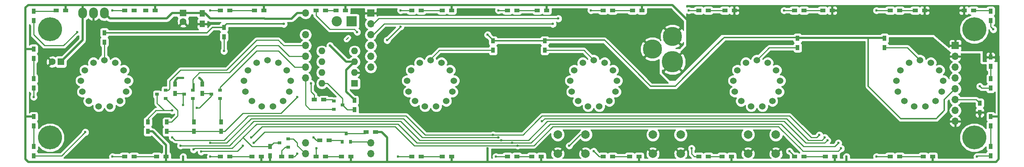
<source format=gbr>
G04 #@! TF.FileFunction,Copper,L1,Top,Signal*
%FSLAX46Y46*%
G04 Gerber Fmt 4.6, Leading zero omitted, Abs format (unit mm)*
G04 Created by KiCad (PCBNEW 4.0.7) date Thursday, October 12, 2017 'PMt' 07:19:01 PM*
%MOMM*%
%LPD*%
G01*
G04 APERTURE LIST*
%ADD10C,0.100000*%
%ADD11R,1.200000X0.900000*%
%ADD12R,0.900000X1.200000*%
%ADD13R,1.700000X1.700000*%
%ADD14O,1.700000X1.700000*%
%ADD15O,2.032000X2.540000*%
%ADD16R,1.250000X1.500000*%
%ADD17C,1.524000*%
%ADD18C,2.000000*%
%ADD19R,0.900000X0.800000*%
%ADD20R,0.800000X0.900000*%
%ADD21C,2.400000*%
%ADD22R,2.400000X2.400000*%
%ADD23R,1.600000X1.600000*%
%ADD24C,1.600000*%
%ADD25C,4.500000*%
%ADD26C,5.000000*%
%ADD27O,1.600000X1.600000*%
%ADD28C,5.600000*%
%ADD29C,0.600000*%
%ADD30C,0.250000*%
%ADD31C,0.508000*%
%ADD32C,0.381000*%
%ADD33C,0.254000*%
%ADD34C,0.304800*%
G04 APERTURE END LIST*
D10*
D11*
X70315000Y-22860000D03*
X68115000Y-22860000D03*
D12*
X29210000Y-30310000D03*
X29210000Y-28110000D03*
X33655000Y-28110000D03*
X33655000Y-30310000D03*
X41910000Y-19220000D03*
X41910000Y-21420000D03*
X46355000Y-28110000D03*
X46355000Y-30310000D03*
X35560000Y-19220000D03*
X35560000Y-21420000D03*
X40005000Y-28110000D03*
X40005000Y-30310000D03*
D11*
X82380000Y-30480000D03*
X80180000Y-30480000D03*
X71585000Y-32385000D03*
X69385000Y-32385000D03*
D12*
X57785000Y-36025000D03*
X57785000Y-33825000D03*
D11*
X60495000Y-36195000D03*
X62695000Y-36195000D03*
D12*
X223520000Y-23665000D03*
X223520000Y-25865000D03*
X77470000Y-25230000D03*
X77470000Y-23030000D03*
X201295000Y-8425000D03*
X201295000Y-10625000D03*
X180975000Y-8425000D03*
X180975000Y-10625000D03*
X121920000Y-9060000D03*
X121920000Y-11260000D03*
X109855000Y-9060000D03*
X109855000Y-11260000D03*
X46990000Y-5885000D03*
X46990000Y-8085000D03*
X19050000Y-7155000D03*
X19050000Y-9355000D03*
X2540000Y-10965000D03*
X2540000Y-13165000D03*
X2540000Y-26840000D03*
X2540000Y-29040000D03*
D11*
X33485000Y-36195000D03*
X31285000Y-36195000D03*
X55710000Y-36195000D03*
X53510000Y-36195000D03*
X76665000Y-36195000D03*
X74465000Y-36195000D03*
X100160000Y-36195000D03*
X97960000Y-36195000D03*
X121115000Y-36195000D03*
X118915000Y-36195000D03*
X143975000Y-36195000D03*
X141775000Y-36195000D03*
X165565000Y-36195000D03*
X163365000Y-36195000D03*
X189695000Y-36195000D03*
X187495000Y-36195000D03*
X212555000Y-36195000D03*
X210355000Y-36195000D03*
D12*
X226060000Y-26840000D03*
X226060000Y-29040000D03*
X226060000Y-12870000D03*
X226060000Y-15070000D03*
D11*
X219880000Y-1905000D03*
X222080000Y-1905000D03*
X210650000Y-1905000D03*
X208450000Y-1905000D03*
X189060000Y-1905000D03*
X186860000Y-1905000D03*
X166200000Y-1905000D03*
X164000000Y-1905000D03*
X144610000Y-1905000D03*
X142410000Y-1905000D03*
X122385000Y-1905000D03*
X120185000Y-1905000D03*
X100160000Y-1905000D03*
X97960000Y-1905000D03*
X75395000Y-1905000D03*
X73195000Y-1905000D03*
X56345000Y-1905000D03*
X54145000Y-1905000D03*
X30945000Y-1905000D03*
X28745000Y-1905000D03*
X9990000Y-1905000D03*
X7790000Y-1905000D03*
D12*
X2540000Y-20150000D03*
X2540000Y-17950000D03*
X2540000Y-36025000D03*
X2540000Y-33825000D03*
D11*
X23792000Y-36195000D03*
X25992000Y-36195000D03*
X46144000Y-36195000D03*
X48344000Y-36195000D03*
X68496000Y-36195000D03*
X70696000Y-36195000D03*
X90848000Y-36195000D03*
X93048000Y-36195000D03*
X113200000Y-36195000D03*
X115400000Y-36195000D03*
X135552000Y-36195000D03*
X137752000Y-36195000D03*
X157904000Y-36195000D03*
X160104000Y-36195000D03*
X180256000Y-36195000D03*
X182456000Y-36195000D03*
X202608000Y-36195000D03*
X204808000Y-36195000D03*
D12*
X226060000Y-36025000D03*
X226060000Y-33825000D03*
X226060000Y-20150000D03*
X226060000Y-17950000D03*
X226060000Y-4275000D03*
X226060000Y-2075000D03*
D11*
X202608000Y-1905000D03*
X204808000Y-1905000D03*
X180256000Y-1905000D03*
X182456000Y-1905000D03*
X157904000Y-1905000D03*
X160104000Y-1905000D03*
X135552000Y-1905000D03*
X137752000Y-1905000D03*
X113200000Y-1905000D03*
X115400000Y-1905000D03*
X90848000Y-1905000D03*
X93048000Y-1905000D03*
X68496000Y-1905000D03*
X70696000Y-1905000D03*
X46144000Y-1905000D03*
X48344000Y-1905000D03*
X23792000Y-1905000D03*
X25992000Y-1905000D03*
D12*
X2540000Y-4275000D03*
X2540000Y-2075000D03*
D13*
X217805000Y-10160000D03*
D14*
X217805000Y-12700000D03*
X217805000Y-15240000D03*
X217805000Y-17780000D03*
X217805000Y-20320000D03*
X217805000Y-22860000D03*
X217805000Y-25400000D03*
X217805000Y-27940000D03*
D15*
X16510000Y-2540000D03*
X19050000Y-2540000D03*
X13970000Y-2540000D03*
D14*
X66040000Y-35560000D03*
X66040000Y-33020000D03*
X66040000Y-17780000D03*
X66040000Y-15240000D03*
X66040000Y-12700000D03*
X66040000Y-10160000D03*
X66040000Y-7620000D03*
D13*
X81280000Y-2540000D03*
D14*
X81280000Y-7620000D03*
X81280000Y-10160000D03*
X81280000Y-12700000D03*
X81280000Y-15240000D03*
X81280000Y-33020000D03*
X81280000Y-35560000D03*
X81280000Y-5080000D03*
X66040000Y-2540000D03*
D16*
X41910000Y-2560000D03*
X41910000Y-5060000D03*
D17*
X57150000Y-13550000D03*
X59710000Y-14180000D03*
X61680000Y-15930000D03*
X62610000Y-18390000D03*
X62290000Y-21000000D03*
X60800000Y-23170000D03*
X58470000Y-24390000D03*
X55830000Y-24390000D03*
X53500000Y-23170000D03*
X52010000Y-21000000D03*
X51690000Y-18390000D03*
X52620000Y-15930000D03*
X54590000Y-14180000D03*
X19050000Y-13550000D03*
X21610000Y-14180000D03*
X23580000Y-15930000D03*
X24510000Y-18390000D03*
X24190000Y-21000000D03*
X22700000Y-23170000D03*
X20370000Y-24390000D03*
X17730000Y-24390000D03*
X15400000Y-23170000D03*
X13910000Y-21000000D03*
X13590000Y-18390000D03*
X14520000Y-15930000D03*
X16490000Y-14180000D03*
D18*
X131445000Y-31060000D03*
X131445000Y-35560000D03*
X124945000Y-31060000D03*
X124945000Y-35560000D03*
X153670000Y-31060000D03*
X153670000Y-35560000D03*
X147170000Y-31060000D03*
X147170000Y-35560000D03*
X175895000Y-31060000D03*
X175895000Y-35560000D03*
X169395000Y-31060000D03*
X169395000Y-35560000D03*
D19*
X72660000Y-23180000D03*
X72660000Y-25080000D03*
X74660000Y-24130000D03*
X33385000Y-22540000D03*
X33385000Y-20640000D03*
X31385000Y-21590000D03*
X46085000Y-22540000D03*
X46085000Y-20640000D03*
X44085000Y-21590000D03*
X39735000Y-22540000D03*
X39735000Y-20640000D03*
X37735000Y-21590000D03*
D20*
X74615000Y-32750000D03*
X76515000Y-32750000D03*
X75565000Y-30750000D03*
D19*
X61960000Y-33970000D03*
X61960000Y-32070000D03*
X59960000Y-33020000D03*
D17*
X209550000Y-13550000D03*
X212110000Y-14180000D03*
X214080000Y-15930000D03*
X215010000Y-18390000D03*
X214690000Y-21000000D03*
X213200000Y-23170000D03*
X210870000Y-24390000D03*
X208230000Y-24390000D03*
X205900000Y-23170000D03*
X204410000Y-21000000D03*
X204090000Y-18390000D03*
X205020000Y-15930000D03*
X206990000Y-14180000D03*
X171450000Y-13550000D03*
X174010000Y-14180000D03*
X175980000Y-15930000D03*
X176910000Y-18390000D03*
X176590000Y-21000000D03*
X175100000Y-23170000D03*
X172770000Y-24390000D03*
X170130000Y-24390000D03*
X167800000Y-23170000D03*
X166310000Y-21000000D03*
X165990000Y-18390000D03*
X166920000Y-15930000D03*
X168890000Y-14180000D03*
X133350000Y-13550000D03*
X135910000Y-14180000D03*
X137880000Y-15930000D03*
X138810000Y-18390000D03*
X138490000Y-21000000D03*
X137000000Y-23170000D03*
X134670000Y-24390000D03*
X132030000Y-24390000D03*
X129700000Y-23170000D03*
X128210000Y-21000000D03*
X127890000Y-18390000D03*
X128820000Y-15930000D03*
X130790000Y-14180000D03*
X95250000Y-13550000D03*
X97810000Y-14180000D03*
X99780000Y-15930000D03*
X100710000Y-18390000D03*
X100390000Y-21000000D03*
X98900000Y-23170000D03*
X96570000Y-24390000D03*
X93930000Y-24390000D03*
X91600000Y-23170000D03*
X90110000Y-21000000D03*
X89790000Y-18390000D03*
X90720000Y-15930000D03*
X92690000Y-14180000D03*
D21*
X73335000Y-4445000D03*
D22*
X76835000Y-4445000D03*
D23*
X8890000Y-13970000D03*
D24*
X6890000Y-13970000D03*
D23*
X37465000Y-2540000D03*
D24*
X37465000Y-4540000D03*
D25*
X151765000Y-7970000D03*
X147065000Y-10970000D03*
D26*
X151765000Y-13970000D03*
D23*
X77470000Y-19050000D03*
D27*
X69850000Y-11430000D03*
X77470000Y-16510000D03*
X69850000Y-13970000D03*
X77470000Y-13970000D03*
X69850000Y-16510000D03*
X77470000Y-11430000D03*
X69850000Y-19050000D03*
D28*
X6350000Y-6350000D03*
X6350000Y-31750000D03*
X222250000Y-6350000D03*
X222250000Y-31750000D03*
D29*
X108585000Y-34290000D03*
X41275000Y-17780000D03*
X37465000Y-17780000D03*
X37465000Y-36195000D03*
X192405000Y-36195000D03*
X180340000Y-26035000D03*
X27940000Y-33528000D03*
X34544000Y-34798000D03*
X38862000Y-35052000D03*
X189865000Y-22860000D03*
X113665000Y-23495000D03*
X71755000Y-10160000D03*
X46990000Y-11430000D03*
X67310000Y-19050000D03*
X64135000Y-22225000D03*
X67945000Y-31750000D03*
X64135000Y-35560000D03*
X12700000Y-6985000D03*
X20955000Y-1905000D03*
X43815000Y-1905000D03*
X85090000Y-8890000D03*
X78105000Y-6985000D03*
X88265000Y-5715000D03*
X88265000Y-1905000D03*
X111125000Y-1905000D03*
X132715000Y-1905000D03*
X155575000Y-1905000D03*
X177800000Y-1905000D03*
X199390000Y-1905000D03*
X226695000Y-6350000D03*
X223520000Y-19685000D03*
X222885000Y-36195000D03*
X199390000Y-36195000D03*
X179070000Y-34925000D03*
X156210000Y-34290000D03*
X133350000Y-34925000D03*
X110490000Y-36195000D03*
X87630000Y-36195000D03*
X68580000Y-34290000D03*
X43815000Y-36195000D03*
X20955000Y-36195000D03*
X14605000Y-30480000D03*
X2540000Y-22225000D03*
X60960000Y-5080000D03*
X108585000Y-7620000D03*
X125095000Y-3810000D03*
X123825000Y-5080000D03*
X127635000Y-33655000D03*
X39878000Y-34544000D03*
X190500000Y-33020000D03*
X114300000Y-33020000D03*
X53975000Y-33020000D03*
X37465000Y-24130000D03*
X187960000Y-32385000D03*
X111760000Y-32385000D03*
X36830000Y-33655000D03*
X41656000Y-35052000D03*
X53340000Y-31750000D03*
X51435000Y-33655000D03*
X40640000Y-24765000D03*
X115570000Y-33655000D03*
X191135000Y-34290000D03*
X34925000Y-31750000D03*
X34925000Y-25400000D03*
X186055000Y-31115000D03*
X109855000Y-31115000D03*
X111125000Y-31750000D03*
X43815000Y-33020000D03*
X187325000Y-31750000D03*
X121285000Y-27940000D03*
D30*
X75565000Y-8720000D02*
X76030000Y-8255000D01*
D31*
X226060000Y-26840000D02*
X227965000Y-26840000D01*
X227965000Y-26840000D02*
X227965000Y-26670000D01*
X227965000Y-12700000D02*
X227965000Y-26670000D01*
X227965000Y-26670000D02*
X227965000Y-36830000D01*
X227965000Y-36830000D02*
X227330000Y-37465000D01*
X227330000Y-37465000D02*
X212725000Y-37465000D01*
X8890000Y-13970000D02*
X13970000Y-8890000D01*
X13970000Y-8890000D02*
X13970000Y-2540000D01*
X75395000Y-1905000D02*
X75395000Y-635000D01*
X75395000Y-635000D02*
X75565000Y-635000D01*
X56345000Y-1905000D02*
X56345000Y-635000D01*
X56345000Y-635000D02*
X56515000Y-635000D01*
X55880000Y-635000D02*
X56515000Y-635000D01*
X33655000Y-635000D02*
X37465000Y-635000D01*
X37465000Y-635000D02*
X55880000Y-635000D01*
X56515000Y-635000D02*
X75565000Y-635000D01*
X75565000Y-635000D02*
X100160000Y-635000D01*
X108585000Y-34290000D02*
X108585000Y-34925000D01*
X82380000Y-30480000D02*
X83820000Y-30480000D01*
X85090000Y-31750000D02*
X85090000Y-37465000D01*
X83820000Y-30480000D02*
X85090000Y-31750000D01*
X57785000Y-36025000D02*
X57785000Y-37465000D01*
X33485000Y-33655000D02*
X33485000Y-33485000D01*
X33485000Y-33485000D02*
X30310000Y-30310000D01*
X30310000Y-30310000D02*
X29210000Y-30310000D01*
X33485000Y-36195000D02*
X33485000Y-33655000D01*
X41910000Y-18415000D02*
X41910000Y-19220000D01*
X41275000Y-17780000D02*
X41910000Y-18415000D01*
X35560000Y-18415000D02*
X35560000Y-19220000D01*
X36195000Y-17780000D02*
X35560000Y-18415000D01*
X37465000Y-17780000D02*
X36195000Y-17780000D01*
X13970000Y-2540000D02*
X13970000Y-635000D01*
X108585000Y-36195000D02*
X108585000Y-37465000D01*
X108585000Y-34925000D02*
X108585000Y-36195000D01*
X30945000Y-1905000D02*
X30945000Y-635000D01*
X30945000Y-635000D02*
X31115000Y-635000D01*
X37465000Y-36195000D02*
X37465000Y-37465000D01*
X192405000Y-36195000D02*
X192405000Y-37465000D01*
X144610000Y-1905000D02*
X144610000Y-635000D01*
X144610000Y-635000D02*
X144780000Y-635000D01*
X122385000Y-635000D02*
X144780000Y-635000D01*
X144780000Y-635000D02*
X151765000Y-635000D01*
X151765000Y-635000D02*
X155575000Y-4445000D01*
X122385000Y-1905000D02*
X122385000Y-635000D01*
X122385000Y-635000D02*
X122555000Y-635000D01*
X100160000Y-635000D02*
X100330000Y-635000D01*
X100330000Y-635000D02*
X108585000Y-635000D01*
X108585000Y-635000D02*
X122555000Y-635000D01*
X100160000Y-1905000D02*
X100160000Y-635000D01*
X33485000Y-635000D02*
X33655000Y-635000D01*
X9990000Y-1905000D02*
X9990000Y-635000D01*
X9990000Y-635000D02*
X10160000Y-635000D01*
X2540000Y-10965000D02*
X635000Y-10965000D01*
X635000Y-10965000D02*
X635000Y-10795000D01*
X2540000Y-26840000D02*
X635000Y-26840000D01*
X635000Y-26840000D02*
X635000Y-26670000D01*
X33485000Y-36195000D02*
X33485000Y-37465000D01*
X33485000Y-37465000D02*
X33655000Y-37465000D01*
X55710000Y-36195000D02*
X55710000Y-37465000D01*
X55710000Y-37465000D02*
X55880000Y-37465000D01*
X76665000Y-36195000D02*
X76665000Y-37465000D01*
X76665000Y-37465000D02*
X76835000Y-37465000D01*
X100160000Y-36195000D02*
X100160000Y-37465000D01*
X100160000Y-37465000D02*
X100330000Y-37465000D01*
X121115000Y-36195000D02*
X121115000Y-37465000D01*
X121115000Y-37465000D02*
X121285000Y-37465000D01*
X143975000Y-36195000D02*
X143975000Y-37465000D01*
X143975000Y-37465000D02*
X144145000Y-37465000D01*
X165565000Y-36195000D02*
X165565000Y-37465000D01*
X165565000Y-37465000D02*
X165735000Y-37465000D01*
X189695000Y-36195000D02*
X189695000Y-37465000D01*
X189695000Y-37465000D02*
X189865000Y-37465000D01*
X212555000Y-36195000D02*
X212555000Y-37465000D01*
X212555000Y-37465000D02*
X212725000Y-37465000D01*
X1270000Y-635000D02*
X10160000Y-635000D01*
X10160000Y-635000D02*
X13970000Y-635000D01*
X13970000Y-635000D02*
X31115000Y-635000D01*
X31115000Y-635000D02*
X33020000Y-635000D01*
X33020000Y-635000D02*
X33655000Y-635000D01*
X635000Y-1270000D02*
X1270000Y-635000D01*
X635000Y-36830000D02*
X635000Y-26670000D01*
X635000Y-26670000D02*
X635000Y-10795000D01*
X635000Y-10795000D02*
X635000Y-1270000D01*
X1270000Y-37465000D02*
X635000Y-36830000D01*
X212725000Y-37465000D02*
X192405000Y-37465000D01*
X192405000Y-37465000D02*
X189865000Y-37465000D01*
X189865000Y-37465000D02*
X165735000Y-37465000D01*
X165735000Y-37465000D02*
X144145000Y-37465000D01*
X144145000Y-37465000D02*
X121285000Y-37465000D01*
X121285000Y-37465000D02*
X108585000Y-37465000D01*
X108585000Y-37465000D02*
X100330000Y-37465000D01*
X100330000Y-37465000D02*
X85090000Y-37465000D01*
X85090000Y-37465000D02*
X83820000Y-37465000D01*
X83820000Y-37465000D02*
X76835000Y-37465000D01*
X76835000Y-37465000D02*
X57785000Y-37465000D01*
X57785000Y-37465000D02*
X55880000Y-37465000D01*
X55880000Y-37465000D02*
X37465000Y-37465000D01*
X37465000Y-37465000D02*
X33655000Y-37465000D01*
X33655000Y-37465000D02*
X1270000Y-37465000D01*
D32*
X38608000Y-34798000D02*
X34544000Y-34798000D01*
X38862000Y-35052000D02*
X38608000Y-34798000D01*
D31*
X75565000Y-13970000D02*
X77470000Y-13970000D01*
X71755000Y-10160000D02*
X75565000Y-13970000D01*
X77470000Y-23030000D02*
X77470000Y-22860000D01*
X77470000Y-22860000D02*
X75565000Y-20955000D01*
X75565000Y-20955000D02*
X75565000Y-15875000D01*
X75565000Y-15875000D02*
X77470000Y-13970000D01*
X41910000Y-2560000D02*
X42565000Y-2560000D01*
X62865000Y-3810000D02*
X64135000Y-2540000D01*
X64135000Y-2540000D02*
X66040000Y-2540000D01*
X62845000Y-3830000D02*
X62865000Y-3810000D01*
X56515000Y-3830000D02*
X62845000Y-3830000D01*
X56495000Y-3810000D02*
X56515000Y-3830000D01*
X51435000Y-3810000D02*
X56495000Y-3810000D01*
X43815000Y-3810000D02*
X51435000Y-3810000D01*
X42565000Y-2560000D02*
X43815000Y-3810000D01*
X37465000Y-2540000D02*
X41890000Y-2540000D01*
X41890000Y-2540000D02*
X41910000Y-2560000D01*
X19050000Y-2540000D02*
X20320000Y-3810000D01*
X34925000Y-2540000D02*
X37465000Y-2540000D01*
X33655000Y-3810000D02*
X34925000Y-2540000D01*
X20320000Y-3810000D02*
X33655000Y-3810000D01*
D33*
X66040000Y-2540000D02*
X65405000Y-2540000D01*
D30*
X19050000Y-9355000D02*
X19050000Y-13550000D01*
X19050000Y-13550000D02*
X19050000Y-13335000D01*
X46990000Y-8085000D02*
X46990000Y-11430000D01*
X95250000Y-13550000D02*
X95250000Y-13335000D01*
X95250000Y-13335000D02*
X97325000Y-11260000D01*
X97325000Y-11260000D02*
X109855000Y-11260000D01*
X121920000Y-11260000D02*
X131060000Y-11260000D01*
X131060000Y-11260000D02*
X133350000Y-13550000D01*
X180975000Y-10625000D02*
X174375000Y-10625000D01*
X174375000Y-10625000D02*
X171450000Y-13550000D01*
X201295000Y-10625000D02*
X206625000Y-10625000D01*
X206625000Y-10625000D02*
X209550000Y-13550000D01*
X60495000Y-36195000D02*
X60495000Y-34755000D01*
X61280000Y-33970000D02*
X61960000Y-33970000D01*
X60495000Y-34755000D02*
X61280000Y-33970000D01*
X71585000Y-32385000D02*
X74250000Y-32385000D01*
X74250000Y-32385000D02*
X74615000Y-32750000D01*
X39735000Y-22540000D02*
X39735000Y-27840000D01*
X39735000Y-27840000D02*
X40005000Y-28110000D01*
X46085000Y-22540000D02*
X46085000Y-27840000D01*
X46085000Y-27840000D02*
X46355000Y-28110000D01*
X34925000Y-24130000D02*
X36195000Y-25400000D01*
X33385000Y-22590000D02*
X34925000Y-24130000D01*
X34755000Y-28110000D02*
X33655000Y-28110000D01*
X36195000Y-26670000D02*
X34755000Y-28110000D01*
X36195000Y-25400000D02*
X36195000Y-26670000D01*
X33385000Y-22540000D02*
X33385000Y-22590000D01*
X70315000Y-22860000D02*
X72340000Y-22860000D01*
X72340000Y-22860000D02*
X72660000Y-23180000D01*
X74660000Y-24130000D02*
X74660000Y-22590000D01*
X71120000Y-19050000D02*
X69850000Y-19050000D01*
X74660000Y-22590000D02*
X71120000Y-19050000D01*
X77470000Y-25230000D02*
X75760000Y-25230000D01*
X75760000Y-25230000D02*
X74660000Y-24130000D01*
X217805000Y-22860000D02*
X222715000Y-22860000D01*
X222715000Y-22860000D02*
X223520000Y-23665000D01*
X68115000Y-22860000D02*
X68115000Y-21760000D01*
X67310000Y-20955000D02*
X67310000Y-19050000D01*
X68115000Y-21760000D02*
X67310000Y-20955000D01*
X69385000Y-32385000D02*
X68580000Y-32385000D01*
X68580000Y-32385000D02*
X67945000Y-31750000D01*
X62695000Y-36195000D02*
X63500000Y-36195000D01*
X63500000Y-36195000D02*
X64135000Y-35560000D01*
X60325000Y-26035000D02*
X51435000Y-26035000D01*
X64135000Y-22225000D02*
X60325000Y-26035000D01*
X47160000Y-30310000D02*
X51435000Y-26035000D01*
X47160000Y-30310000D02*
X46355000Y-30310000D01*
X40005000Y-30310000D02*
X46355000Y-30310000D01*
X33655000Y-30310000D02*
X40005000Y-30310000D01*
X61960000Y-32070000D02*
X63185000Y-32070000D01*
X64135000Y-33655000D02*
X66040000Y-35560000D01*
X64135000Y-33020000D02*
X64135000Y-33655000D01*
X63185000Y-32070000D02*
X64135000Y-33020000D01*
X65675000Y-35925000D02*
X66040000Y-35560000D01*
X76515000Y-32750000D02*
X81010000Y-32750000D01*
X81010000Y-32750000D02*
X81280000Y-33020000D01*
X39735000Y-18050000D02*
X41275000Y-16510000D01*
X62230000Y-12700000D02*
X59690000Y-10160000D01*
X59690000Y-10160000D02*
X54610000Y-10160000D01*
X54610000Y-10160000D02*
X48260000Y-16510000D01*
X66040000Y-12700000D02*
X62230000Y-12700000D01*
X39735000Y-18050000D02*
X39735000Y-20640000D01*
X41275000Y-16510000D02*
X48260000Y-16510000D01*
X40005000Y-19050000D02*
X40005000Y-20370000D01*
X40005000Y-20370000D02*
X39735000Y-20640000D01*
X66040000Y-15240000D02*
X63500000Y-15240000D01*
X46085000Y-19955000D02*
X46085000Y-20640000D01*
X54610000Y-11430000D02*
X46085000Y-19955000D01*
X59690000Y-11430000D02*
X54610000Y-11430000D01*
X63500000Y-15240000D02*
X59690000Y-11430000D01*
X33385000Y-20640000D02*
X33970000Y-20640000D01*
X34290000Y-18415000D02*
X36830000Y-15875000D01*
X34290000Y-20320000D02*
X34290000Y-18415000D01*
X33970000Y-20640000D02*
X34290000Y-20320000D01*
X33655000Y-20370000D02*
X33385000Y-20640000D01*
X66040000Y-10160000D02*
X60960000Y-10160000D01*
X47625000Y-15875000D02*
X36830000Y-15875000D01*
X54610000Y-8890000D02*
X47625000Y-15875000D01*
X59690000Y-8890000D02*
X54610000Y-8890000D01*
X60325000Y-9525000D02*
X59690000Y-8890000D01*
X60960000Y-10160000D02*
X60325000Y-9525000D01*
X72660000Y-25080000D02*
X66995000Y-25080000D01*
X66040000Y-24125000D02*
X66040000Y-17780000D01*
X66995000Y-25080000D02*
X66040000Y-24125000D01*
X80645000Y-12700000D02*
X81280000Y-12700000D01*
X2540000Y-4275000D02*
X2540000Y-7620000D01*
X9525000Y-10160000D02*
X12700000Y-6985000D01*
X5080000Y-10160000D02*
X9525000Y-10160000D01*
X2540000Y-7620000D02*
X5080000Y-10160000D01*
X2540000Y-2075000D02*
X7620000Y-2075000D01*
X7620000Y-2075000D02*
X7790000Y-1905000D01*
X20955000Y-1905000D02*
X23792000Y-1905000D01*
X43815000Y-1905000D02*
X46144000Y-1905000D01*
X48344000Y-1905000D02*
X54145000Y-1905000D01*
X69215000Y-3810000D02*
X71120000Y-5715000D01*
X68496000Y-1905000D02*
X68496000Y-3091000D01*
X69215000Y-3810000D02*
X68496000Y-3091000D01*
X77470000Y-6350000D02*
X78105000Y-6985000D01*
X71755000Y-6350000D02*
X77470000Y-6350000D01*
X71120000Y-5715000D02*
X71755000Y-6350000D01*
X88265000Y-5715000D02*
X85090000Y-8890000D01*
X70696000Y-1905000D02*
X73195000Y-1905000D01*
X88265000Y-1905000D02*
X90848000Y-1905000D01*
X93048000Y-1905000D02*
X97960000Y-1905000D01*
X111125000Y-1905000D02*
X113200000Y-1905000D01*
X115400000Y-1905000D02*
X120185000Y-1905000D01*
X132715000Y-1905000D02*
X135552000Y-1905000D01*
X137752000Y-1905000D02*
X142410000Y-1905000D01*
X155575000Y-1905000D02*
X157904000Y-1905000D01*
X160104000Y-1905000D02*
X164000000Y-1905000D01*
X177800000Y-1905000D02*
X180256000Y-1905000D01*
X182456000Y-1905000D02*
X186860000Y-1905000D01*
X199390000Y-1905000D02*
X202608000Y-1905000D01*
X204808000Y-1905000D02*
X208450000Y-1905000D01*
X226060000Y-5715000D02*
X226060000Y-4275000D01*
X226695000Y-6350000D02*
X226060000Y-5715000D01*
X226060000Y-5080000D02*
X226060000Y-4275000D01*
X222080000Y-1905000D02*
X225890000Y-1905000D01*
X225890000Y-1905000D02*
X226060000Y-2075000D01*
X223520000Y-19685000D02*
X223985000Y-20150000D01*
X226060000Y-20150000D02*
X223985000Y-20150000D01*
X226060000Y-15070000D02*
X226060000Y-17950000D01*
X223055000Y-36025000D02*
X226060000Y-36025000D01*
X222885000Y-36195000D02*
X223055000Y-36025000D01*
X226060000Y-29040000D02*
X226060000Y-31115000D01*
X226060000Y-30945000D02*
X226060000Y-31115000D01*
X226060000Y-31115000D02*
X226060000Y-33825000D01*
X199390000Y-36195000D02*
X202608000Y-36195000D01*
X210355000Y-36195000D02*
X204808000Y-36195000D01*
X179070000Y-34925000D02*
X180256000Y-36111000D01*
X180256000Y-36111000D02*
X180256000Y-36195000D01*
X187495000Y-36195000D02*
X182456000Y-36195000D01*
X156845000Y-36195000D02*
X157904000Y-36195000D01*
X156210000Y-35560000D02*
X156845000Y-36195000D01*
X156210000Y-34290000D02*
X156210000Y-35560000D01*
X163365000Y-36195000D02*
X160104000Y-36195000D01*
X134620000Y-36195000D02*
X135552000Y-36195000D01*
X133350000Y-34925000D02*
X134620000Y-36195000D01*
X141775000Y-36195000D02*
X137752000Y-36195000D01*
X110490000Y-36195000D02*
X113200000Y-36195000D01*
X118915000Y-36195000D02*
X115400000Y-36195000D01*
X87630000Y-36195000D02*
X90848000Y-36195000D01*
X97960000Y-36195000D02*
X93048000Y-36195000D01*
X68496000Y-34374000D02*
X68496000Y-36195000D01*
X68580000Y-34290000D02*
X68496000Y-34374000D01*
X74465000Y-36195000D02*
X70696000Y-36195000D01*
X43815000Y-36195000D02*
X46144000Y-36195000D01*
X53510000Y-36195000D02*
X48344000Y-36195000D01*
X20955000Y-36195000D02*
X23792000Y-36195000D01*
X31285000Y-36195000D02*
X25992000Y-36195000D01*
X3810000Y-36025000D02*
X9060000Y-36025000D01*
X9060000Y-36025000D02*
X14605000Y-30480000D01*
X3980000Y-36025000D02*
X3810000Y-36025000D01*
X3810000Y-36025000D02*
X2540000Y-36025000D01*
X2540000Y-33825000D02*
X2540000Y-29040000D01*
X2540000Y-22225000D02*
X2540000Y-20150000D01*
X2540000Y-17950000D02*
X2540000Y-13165000D01*
D34*
X161925000Y-10160000D02*
X163830000Y-8255000D01*
X135890000Y-8890000D02*
X134620000Y-8890000D01*
X143510000Y-16510000D02*
X135890000Y-8890000D01*
X122090000Y-8890000D02*
X134620000Y-8890000D01*
X163830000Y-8255000D02*
X197485000Y-8255000D01*
X143510000Y-16510000D02*
X145415000Y-18415000D01*
X146685000Y-19685000D02*
X152400000Y-19685000D01*
X145415000Y-18415000D02*
X146685000Y-19685000D01*
X152400000Y-19685000D02*
X161925000Y-10160000D01*
X217805000Y-20320000D02*
X215265000Y-22860000D01*
X215265000Y-22860000D02*
X215265000Y-25400000D01*
X215265000Y-25400000D02*
X213360000Y-27305000D01*
X213360000Y-27305000D02*
X205105000Y-27305000D01*
X205105000Y-27305000D02*
X197485000Y-19685000D01*
X197485000Y-19685000D02*
X197485000Y-8255000D01*
X201125000Y-8255000D02*
X197485000Y-8255000D01*
X201125000Y-8255000D02*
X201295000Y-8425000D01*
X46990000Y-5885000D02*
X46990000Y-5715000D01*
X46990000Y-5715000D02*
X47625000Y-5080000D01*
X47625000Y-5080000D02*
X60960000Y-5080000D01*
X19050000Y-7155000D02*
X43010000Y-7155000D01*
X44280000Y-5885000D02*
X46990000Y-5885000D01*
X43010000Y-7155000D02*
X44280000Y-5885000D01*
X110025000Y-9060000D02*
X121920000Y-9060000D01*
X108585000Y-7620000D02*
X110025000Y-9060000D01*
X122090000Y-8890000D02*
X121920000Y-9060000D01*
X201295000Y-8425000D02*
X180975000Y-8425000D01*
D30*
X73335000Y-4445000D02*
X73335000Y-4755000D01*
X73335000Y-4755000D02*
X73830000Y-5250000D01*
X83185000Y-3810000D02*
X81915000Y-5080000D01*
X125095000Y-3810000D02*
X83185000Y-3810000D01*
X81915000Y-5080000D02*
X81280000Y-5080000D01*
X84455000Y-5080000D02*
X81915000Y-7620000D01*
X123825000Y-5080000D02*
X84455000Y-5080000D01*
X81915000Y-7620000D02*
X81280000Y-7620000D01*
X130230000Y-31060000D02*
X131445000Y-31060000D01*
X127635000Y-33655000D02*
X130230000Y-31060000D01*
X57785000Y-33825000D02*
X53510000Y-33825000D01*
X53510000Y-33825000D02*
X51435000Y-31750000D01*
X59960000Y-33020000D02*
X58590000Y-33020000D01*
X58590000Y-33020000D02*
X57785000Y-33825000D01*
X50800000Y-32385000D02*
X48895000Y-34290000D01*
X43815000Y-34290000D02*
X48895000Y-34290000D01*
X40386000Y-34290000D02*
X43815000Y-34290000D01*
X51435000Y-31750000D02*
X50800000Y-32385000D01*
X39878000Y-34544000D02*
X40132000Y-34290000D01*
X40132000Y-34290000D02*
X40386000Y-34290000D01*
X92075000Y-33020000D02*
X87630000Y-28575000D01*
X54610000Y-28575000D02*
X51435000Y-31750000D01*
X87630000Y-28575000D02*
X54610000Y-28575000D01*
X92075000Y-33020000D02*
X114300000Y-33020000D01*
X117475000Y-33020000D02*
X118745000Y-33020000D01*
X118745000Y-33020000D02*
X123190000Y-28575000D01*
X114300000Y-33020000D02*
X117475000Y-33020000D01*
X189680002Y-33839998D02*
X190500000Y-33020000D01*
X182429998Y-33839998D02*
X189680002Y-33839998D01*
X177165000Y-28575000D02*
X182429998Y-33839998D01*
X123190000Y-28575000D02*
X177165000Y-28575000D01*
X56515000Y-30480000D02*
X75295000Y-30480000D01*
X53975000Y-33020000D02*
X56515000Y-30480000D01*
X75295000Y-30480000D02*
X75565000Y-30750000D01*
X75565000Y-30750000D02*
X79910000Y-30750000D01*
X79910000Y-30750000D02*
X80180000Y-30480000D01*
X48260000Y-33655000D02*
X53975000Y-27940000D01*
X88265000Y-27940000D02*
X92710000Y-32385000D01*
X53975000Y-27940000D02*
X88265000Y-27940000D01*
X37465000Y-24130000D02*
X37465000Y-21860000D01*
X35560000Y-21420000D02*
X37565000Y-21420000D01*
X37565000Y-21420000D02*
X37735000Y-21590000D01*
X37465000Y-21860000D02*
X37735000Y-21590000D01*
X116840000Y-32385000D02*
X118110000Y-32385000D01*
X118110000Y-32385000D02*
X122555000Y-27940000D01*
X111760000Y-32385000D02*
X116840000Y-32385000D01*
X187325000Y-33020000D02*
X187960000Y-32385000D01*
X182880000Y-33020000D02*
X187325000Y-33020000D01*
X177800000Y-27940000D02*
X182880000Y-33020000D01*
X122555000Y-27940000D02*
X177800000Y-27940000D01*
X92710000Y-32385000D02*
X111760000Y-32385000D01*
X36830000Y-33655000D02*
X48260000Y-33655000D01*
X41910000Y-34925000D02*
X41783000Y-34925000D01*
X41783000Y-34925000D02*
X41656000Y-35052000D01*
X49530000Y-34925000D02*
X50165000Y-34925000D01*
X49530000Y-34925000D02*
X41910000Y-34925000D01*
X53340000Y-31750000D02*
X55880000Y-29210000D01*
X50165000Y-34925000D02*
X51435000Y-33655000D01*
X86995000Y-29210000D02*
X91440000Y-33655000D01*
X115570000Y-33655000D02*
X91440000Y-33655000D01*
X55880000Y-29210000D02*
X86995000Y-29210000D01*
X41910000Y-21420000D02*
X43915000Y-21420000D01*
X43915000Y-21420000D02*
X44085000Y-21590000D01*
X44085000Y-21590000D02*
X44085000Y-21955000D01*
X44085000Y-21955000D02*
X41275000Y-24765000D01*
X41275000Y-24765000D02*
X40640000Y-24765000D01*
X118110000Y-33655000D02*
X119380000Y-33655000D01*
X119380000Y-33655000D02*
X123825000Y-29210000D01*
X181610000Y-34290000D02*
X182245000Y-34925000D01*
X190500000Y-34925000D02*
X191135000Y-34290000D01*
X182245000Y-34925000D02*
X190500000Y-34925000D01*
X177165000Y-29845000D02*
X181610000Y-34290000D01*
X176530000Y-29210000D02*
X123825000Y-29210000D01*
X177165000Y-29845000D02*
X176530000Y-29210000D01*
X118110000Y-33655000D02*
X115570000Y-33655000D01*
X120015000Y-27940000D02*
X116840000Y-31115000D01*
X36195000Y-32385000D02*
X46990000Y-32385000D01*
X93980000Y-31115000D02*
X109855000Y-31115000D01*
X52705000Y-26670000D02*
X89535000Y-26670000D01*
X89535000Y-26670000D02*
X93980000Y-31115000D01*
X46990000Y-32385000D02*
X52705000Y-26670000D01*
X35560000Y-32385000D02*
X36195000Y-32385000D01*
X34925000Y-31750000D02*
X35560000Y-32385000D01*
X29210000Y-28110000D02*
X29210000Y-27305000D01*
X31115000Y-25400000D02*
X33020000Y-25400000D01*
X29210000Y-27305000D02*
X31115000Y-25400000D01*
X31115000Y-21320000D02*
X31385000Y-21590000D01*
X34290000Y-25400000D02*
X33020000Y-25400000D01*
X31385000Y-23765000D02*
X31385000Y-21590000D01*
X33020000Y-25400000D02*
X31750000Y-24130000D01*
X31750000Y-24130000D02*
X31385000Y-23765000D01*
X34290000Y-25400000D02*
X34925000Y-25400000D01*
X109855000Y-31115000D02*
X116840000Y-31115000D01*
X120015000Y-27940000D02*
X121285000Y-26670000D01*
X121285000Y-26670000D02*
X179070000Y-26670000D01*
X179070000Y-26670000D02*
X184150000Y-31750000D01*
X184150000Y-31750000D02*
X185420000Y-31750000D01*
X185420000Y-31750000D02*
X186055000Y-31115000D01*
X47625000Y-33020000D02*
X53340000Y-27305000D01*
X88900000Y-27305000D02*
X93345000Y-31750000D01*
X87630000Y-27305000D02*
X88900000Y-27305000D01*
X53340000Y-27305000D02*
X87630000Y-27305000D01*
X110490000Y-31750000D02*
X111125000Y-31750000D01*
X93345000Y-31750000D02*
X110490000Y-31750000D01*
X43815000Y-33020000D02*
X47625000Y-33020000D01*
X186690000Y-32385000D02*
X187325000Y-31750000D01*
X183515000Y-32385000D02*
X186690000Y-32385000D01*
X178435000Y-27305000D02*
X183515000Y-32385000D01*
X121920000Y-27305000D02*
X178435000Y-27305000D01*
X121285000Y-27940000D02*
X121920000Y-27305000D01*
D33*
G36*
X79795000Y-1563690D02*
X79795000Y-2254250D01*
X79953750Y-2413000D01*
X81153000Y-2413000D01*
X81153000Y-2393000D01*
X81407000Y-2393000D01*
X81407000Y-2413000D01*
X82606250Y-2413000D01*
X82765000Y-2254250D01*
X82765000Y-1563690D01*
X82748560Y-1524000D01*
X87410802Y-1524000D01*
X87330162Y-1718201D01*
X87329838Y-2090167D01*
X87471883Y-2433943D01*
X87734673Y-2697192D01*
X88078201Y-2839838D01*
X88450167Y-2840162D01*
X88793943Y-2698117D01*
X88827118Y-2665000D01*
X89692895Y-2665000D01*
X89783910Y-2806441D01*
X89996110Y-2951431D01*
X90248000Y-3002440D01*
X91448000Y-3002440D01*
X91683317Y-2958162D01*
X91899441Y-2819090D01*
X91947134Y-2749289D01*
X91983910Y-2806441D01*
X92196110Y-2951431D01*
X92448000Y-3002440D01*
X93648000Y-3002440D01*
X93883317Y-2958162D01*
X94099441Y-2819090D01*
X94204726Y-2665000D01*
X96804895Y-2665000D01*
X96895910Y-2806441D01*
X97108110Y-2951431D01*
X97360000Y-3002440D01*
X98560000Y-3002440D01*
X98795317Y-2958162D01*
X99011441Y-2819090D01*
X99059134Y-2749289D01*
X99095910Y-2806441D01*
X99308110Y-2951431D01*
X99560000Y-3002440D01*
X100760000Y-3002440D01*
X100995317Y-2958162D01*
X101211441Y-2819090D01*
X101356431Y-2606890D01*
X101407440Y-2355000D01*
X101407440Y-1524000D01*
X110270802Y-1524000D01*
X110190162Y-1718201D01*
X110189838Y-2090167D01*
X110331883Y-2433943D01*
X110594673Y-2697192D01*
X110938201Y-2839838D01*
X111310167Y-2840162D01*
X111653943Y-2698117D01*
X111687118Y-2665000D01*
X112044895Y-2665000D01*
X112135910Y-2806441D01*
X112348110Y-2951431D01*
X112600000Y-3002440D01*
X113800000Y-3002440D01*
X114035317Y-2958162D01*
X114251441Y-2819090D01*
X114299134Y-2749289D01*
X114335910Y-2806441D01*
X114548110Y-2951431D01*
X114800000Y-3002440D01*
X116000000Y-3002440D01*
X116235317Y-2958162D01*
X116451441Y-2819090D01*
X116556726Y-2665000D01*
X119029895Y-2665000D01*
X119120910Y-2806441D01*
X119333110Y-2951431D01*
X119585000Y-3002440D01*
X120785000Y-3002440D01*
X121020317Y-2958162D01*
X121236441Y-2819090D01*
X121284134Y-2749289D01*
X121320910Y-2806441D01*
X121533110Y-2951431D01*
X121785000Y-3002440D01*
X122985000Y-3002440D01*
X123220317Y-2958162D01*
X123436441Y-2819090D01*
X123581431Y-2606890D01*
X123632440Y-2355000D01*
X123632440Y-1524000D01*
X131860802Y-1524000D01*
X131780162Y-1718201D01*
X131779838Y-2090167D01*
X131921883Y-2433943D01*
X132184673Y-2697192D01*
X132528201Y-2839838D01*
X132900167Y-2840162D01*
X133243943Y-2698117D01*
X133277118Y-2665000D01*
X134396895Y-2665000D01*
X134487910Y-2806441D01*
X134700110Y-2951431D01*
X134952000Y-3002440D01*
X136152000Y-3002440D01*
X136387317Y-2958162D01*
X136603441Y-2819090D01*
X136651134Y-2749289D01*
X136687910Y-2806441D01*
X136900110Y-2951431D01*
X137152000Y-3002440D01*
X138352000Y-3002440D01*
X138587317Y-2958162D01*
X138803441Y-2819090D01*
X138908726Y-2665000D01*
X141254895Y-2665000D01*
X141345910Y-2806441D01*
X141558110Y-2951431D01*
X141810000Y-3002440D01*
X143010000Y-3002440D01*
X143245317Y-2958162D01*
X143461441Y-2819090D01*
X143509134Y-2749289D01*
X143545910Y-2806441D01*
X143758110Y-2951431D01*
X144010000Y-3002440D01*
X145210000Y-3002440D01*
X145445317Y-2958162D01*
X145661441Y-2819090D01*
X145806431Y-2606890D01*
X145857440Y-2355000D01*
X145857440Y-1524000D01*
X151396764Y-1524000D01*
X154305000Y-4432236D01*
X154305000Y-6557417D01*
X154217169Y-6345375D01*
X153820467Y-6094138D01*
X151944605Y-7970000D01*
X153820467Y-9845862D01*
X154217169Y-9594625D01*
X154305000Y-9380210D01*
X154305000Y-9896974D01*
X153406974Y-10795000D01*
X152489534Y-10795000D01*
X153389625Y-10422169D01*
X153640862Y-10025467D01*
X151765000Y-8149605D01*
X151750858Y-8163748D01*
X151571253Y-7984143D01*
X151585395Y-7970000D01*
X149709533Y-6094138D01*
X149312831Y-6345375D01*
X148877773Y-7407446D01*
X148882270Y-8555162D01*
X149004688Y-8850704D01*
X148940861Y-8914531D01*
X148689625Y-8517831D01*
X147627554Y-8082773D01*
X146479838Y-8087270D01*
X145440375Y-8517831D01*
X145189138Y-8914533D01*
X147065000Y-10790395D01*
X147079143Y-10776253D01*
X147258748Y-10955858D01*
X147244605Y-10970000D01*
X147258748Y-10984143D01*
X147079143Y-11163748D01*
X147065000Y-11149605D01*
X145189138Y-13025467D01*
X145440375Y-13422169D01*
X146502446Y-13857227D01*
X147650162Y-13852730D01*
X148590000Y-13463435D01*
X148590000Y-16510000D01*
X148636672Y-16748946D01*
X148775987Y-16959013D01*
X150680987Y-18864013D01*
X150730880Y-18897600D01*
X147011152Y-18897600D01*
X138520998Y-10407446D01*
X144177773Y-10407446D01*
X144182270Y-11555162D01*
X144612831Y-12594625D01*
X145009533Y-12845862D01*
X146885395Y-10970000D01*
X145009533Y-9094138D01*
X144612831Y-9345375D01*
X144177773Y-10407446D01*
X138520998Y-10407446D01*
X136446776Y-8333224D01*
X136191325Y-8162537D01*
X135890000Y-8102600D01*
X122894604Y-8102600D01*
X122834090Y-8008559D01*
X122621890Y-7863569D01*
X122370000Y-7812560D01*
X121470000Y-7812560D01*
X121234683Y-7856838D01*
X121018559Y-7995910D01*
X120873569Y-8208110D01*
X120860509Y-8272600D01*
X110917178Y-8272600D01*
X110908162Y-8224683D01*
X110769090Y-8008559D01*
X110556890Y-7863569D01*
X110305000Y-7812560D01*
X109891112Y-7812560D01*
X109520156Y-7441604D01*
X109520162Y-7434833D01*
X109378117Y-7091057D01*
X109115327Y-6827808D01*
X108771799Y-6685162D01*
X108399833Y-6684838D01*
X108056057Y-6826883D01*
X107792808Y-7089673D01*
X107650162Y-7433201D01*
X107649838Y-7805167D01*
X107791883Y-8148943D01*
X108054673Y-8412192D01*
X108398201Y-8554838D01*
X108406293Y-8554845D01*
X108757560Y-8906112D01*
X108757560Y-9660000D01*
X108801838Y-9895317D01*
X108940910Y-10111441D01*
X109010711Y-10159134D01*
X108953559Y-10195910D01*
X108808569Y-10408110D01*
X108789961Y-10500000D01*
X97325000Y-10500000D01*
X97034161Y-10557852D01*
X96787599Y-10722599D01*
X95357105Y-12153093D01*
X94973339Y-12152758D01*
X94459697Y-12364990D01*
X94066371Y-12757630D01*
X93853243Y-13270900D01*
X93853158Y-13367807D01*
X93482370Y-12996371D01*
X92969100Y-12783243D01*
X92413339Y-12782758D01*
X91899697Y-12994990D01*
X91506371Y-13387630D01*
X91293243Y-13900900D01*
X91292758Y-14456661D01*
X91391772Y-14696295D01*
X90999100Y-14533243D01*
X90443339Y-14532758D01*
X89929697Y-14744990D01*
X89536371Y-15137630D01*
X89323243Y-15650900D01*
X89322758Y-16206661D01*
X89534990Y-16720303D01*
X89807226Y-16993014D01*
X89513339Y-16992758D01*
X88999697Y-17204990D01*
X88606371Y-17597630D01*
X88393243Y-18110900D01*
X88392758Y-18666661D01*
X88604990Y-19180303D01*
X88997630Y-19573629D01*
X89449615Y-19761309D01*
X89319697Y-19814990D01*
X88926371Y-20207630D01*
X88713243Y-20720900D01*
X88712758Y-21276661D01*
X88924990Y-21790303D01*
X89317630Y-22183629D01*
X89830900Y-22396757D01*
X90386661Y-22397242D01*
X90412694Y-22386485D01*
X90203243Y-22890900D01*
X90202758Y-23446661D01*
X90414990Y-23960303D01*
X90807630Y-24353629D01*
X91320900Y-24566757D01*
X91876661Y-24567242D01*
X92390303Y-24355010D01*
X92533154Y-24212408D01*
X92532758Y-24666661D01*
X92744990Y-25180303D01*
X93137630Y-25573629D01*
X93650900Y-25786757D01*
X94206661Y-25787242D01*
X94720303Y-25575010D01*
X95113629Y-25182370D01*
X95250073Y-24853777D01*
X95384990Y-25180303D01*
X95777630Y-25573629D01*
X96290900Y-25786757D01*
X96846661Y-25787242D01*
X97360303Y-25575010D01*
X97753629Y-25182370D01*
X97966757Y-24669100D01*
X97967155Y-24212909D01*
X98107630Y-24353629D01*
X98620900Y-24566757D01*
X99176661Y-24567242D01*
X99690303Y-24355010D01*
X100083629Y-23962370D01*
X100296757Y-23449100D01*
X100297242Y-22893339D01*
X100088157Y-22387313D01*
X100110900Y-22396757D01*
X100666661Y-22397242D01*
X101180303Y-22185010D01*
X101573629Y-21792370D01*
X101786757Y-21279100D01*
X101787242Y-20723339D01*
X101575010Y-20209697D01*
X101182370Y-19816371D01*
X101049595Y-19761238D01*
X101500303Y-19575010D01*
X101893629Y-19182370D01*
X102106757Y-18669100D01*
X102107242Y-18113339D01*
X101895010Y-17599697D01*
X101502370Y-17206371D01*
X100989100Y-16993243D01*
X100692542Y-16992984D01*
X100963629Y-16722370D01*
X101176757Y-16209100D01*
X101177242Y-15653339D01*
X100965010Y-15139697D01*
X100572370Y-14746371D01*
X100059100Y-14533243D01*
X99503339Y-14532758D01*
X99108414Y-14695937D01*
X99206757Y-14459100D01*
X99207242Y-13903339D01*
X98995010Y-13389697D01*
X98602370Y-12996371D01*
X98089100Y-12783243D01*
X97533339Y-12782758D01*
X97019697Y-12994990D01*
X96647160Y-13366877D01*
X96647242Y-13273339D01*
X96570995Y-13088807D01*
X97639802Y-12020000D01*
X108787666Y-12020000D01*
X108801838Y-12095317D01*
X108940910Y-12311441D01*
X109153110Y-12456431D01*
X109405000Y-12507440D01*
X110305000Y-12507440D01*
X110540317Y-12463162D01*
X110756441Y-12324090D01*
X110901431Y-12111890D01*
X110952440Y-11860000D01*
X110952440Y-10660000D01*
X110908162Y-10424683D01*
X110769090Y-10208559D01*
X110699289Y-10160866D01*
X110756441Y-10124090D01*
X110901431Y-9911890D01*
X110914491Y-9847400D01*
X120857822Y-9847400D01*
X120866838Y-9895317D01*
X121005910Y-10111441D01*
X121075711Y-10159134D01*
X121018559Y-10195910D01*
X120873569Y-10408110D01*
X120822560Y-10660000D01*
X120822560Y-11860000D01*
X120866838Y-12095317D01*
X121005910Y-12311441D01*
X121218110Y-12456431D01*
X121470000Y-12507440D01*
X122370000Y-12507440D01*
X122605317Y-12463162D01*
X122821441Y-12324090D01*
X122966431Y-12111890D01*
X122985039Y-12020000D01*
X130745198Y-12020000D01*
X131965817Y-13240619D01*
X131953243Y-13270900D01*
X131953158Y-13367807D01*
X131582370Y-12996371D01*
X131069100Y-12783243D01*
X130513339Y-12782758D01*
X129999697Y-12994990D01*
X129606371Y-13387630D01*
X129393243Y-13900900D01*
X129392758Y-14456661D01*
X129491772Y-14696295D01*
X129099100Y-14533243D01*
X128543339Y-14532758D01*
X128029697Y-14744990D01*
X127636371Y-15137630D01*
X127423243Y-15650900D01*
X127422758Y-16206661D01*
X127634990Y-16720303D01*
X127907226Y-16993014D01*
X127613339Y-16992758D01*
X127099697Y-17204990D01*
X126706371Y-17597630D01*
X126493243Y-18110900D01*
X126492758Y-18666661D01*
X126704990Y-19180303D01*
X127097630Y-19573629D01*
X127549615Y-19761309D01*
X127419697Y-19814990D01*
X127026371Y-20207630D01*
X126813243Y-20720900D01*
X126812758Y-21276661D01*
X127024990Y-21790303D01*
X127417630Y-22183629D01*
X127930900Y-22396757D01*
X128486661Y-22397242D01*
X128512694Y-22386485D01*
X128303243Y-22890900D01*
X128302758Y-23446661D01*
X128514990Y-23960303D01*
X128907630Y-24353629D01*
X129420900Y-24566757D01*
X129976661Y-24567242D01*
X130490303Y-24355010D01*
X130633154Y-24212408D01*
X130632758Y-24666661D01*
X130844990Y-25180303D01*
X131237630Y-25573629D01*
X131750900Y-25786757D01*
X132306661Y-25787242D01*
X132820303Y-25575010D01*
X133213629Y-25182370D01*
X133350073Y-24853777D01*
X133484990Y-25180303D01*
X133877630Y-25573629D01*
X134390900Y-25786757D01*
X134946661Y-25787242D01*
X135460303Y-25575010D01*
X135853629Y-25182370D01*
X136066757Y-24669100D01*
X136067155Y-24212909D01*
X136207630Y-24353629D01*
X136720900Y-24566757D01*
X137276661Y-24567242D01*
X137790303Y-24355010D01*
X138183629Y-23962370D01*
X138396757Y-23449100D01*
X138397242Y-22893339D01*
X138188157Y-22387313D01*
X138210900Y-22396757D01*
X138766661Y-22397242D01*
X139280303Y-22185010D01*
X139673629Y-21792370D01*
X139886757Y-21279100D01*
X139887242Y-20723339D01*
X139675010Y-20209697D01*
X139282370Y-19816371D01*
X139149595Y-19761238D01*
X139600303Y-19575010D01*
X139993629Y-19182370D01*
X140206757Y-18669100D01*
X140207242Y-18113339D01*
X139995010Y-17599697D01*
X139602370Y-17206371D01*
X139089100Y-16993243D01*
X138792542Y-16992984D01*
X139063629Y-16722370D01*
X139276757Y-16209100D01*
X139277242Y-15653339D01*
X139065010Y-15139697D01*
X138672370Y-14746371D01*
X138159100Y-14533243D01*
X137603339Y-14532758D01*
X137208414Y-14695937D01*
X137306757Y-14459100D01*
X137307242Y-13903339D01*
X137095010Y-13389697D01*
X136702370Y-12996371D01*
X136189100Y-12783243D01*
X135633339Y-12782758D01*
X135119697Y-12994990D01*
X134747160Y-13366877D01*
X134747242Y-13273339D01*
X134535010Y-12759697D01*
X134142370Y-12366371D01*
X133629100Y-12153243D01*
X133073339Y-12152758D01*
X133040945Y-12166143D01*
X131597401Y-10722599D01*
X131350839Y-10557852D01*
X131060000Y-10500000D01*
X122987334Y-10500000D01*
X122973162Y-10424683D01*
X122834090Y-10208559D01*
X122764289Y-10160866D01*
X122821441Y-10124090D01*
X122966431Y-9911890D01*
X123013916Y-9677400D01*
X135563848Y-9677400D01*
X146128224Y-20241776D01*
X146383675Y-20412463D01*
X146685000Y-20472400D01*
X152400000Y-20472400D01*
X152701325Y-20412463D01*
X152956776Y-20241776D01*
X164156152Y-9042400D01*
X179880834Y-9042400D01*
X179921838Y-9260317D01*
X180060910Y-9476441D01*
X180130711Y-9524134D01*
X180073559Y-9560910D01*
X179928569Y-9773110D01*
X179909961Y-9865000D01*
X174375000Y-9865000D01*
X174084161Y-9922852D01*
X173837599Y-10087599D01*
X171759381Y-12165817D01*
X171729100Y-12153243D01*
X171173339Y-12152758D01*
X170659697Y-12364990D01*
X170266371Y-12757630D01*
X170053243Y-13270900D01*
X170053158Y-13367807D01*
X169682370Y-12996371D01*
X169169100Y-12783243D01*
X168613339Y-12782758D01*
X168099697Y-12994990D01*
X167706371Y-13387630D01*
X167493243Y-13900900D01*
X167492758Y-14456661D01*
X167591772Y-14696295D01*
X167199100Y-14533243D01*
X166643339Y-14532758D01*
X166129697Y-14744990D01*
X165736371Y-15137630D01*
X165523243Y-15650900D01*
X165522758Y-16206661D01*
X165734990Y-16720303D01*
X166007226Y-16993014D01*
X165713339Y-16992758D01*
X165199697Y-17204990D01*
X164806371Y-17597630D01*
X164593243Y-18110900D01*
X164592758Y-18666661D01*
X164804990Y-19180303D01*
X165197630Y-19573629D01*
X165649615Y-19761309D01*
X165519697Y-19814990D01*
X165126371Y-20207630D01*
X164913243Y-20720900D01*
X164912758Y-21276661D01*
X165124990Y-21790303D01*
X165517630Y-22183629D01*
X166030900Y-22396757D01*
X166586661Y-22397242D01*
X166612694Y-22386485D01*
X166403243Y-22890900D01*
X166402758Y-23446661D01*
X166614990Y-23960303D01*
X167007630Y-24353629D01*
X167520900Y-24566757D01*
X168076661Y-24567242D01*
X168590303Y-24355010D01*
X168733154Y-24212408D01*
X168732758Y-24666661D01*
X168944990Y-25180303D01*
X169337630Y-25573629D01*
X169850900Y-25786757D01*
X170406661Y-25787242D01*
X170920303Y-25575010D01*
X171313629Y-25182370D01*
X171450073Y-24853777D01*
X171584990Y-25180303D01*
X171977630Y-25573629D01*
X172490900Y-25786757D01*
X173046661Y-25787242D01*
X173560303Y-25575010D01*
X173953629Y-25182370D01*
X174166757Y-24669100D01*
X174167155Y-24212909D01*
X174307630Y-24353629D01*
X174820900Y-24566757D01*
X175376661Y-24567242D01*
X175890303Y-24355010D01*
X176283629Y-23962370D01*
X176496757Y-23449100D01*
X176497242Y-22893339D01*
X176288157Y-22387313D01*
X176310900Y-22396757D01*
X176866661Y-22397242D01*
X177380303Y-22185010D01*
X177773629Y-21792370D01*
X177986757Y-21279100D01*
X177987242Y-20723339D01*
X177775010Y-20209697D01*
X177382370Y-19816371D01*
X177249595Y-19761238D01*
X177700303Y-19575010D01*
X178093629Y-19182370D01*
X178306757Y-18669100D01*
X178307242Y-18113339D01*
X178095010Y-17599697D01*
X177702370Y-17206371D01*
X177189100Y-16993243D01*
X176892542Y-16992984D01*
X177163629Y-16722370D01*
X177376757Y-16209100D01*
X177377242Y-15653339D01*
X177165010Y-15139697D01*
X176772370Y-14746371D01*
X176259100Y-14533243D01*
X175703339Y-14532758D01*
X175308414Y-14695937D01*
X175406757Y-14459100D01*
X175407242Y-13903339D01*
X175195010Y-13389697D01*
X174802370Y-12996371D01*
X174289100Y-12783243D01*
X173733339Y-12782758D01*
X173219697Y-12994990D01*
X172847160Y-13366877D01*
X172847242Y-13273339D01*
X172833857Y-13240945D01*
X174689802Y-11385000D01*
X179907666Y-11385000D01*
X179921838Y-11460317D01*
X180060910Y-11676441D01*
X180273110Y-11821431D01*
X180525000Y-11872440D01*
X181425000Y-11872440D01*
X181660317Y-11828162D01*
X181876441Y-11689090D01*
X182021431Y-11476890D01*
X182072440Y-11225000D01*
X182072440Y-10025000D01*
X182028162Y-9789683D01*
X181889090Y-9573559D01*
X181819289Y-9525866D01*
X181876441Y-9489090D01*
X182021431Y-9276890D01*
X182034491Y-9212400D01*
X196697600Y-9212400D01*
X196697600Y-19685000D01*
X196757537Y-19986325D01*
X196928224Y-20241776D01*
X204548224Y-27861776D01*
X204803675Y-28032463D01*
X205105000Y-28092400D01*
X213360000Y-28092400D01*
X213661325Y-28032463D01*
X213916776Y-27861776D01*
X215821776Y-25956776D01*
X215992463Y-25701325D01*
X216052400Y-25400000D01*
X216052400Y-23186152D01*
X216305448Y-22933104D01*
X216403946Y-23428285D01*
X216725853Y-23910054D01*
X217055026Y-24130000D01*
X216725853Y-24349946D01*
X216403946Y-24831715D01*
X216290907Y-25400000D01*
X216403946Y-25968285D01*
X216725853Y-26450054D01*
X217066553Y-26677702D01*
X216923642Y-26744817D01*
X216533355Y-27173076D01*
X216363524Y-27583110D01*
X216484845Y-27813000D01*
X217678000Y-27813000D01*
X217678000Y-27793000D01*
X217932000Y-27793000D01*
X217932000Y-27813000D01*
X219125155Y-27813000D01*
X219246476Y-27583110D01*
X219076645Y-27173076D01*
X218686358Y-26744817D01*
X218543447Y-26677702D01*
X218884147Y-26450054D01*
X219084135Y-26150750D01*
X222435000Y-26150750D01*
X222435000Y-26591309D01*
X222531673Y-26824698D01*
X222710301Y-27003327D01*
X222943690Y-27100000D01*
X223234250Y-27100000D01*
X223393000Y-26941250D01*
X223393000Y-25992000D01*
X223647000Y-25992000D01*
X223647000Y-26941250D01*
X223805750Y-27100000D01*
X224096310Y-27100000D01*
X224329699Y-27003327D01*
X224508327Y-26824698D01*
X224605000Y-26591309D01*
X224605000Y-26150750D01*
X224446250Y-25992000D01*
X223647000Y-25992000D01*
X223393000Y-25992000D01*
X222593750Y-25992000D01*
X222435000Y-26150750D01*
X219084135Y-26150750D01*
X219206054Y-25968285D01*
X219319093Y-25400000D01*
X219206054Y-24831715D01*
X218884147Y-24349946D01*
X218554974Y-24130000D01*
X218884147Y-23910054D01*
X219077954Y-23620000D01*
X222400198Y-23620000D01*
X222422560Y-23642362D01*
X222422560Y-24265000D01*
X222466838Y-24500317D01*
X222605910Y-24716441D01*
X222674006Y-24762969D01*
X222531673Y-24905302D01*
X222435000Y-25138691D01*
X222435000Y-25579250D01*
X222593750Y-25738000D01*
X223393000Y-25738000D01*
X223393000Y-25718000D01*
X223647000Y-25718000D01*
X223647000Y-25738000D01*
X224446250Y-25738000D01*
X224605000Y-25579250D01*
X224605000Y-25138691D01*
X224508327Y-24905302D01*
X224367090Y-24764064D01*
X224421441Y-24729090D01*
X224566431Y-24516890D01*
X224617440Y-24265000D01*
X224617440Y-23065000D01*
X224573162Y-22829683D01*
X224434090Y-22613559D01*
X224221890Y-22468569D01*
X223970000Y-22417560D01*
X223347362Y-22417560D01*
X223252401Y-22322599D01*
X223005839Y-22157852D01*
X222715000Y-22100000D01*
X219077954Y-22100000D01*
X218884147Y-21809946D01*
X218554974Y-21590000D01*
X218884147Y-21370054D01*
X219206054Y-20888285D01*
X219319093Y-20320000D01*
X219206054Y-19751715D01*
X218884147Y-19269946D01*
X218554974Y-19050000D01*
X218884147Y-18830054D01*
X219206054Y-18348285D01*
X219319093Y-17780000D01*
X219206054Y-17211715D01*
X218884147Y-16729946D01*
X218554974Y-16510000D01*
X218884147Y-16290054D01*
X219206054Y-15808285D01*
X219319093Y-15240000D01*
X219206054Y-14671715D01*
X218884147Y-14189946D01*
X218543447Y-13962298D01*
X218686358Y-13895183D01*
X219076645Y-13466924D01*
X219246476Y-13056890D01*
X219125155Y-12827000D01*
X217932000Y-12827000D01*
X217932000Y-12847000D01*
X217678000Y-12847000D01*
X217678000Y-12827000D01*
X216484845Y-12827000D01*
X216363524Y-13056890D01*
X216533355Y-13466924D01*
X216923642Y-13895183D01*
X217066553Y-13962298D01*
X216725853Y-14189946D01*
X216403946Y-14671715D01*
X216290907Y-15240000D01*
X216403946Y-15808285D01*
X216725853Y-16290054D01*
X217055026Y-16510000D01*
X216725853Y-16729946D01*
X216403946Y-17211715D01*
X216290907Y-17780000D01*
X216310770Y-17879859D01*
X216195010Y-17599697D01*
X215802370Y-17206371D01*
X215289100Y-16993243D01*
X214992542Y-16992984D01*
X215263629Y-16722370D01*
X215476757Y-16209100D01*
X215477242Y-15653339D01*
X215265010Y-15139697D01*
X214872370Y-14746371D01*
X214359100Y-14533243D01*
X213803339Y-14532758D01*
X213408414Y-14695937D01*
X213506757Y-14459100D01*
X213507242Y-13903339D01*
X213295010Y-13389697D01*
X212902370Y-12996371D01*
X212389100Y-12783243D01*
X211833339Y-12782758D01*
X211319697Y-12994990D01*
X210947160Y-13366877D01*
X210947242Y-13273339D01*
X210735010Y-12759697D01*
X210342370Y-12366371D01*
X209829100Y-12153243D01*
X209273339Y-12152758D01*
X209240945Y-12166143D01*
X207162401Y-10087599D01*
X206915839Y-9922852D01*
X206625000Y-9865000D01*
X202362334Y-9865000D01*
X202348162Y-9789683D01*
X202209090Y-9573559D01*
X202139289Y-9525866D01*
X202196441Y-9489090D01*
X202341431Y-9276890D01*
X202392440Y-9025000D01*
X202392440Y-8255000D01*
X212490098Y-8255000D01*
X216642045Y-11813812D01*
X216533355Y-11933076D01*
X216363524Y-12343110D01*
X216484845Y-12573000D01*
X217678000Y-12573000D01*
X217678000Y-12553000D01*
X217932000Y-12553000D01*
X217932000Y-12573000D01*
X219125155Y-12573000D01*
X219246476Y-12343110D01*
X219131286Y-12065000D01*
X223520000Y-12065000D01*
X223520000Y-13970000D01*
X223563427Y-14200795D01*
X223699827Y-14412767D01*
X223907949Y-14554971D01*
X224155000Y-14605000D01*
X224962560Y-14605000D01*
X224962560Y-15670000D01*
X225006838Y-15905317D01*
X225145910Y-16121441D01*
X225300000Y-16226726D01*
X225300000Y-16794895D01*
X225158559Y-16885910D01*
X225013569Y-17098110D01*
X224962560Y-17350000D01*
X224962560Y-18550000D01*
X225006838Y-18785317D01*
X225145910Y-19001441D01*
X225215711Y-19049134D01*
X225158559Y-19085910D01*
X225013569Y-19298110D01*
X224994961Y-19390000D01*
X224409780Y-19390000D01*
X224313117Y-19156057D01*
X224050327Y-18892808D01*
X223706799Y-18750162D01*
X223334833Y-18749838D01*
X222991057Y-18891883D01*
X222727808Y-19154673D01*
X222585162Y-19498201D01*
X222584838Y-19870167D01*
X222726883Y-20213943D01*
X222989673Y-20477192D01*
X223333201Y-20619838D01*
X223380077Y-20619879D01*
X223447599Y-20687401D01*
X223694160Y-20852148D01*
X223985000Y-20910000D01*
X224992666Y-20910000D01*
X225006838Y-20985317D01*
X225145910Y-21201441D01*
X225358110Y-21346431D01*
X225610000Y-21397440D01*
X226510000Y-21397440D01*
X226745317Y-21353162D01*
X226961441Y-21214090D01*
X227076000Y-21046427D01*
X227076000Y-25946932D01*
X226974090Y-25788559D01*
X226761890Y-25643569D01*
X226510000Y-25592560D01*
X225610000Y-25592560D01*
X225374683Y-25636838D01*
X225158559Y-25775910D01*
X225013569Y-25988110D01*
X224962560Y-26240000D01*
X224962560Y-27440000D01*
X225006838Y-27675317D01*
X225145910Y-27891441D01*
X225215711Y-27939134D01*
X225158559Y-27975910D01*
X225013569Y-28188110D01*
X224962560Y-28440000D01*
X224962560Y-29605229D01*
X224198312Y-28839646D01*
X222936261Y-28315597D01*
X221569734Y-28314405D01*
X220306771Y-28836250D01*
X219339646Y-29801688D01*
X218815597Y-31063739D01*
X218814405Y-32430266D01*
X219336250Y-33693229D01*
X220301688Y-34660354D01*
X221563739Y-35184403D01*
X222930266Y-35185595D01*
X224193229Y-34663750D01*
X224962560Y-33895761D01*
X224962560Y-34425000D01*
X225006838Y-34660317D01*
X225145910Y-34876441D01*
X225215711Y-34924134D01*
X225158559Y-34960910D01*
X225013569Y-35173110D01*
X224994961Y-35265000D01*
X223083450Y-35265000D01*
X223071799Y-35260162D01*
X222699833Y-35259838D01*
X222356057Y-35401883D01*
X222092808Y-35664673D01*
X221950162Y-36008201D01*
X221949838Y-36380167D01*
X222030754Y-36576000D01*
X213802440Y-36576000D01*
X213802440Y-35745000D01*
X213758162Y-35509683D01*
X213619090Y-35293559D01*
X213406890Y-35148569D01*
X213155000Y-35097560D01*
X211955000Y-35097560D01*
X211719683Y-35141838D01*
X211503559Y-35280910D01*
X211455866Y-35350711D01*
X211419090Y-35293559D01*
X211206890Y-35148569D01*
X210955000Y-35097560D01*
X209755000Y-35097560D01*
X209519683Y-35141838D01*
X209303559Y-35280910D01*
X209198274Y-35435000D01*
X205963105Y-35435000D01*
X205872090Y-35293559D01*
X205659890Y-35148569D01*
X205408000Y-35097560D01*
X204208000Y-35097560D01*
X203972683Y-35141838D01*
X203756559Y-35280910D01*
X203708866Y-35350711D01*
X203672090Y-35293559D01*
X203459890Y-35148569D01*
X203208000Y-35097560D01*
X202008000Y-35097560D01*
X201772683Y-35141838D01*
X201556559Y-35280910D01*
X201451274Y-35435000D01*
X199952463Y-35435000D01*
X199920327Y-35402808D01*
X199576799Y-35260162D01*
X199204833Y-35259838D01*
X198861057Y-35401883D01*
X198597808Y-35664673D01*
X198455162Y-36008201D01*
X198454838Y-36380167D01*
X198535754Y-36576000D01*
X193294000Y-36576000D01*
X193294000Y-36492189D01*
X193339838Y-36381799D01*
X193340162Y-36009833D01*
X193198117Y-35666057D01*
X192935327Y-35402808D01*
X192591799Y-35260162D01*
X192219833Y-35259838D01*
X191876057Y-35401883D01*
X191612808Y-35664673D01*
X191470162Y-36008201D01*
X191469838Y-36380167D01*
X191516000Y-36491888D01*
X191516000Y-36576000D01*
X190942440Y-36576000D01*
X190942440Y-35745000D01*
X190905810Y-35550327D01*
X191037401Y-35462401D01*
X191274680Y-35225122D01*
X191320167Y-35225162D01*
X191663943Y-35083117D01*
X191927192Y-34820327D01*
X192069838Y-34476799D01*
X192070162Y-34104833D01*
X191928117Y-33761057D01*
X191665327Y-33497808D01*
X191365668Y-33373378D01*
X191434838Y-33206799D01*
X191435162Y-32834833D01*
X191293117Y-32491057D01*
X191030327Y-32227808D01*
X190686799Y-32085162D01*
X190314833Y-32084838D01*
X189971057Y-32226883D01*
X189707808Y-32489673D01*
X189565162Y-32833201D01*
X189565121Y-32880077D01*
X189365200Y-33079998D01*
X188587233Y-33079998D01*
X188752192Y-32915327D01*
X188894838Y-32571799D01*
X188895162Y-32199833D01*
X188753117Y-31856057D01*
X188490327Y-31592808D01*
X188226446Y-31483235D01*
X188118117Y-31221057D01*
X187855327Y-30957808D01*
X187511799Y-30815162D01*
X187139833Y-30814838D01*
X186971403Y-30884432D01*
X186848117Y-30586057D01*
X186585327Y-30322808D01*
X186241799Y-30180162D01*
X185869833Y-30179838D01*
X185526057Y-30321883D01*
X185262808Y-30584673D01*
X185120162Y-30928201D01*
X185120121Y-30975077D01*
X185105198Y-30990000D01*
X184464802Y-30990000D01*
X181771692Y-28296890D01*
X216363524Y-28296890D01*
X216533355Y-28706924D01*
X216923642Y-29135183D01*
X217448108Y-29381486D01*
X217678000Y-29260819D01*
X217678000Y-28067000D01*
X217932000Y-28067000D01*
X217932000Y-29260819D01*
X218161892Y-29381486D01*
X218686358Y-29135183D01*
X219076645Y-28706924D01*
X219246476Y-28296890D01*
X219125155Y-28067000D01*
X217932000Y-28067000D01*
X217678000Y-28067000D01*
X216484845Y-28067000D01*
X216363524Y-28296890D01*
X181771692Y-28296890D01*
X179607401Y-26132599D01*
X179360839Y-25967852D01*
X179070000Y-25910000D01*
X121285000Y-25910000D01*
X120994160Y-25967852D01*
X120747599Y-26132599D01*
X116525198Y-30355000D01*
X110417463Y-30355000D01*
X110385327Y-30322808D01*
X110041799Y-30180162D01*
X109669833Y-30179838D01*
X109326057Y-30321883D01*
X109292882Y-30355000D01*
X94294802Y-30355000D01*
X90072401Y-26132599D01*
X89825839Y-25967852D01*
X89535000Y-25910000D01*
X78551240Y-25910000D01*
X78567440Y-25830000D01*
X78567440Y-24630000D01*
X78523162Y-24394683D01*
X78384090Y-24178559D01*
X78314289Y-24130866D01*
X78371441Y-24094090D01*
X78516431Y-23881890D01*
X78567440Y-23630000D01*
X78567440Y-22430000D01*
X78523162Y-22194683D01*
X78384090Y-21978559D01*
X78171890Y-21833569D01*
X77920000Y-21782560D01*
X77649796Y-21782560D01*
X76454000Y-20586764D01*
X76454000Y-20453699D01*
X76670000Y-20497440D01*
X78270000Y-20497440D01*
X78505317Y-20453162D01*
X78721441Y-20314090D01*
X78866431Y-20101890D01*
X78917440Y-19850000D01*
X78917440Y-18250000D01*
X78873162Y-18014683D01*
X78734090Y-17798559D01*
X78521890Y-17653569D01*
X78362384Y-17621268D01*
X78701041Y-17247423D01*
X78861904Y-16859039D01*
X78739915Y-16637000D01*
X77597000Y-16637000D01*
X77597000Y-16657000D01*
X77343000Y-16657000D01*
X77343000Y-16637000D01*
X77323000Y-16637000D01*
X77323000Y-16383000D01*
X77343000Y-16383000D01*
X77343000Y-16363000D01*
X77597000Y-16363000D01*
X77597000Y-16383000D01*
X78739915Y-16383000D01*
X78861904Y-16160961D01*
X78701041Y-15772577D01*
X78325134Y-15357611D01*
X78108297Y-15254986D01*
X78512811Y-14984698D01*
X78823880Y-14519151D01*
X78933113Y-13970000D01*
X78823880Y-13420849D01*
X78512811Y-12955302D01*
X78130725Y-12700000D01*
X78512811Y-12444698D01*
X78823880Y-11979151D01*
X78933113Y-11430000D01*
X78823880Y-10880849D01*
X78512811Y-10415302D01*
X78047264Y-10104233D01*
X77498113Y-9995000D01*
X77441887Y-9995000D01*
X76892736Y-10104233D01*
X76427189Y-10415302D01*
X76116120Y-10880849D01*
X76006887Y-11430000D01*
X76116120Y-11979151D01*
X76427189Y-12444698D01*
X76809275Y-12700000D01*
X76427189Y-12955302D01*
X76343200Y-13081000D01*
X75933236Y-13081000D01*
X72593762Y-9741526D01*
X72548117Y-9631057D01*
X72285327Y-9367808D01*
X71941799Y-9225162D01*
X71569833Y-9224838D01*
X71226057Y-9366883D01*
X70962808Y-9629673D01*
X70820162Y-9973201D01*
X70819838Y-10345167D01*
X70832039Y-10374695D01*
X70427264Y-10104233D01*
X69878113Y-9995000D01*
X69821887Y-9995000D01*
X69272736Y-10104233D01*
X68807189Y-10415302D01*
X68496120Y-10880849D01*
X68386887Y-11430000D01*
X68496120Y-11979151D01*
X68807189Y-12444698D01*
X69189275Y-12700000D01*
X68807189Y-12955302D01*
X68496120Y-13420849D01*
X68386887Y-13970000D01*
X68496120Y-14519151D01*
X68807189Y-14984698D01*
X69189275Y-15240000D01*
X68807189Y-15495302D01*
X68496120Y-15960849D01*
X68386887Y-16510000D01*
X68496120Y-17059151D01*
X68807189Y-17524698D01*
X69189275Y-17780000D01*
X68807189Y-18035302D01*
X68496120Y-18500849D01*
X68386887Y-19050000D01*
X68496120Y-19599151D01*
X68807189Y-20064698D01*
X69272736Y-20375767D01*
X69821887Y-20485000D01*
X69878113Y-20485000D01*
X70427264Y-20375767D01*
X70892811Y-20064698D01*
X70959736Y-19964538D01*
X73132267Y-22137069D01*
X73110000Y-22132560D01*
X72503689Y-22132560D01*
X72340000Y-22100000D01*
X71470105Y-22100000D01*
X71379090Y-21958559D01*
X71166890Y-21813569D01*
X70915000Y-21762560D01*
X69715000Y-21762560D01*
X69479683Y-21806838D01*
X69263559Y-21945910D01*
X69215866Y-22015711D01*
X69179090Y-21958559D01*
X68966890Y-21813569D01*
X68875000Y-21794961D01*
X68875000Y-21760000D01*
X68817148Y-21469161D01*
X68652401Y-21222599D01*
X68070000Y-20640198D01*
X68070000Y-19612463D01*
X68102192Y-19580327D01*
X68244838Y-19236799D01*
X68245162Y-18864833D01*
X68103117Y-18521057D01*
X67840327Y-18257808D01*
X67496799Y-18115162D01*
X67487427Y-18115154D01*
X67554093Y-17780000D01*
X67441054Y-17211715D01*
X67119147Y-16729946D01*
X66789974Y-16510000D01*
X67119147Y-16290054D01*
X67441054Y-15808285D01*
X67554093Y-15240000D01*
X67441054Y-14671715D01*
X67119147Y-14189946D01*
X66789974Y-13970000D01*
X67119147Y-13750054D01*
X67441054Y-13268285D01*
X67554093Y-12700000D01*
X67441054Y-12131715D01*
X67119147Y-11649946D01*
X66789974Y-11430000D01*
X67119147Y-11210054D01*
X67441054Y-10728285D01*
X67554093Y-10160000D01*
X67441054Y-9591715D01*
X67119147Y-9109946D01*
X66789974Y-8890000D01*
X67044397Y-8720000D01*
X74805000Y-8720000D01*
X74862852Y-9010839D01*
X75027599Y-9257401D01*
X75274161Y-9422148D01*
X75565000Y-9480000D01*
X75855839Y-9422148D01*
X76102401Y-9257401D01*
X76567401Y-8792401D01*
X76732148Y-8545840D01*
X76790000Y-8255000D01*
X76732148Y-7964161D01*
X76567401Y-7717599D01*
X76320839Y-7552852D01*
X76030000Y-7495000D01*
X75739160Y-7552852D01*
X75492599Y-7717599D01*
X75027599Y-8182599D01*
X74862852Y-8429161D01*
X74805000Y-8720000D01*
X67044397Y-8720000D01*
X67119147Y-8670054D01*
X67441054Y-8188285D01*
X67554093Y-7620000D01*
X67441054Y-7051715D01*
X67119147Y-6569946D01*
X66637378Y-6248039D01*
X66069093Y-6135000D01*
X66010907Y-6135000D01*
X65442622Y-6248039D01*
X64960853Y-6569946D01*
X64638946Y-7051715D01*
X64525907Y-7620000D01*
X64638946Y-8188285D01*
X64960853Y-8670054D01*
X65290026Y-8890000D01*
X64960853Y-9109946D01*
X64767046Y-9400000D01*
X61274802Y-9400000D01*
X60227401Y-8352599D01*
X59980839Y-8187852D01*
X59690000Y-8130000D01*
X54610000Y-8130000D01*
X54319161Y-8187852D01*
X54072599Y-8352599D01*
X47310198Y-15115000D01*
X36830000Y-15115000D01*
X36587414Y-15163254D01*
X36539160Y-15172852D01*
X36292599Y-15337599D01*
X33752599Y-17877599D01*
X33587852Y-18124161D01*
X33530000Y-18415000D01*
X33530000Y-19592560D01*
X32935000Y-19592560D01*
X32699683Y-19636838D01*
X32483559Y-19775910D01*
X32338569Y-19988110D01*
X32287560Y-20240000D01*
X32287560Y-20730681D01*
X32086890Y-20593569D01*
X31835000Y-20542560D01*
X30935000Y-20542560D01*
X30699683Y-20586838D01*
X30483559Y-20725910D01*
X30338569Y-20938110D01*
X30287560Y-21190000D01*
X30287560Y-21990000D01*
X30331838Y-22225317D01*
X30470910Y-22441441D01*
X30625000Y-22546726D01*
X30625000Y-23765000D01*
X30682852Y-24055839D01*
X30847599Y-24302401D01*
X31185198Y-24640000D01*
X31115000Y-24640000D01*
X30824161Y-24697852D01*
X30577599Y-24862599D01*
X28672599Y-26767599D01*
X28587455Y-26895027D01*
X28524683Y-26906838D01*
X28308559Y-27045910D01*
X28163569Y-27258110D01*
X28112560Y-27510000D01*
X28112560Y-28710000D01*
X28156838Y-28945317D01*
X28295910Y-29161441D01*
X28365711Y-29209134D01*
X28308559Y-29245910D01*
X28163569Y-29458110D01*
X28112560Y-29710000D01*
X28112560Y-30910000D01*
X28156838Y-31145317D01*
X28295910Y-31361441D01*
X28508110Y-31506431D01*
X28760000Y-31557440D01*
X29660000Y-31557440D01*
X29895317Y-31513162D01*
X30111441Y-31374090D01*
X30113638Y-31370874D01*
X32596000Y-33853236D01*
X32596000Y-35176382D01*
X32433559Y-35280910D01*
X32385866Y-35350711D01*
X32349090Y-35293559D01*
X32136890Y-35148569D01*
X31885000Y-35097560D01*
X30685000Y-35097560D01*
X30449683Y-35141838D01*
X30233559Y-35280910D01*
X30128274Y-35435000D01*
X27147105Y-35435000D01*
X27056090Y-35293559D01*
X26843890Y-35148569D01*
X26592000Y-35097560D01*
X25392000Y-35097560D01*
X25156683Y-35141838D01*
X24940559Y-35280910D01*
X24892866Y-35350711D01*
X24856090Y-35293559D01*
X24643890Y-35148569D01*
X24392000Y-35097560D01*
X23192000Y-35097560D01*
X22956683Y-35141838D01*
X22740559Y-35280910D01*
X22635274Y-35435000D01*
X21517463Y-35435000D01*
X21485327Y-35402808D01*
X21141799Y-35260162D01*
X20769833Y-35259838D01*
X20426057Y-35401883D01*
X20162808Y-35664673D01*
X20020162Y-36008201D01*
X20019838Y-36380167D01*
X20100754Y-36576000D01*
X9577049Y-36576000D01*
X9597401Y-36562401D01*
X14744680Y-31415122D01*
X14790167Y-31415162D01*
X15133943Y-31273117D01*
X15397192Y-31010327D01*
X15539838Y-30666799D01*
X15540162Y-30294833D01*
X15398117Y-29951057D01*
X15135327Y-29687808D01*
X14791799Y-29545162D01*
X14419833Y-29544838D01*
X14076057Y-29686883D01*
X13812808Y-29949673D01*
X13670162Y-30293201D01*
X13670121Y-30340077D01*
X8745198Y-35265000D01*
X3607334Y-35265000D01*
X3593162Y-35189683D01*
X3454090Y-34973559D01*
X3384289Y-34925866D01*
X3441441Y-34889090D01*
X3586431Y-34676890D01*
X3637440Y-34425000D01*
X3637440Y-33894771D01*
X4401688Y-34660354D01*
X5663739Y-35184403D01*
X7030266Y-35185595D01*
X8293229Y-34663750D01*
X9260354Y-33698312D01*
X9784403Y-32436261D01*
X9785595Y-31069734D01*
X9263750Y-29806771D01*
X8298312Y-28839646D01*
X7036261Y-28315597D01*
X5669734Y-28314405D01*
X4406771Y-28836250D01*
X3637440Y-29604239D01*
X3637440Y-28440000D01*
X3593162Y-28204683D01*
X3454090Y-27988559D01*
X3384289Y-27940866D01*
X3441441Y-27904090D01*
X3586431Y-27691890D01*
X3637440Y-27440000D01*
X3637440Y-26240000D01*
X3593162Y-26004683D01*
X3454090Y-25788559D01*
X3241890Y-25643569D01*
X2990000Y-25592560D01*
X2090000Y-25592560D01*
X1854683Y-25636838D01*
X1638559Y-25775910D01*
X1524000Y-25943573D01*
X1524000Y-21043068D01*
X1625910Y-21201441D01*
X1780000Y-21306726D01*
X1780000Y-21662537D01*
X1747808Y-21694673D01*
X1605162Y-22038201D01*
X1604838Y-22410167D01*
X1746883Y-22753943D01*
X2009673Y-23017192D01*
X2353201Y-23159838D01*
X2725167Y-23160162D01*
X3068943Y-23018117D01*
X3332192Y-22755327D01*
X3474838Y-22411799D01*
X3475162Y-22039833D01*
X3333117Y-21696057D01*
X3300000Y-21662882D01*
X3300000Y-21305105D01*
X3441441Y-21214090D01*
X3586431Y-21001890D01*
X3637440Y-20750000D01*
X3637440Y-19550000D01*
X3593162Y-19314683D01*
X3454090Y-19098559D01*
X3384289Y-19050866D01*
X3441441Y-19014090D01*
X3586431Y-18801890D01*
X3637440Y-18550000D01*
X3637440Y-17350000D01*
X3593162Y-17114683D01*
X3454090Y-16898559D01*
X3300000Y-16793274D01*
X3300000Y-14320105D01*
X3441441Y-14229090D01*
X3586431Y-14016890D01*
X3637440Y-13765000D01*
X3637440Y-13753223D01*
X5443035Y-13753223D01*
X5470222Y-14323454D01*
X5636136Y-14724005D01*
X5882255Y-14798139D01*
X6710395Y-13970000D01*
X5882255Y-13141861D01*
X5636136Y-13215995D01*
X5443035Y-13753223D01*
X3637440Y-13753223D01*
X3637440Y-12565000D01*
X3593162Y-12329683D01*
X3454090Y-12113559D01*
X3384289Y-12065866D01*
X3441441Y-12029090D01*
X3586431Y-11816890D01*
X3637440Y-11565000D01*
X3637440Y-10365000D01*
X3593162Y-10129683D01*
X3454090Y-9913559D01*
X3241890Y-9768569D01*
X2990000Y-9717560D01*
X2090000Y-9717560D01*
X1854683Y-9761838D01*
X1638559Y-9900910D01*
X1524000Y-10068573D01*
X1524000Y-5168068D01*
X1625910Y-5326441D01*
X1780000Y-5431726D01*
X1780000Y-7620000D01*
X1837852Y-7910839D01*
X2002599Y-8157401D01*
X4542599Y-10697401D01*
X4789160Y-10862148D01*
X4837414Y-10871746D01*
X5080000Y-10920000D01*
X9525000Y-10920000D01*
X9815839Y-10862148D01*
X10062401Y-10697401D01*
X12839680Y-7920122D01*
X12885167Y-7920162D01*
X13081000Y-7839246D01*
X13081000Y-8521764D01*
X9080204Y-12522560D01*
X8090000Y-12522560D01*
X7854683Y-12566838D01*
X7638559Y-12705910D01*
X7634023Y-12712548D01*
X7106777Y-12523035D01*
X6536546Y-12550222D01*
X6135995Y-12716136D01*
X6061861Y-12962255D01*
X6890000Y-13790395D01*
X6904142Y-13776252D01*
X7083748Y-13955858D01*
X7069605Y-13970000D01*
X7083748Y-13984143D01*
X6904142Y-14163748D01*
X6890000Y-14149605D01*
X6061861Y-14977745D01*
X6135995Y-15223864D01*
X6673223Y-15416965D01*
X7243454Y-15389778D01*
X7634947Y-15227616D01*
X7838110Y-15366431D01*
X8090000Y-15417440D01*
X9690000Y-15417440D01*
X9925317Y-15373162D01*
X10141441Y-15234090D01*
X10286431Y-15021890D01*
X10337440Y-14770000D01*
X10337440Y-13779796D01*
X14598618Y-9518618D01*
X14626800Y-9476441D01*
X14791329Y-9230206D01*
X14859000Y-8890000D01*
X14859000Y-5547745D01*
X36636861Y-5547745D01*
X36710995Y-5793864D01*
X37248223Y-5986965D01*
X37818454Y-5959778D01*
X38219005Y-5793864D01*
X38293139Y-5547745D01*
X37465000Y-4719605D01*
X36636861Y-5547745D01*
X14859000Y-5547745D01*
X14859000Y-4184797D01*
X15137433Y-3998754D01*
X15254054Y-3824219D01*
X15432370Y-4051236D01*
X15995523Y-4367926D01*
X16127056Y-4399975D01*
X16383000Y-4280836D01*
X16383000Y-2667000D01*
X16363000Y-2667000D01*
X16363000Y-2413000D01*
X16383000Y-2413000D01*
X16383000Y-2393000D01*
X16637000Y-2393000D01*
X16637000Y-2413000D01*
X16657000Y-2413000D01*
X16657000Y-2667000D01*
X16637000Y-2667000D01*
X16637000Y-4280836D01*
X16892944Y-4399975D01*
X17024477Y-4367926D01*
X17587630Y-4051236D01*
X17765946Y-3824219D01*
X17882567Y-3998754D01*
X18418190Y-4356646D01*
X19050000Y-4482321D01*
X19621422Y-4368658D01*
X19691382Y-4438618D01*
X19979794Y-4631329D01*
X20320000Y-4699000D01*
X33655000Y-4699000D01*
X33995206Y-4631329D01*
X34283618Y-4438618D01*
X35293236Y-3429000D01*
X36034307Y-3429000D01*
X36061838Y-3575317D01*
X36200910Y-3791441D01*
X36207548Y-3795977D01*
X36018035Y-4323223D01*
X36045222Y-4893454D01*
X36211136Y-5294005D01*
X36457255Y-5368139D01*
X37285395Y-4540000D01*
X37271252Y-4525858D01*
X37450858Y-4346253D01*
X37465000Y-4360395D01*
X37479143Y-4346253D01*
X37658748Y-4525858D01*
X37644605Y-4540000D01*
X38472745Y-5368139D01*
X38718864Y-5294005D01*
X38911965Y-4756777D01*
X38884778Y-4186546D01*
X38722616Y-3795053D01*
X38861431Y-3591890D01*
X38894417Y-3429000D01*
X40659951Y-3429000D01*
X40681838Y-3545317D01*
X40820910Y-3761441D01*
X40889006Y-3807969D01*
X40746673Y-3950302D01*
X40650000Y-4183691D01*
X40650000Y-4774250D01*
X40808750Y-4933000D01*
X41783000Y-4933000D01*
X41783000Y-4913000D01*
X42037000Y-4913000D01*
X42037000Y-4933000D01*
X43011250Y-4933000D01*
X43170000Y-4774250D01*
X43170000Y-4422236D01*
X43186382Y-4438618D01*
X43474794Y-4631329D01*
X43815000Y-4699000D01*
X46278012Y-4699000D01*
X46088559Y-4820910D01*
X45943569Y-5033110D01*
X45930509Y-5097600D01*
X44280000Y-5097600D01*
X43978675Y-5157537D01*
X43723224Y-5328224D01*
X43170000Y-5881448D01*
X43170000Y-5345750D01*
X43011250Y-5187000D01*
X42037000Y-5187000D01*
X42037000Y-5207000D01*
X41783000Y-5207000D01*
X41783000Y-5187000D01*
X40808750Y-5187000D01*
X40650000Y-5345750D01*
X40650000Y-5936309D01*
X40746673Y-6169698D01*
X40925301Y-6348327D01*
X40971830Y-6367600D01*
X20112178Y-6367600D01*
X20103162Y-6319683D01*
X19964090Y-6103559D01*
X19751890Y-5958569D01*
X19500000Y-5907560D01*
X18600000Y-5907560D01*
X18364683Y-5951838D01*
X18148559Y-6090910D01*
X18003569Y-6303110D01*
X17952560Y-6555000D01*
X17952560Y-7755000D01*
X17996838Y-7990317D01*
X18135910Y-8206441D01*
X18205711Y-8254134D01*
X18148559Y-8290910D01*
X18003569Y-8503110D01*
X17952560Y-8755000D01*
X17952560Y-9955000D01*
X17996838Y-10190317D01*
X18135910Y-10406441D01*
X18290000Y-10511726D01*
X18290000Y-12352469D01*
X18259697Y-12364990D01*
X17866371Y-12757630D01*
X17653243Y-13270900D01*
X17653158Y-13367807D01*
X17282370Y-12996371D01*
X16769100Y-12783243D01*
X16213339Y-12782758D01*
X15699697Y-12994990D01*
X15306371Y-13387630D01*
X15093243Y-13900900D01*
X15092758Y-14456661D01*
X15191772Y-14696295D01*
X14799100Y-14533243D01*
X14243339Y-14532758D01*
X13729697Y-14744990D01*
X13336371Y-15137630D01*
X13123243Y-15650900D01*
X13122758Y-16206661D01*
X13334990Y-16720303D01*
X13607226Y-16993014D01*
X13313339Y-16992758D01*
X12799697Y-17204990D01*
X12406371Y-17597630D01*
X12193243Y-18110900D01*
X12192758Y-18666661D01*
X12404990Y-19180303D01*
X12797630Y-19573629D01*
X13249615Y-19761309D01*
X13119697Y-19814990D01*
X12726371Y-20207630D01*
X12513243Y-20720900D01*
X12512758Y-21276661D01*
X12724990Y-21790303D01*
X13117630Y-22183629D01*
X13630900Y-22396757D01*
X14186661Y-22397242D01*
X14212694Y-22386485D01*
X14003243Y-22890900D01*
X14002758Y-23446661D01*
X14214990Y-23960303D01*
X14607630Y-24353629D01*
X15120900Y-24566757D01*
X15676661Y-24567242D01*
X16190303Y-24355010D01*
X16333154Y-24212408D01*
X16332758Y-24666661D01*
X16544990Y-25180303D01*
X16937630Y-25573629D01*
X17450900Y-25786757D01*
X18006661Y-25787242D01*
X18520303Y-25575010D01*
X18913629Y-25182370D01*
X19050073Y-24853777D01*
X19184990Y-25180303D01*
X19577630Y-25573629D01*
X20090900Y-25786757D01*
X20646661Y-25787242D01*
X21160303Y-25575010D01*
X21553629Y-25182370D01*
X21766757Y-24669100D01*
X21767155Y-24212909D01*
X21907630Y-24353629D01*
X22420900Y-24566757D01*
X22976661Y-24567242D01*
X23490303Y-24355010D01*
X23883629Y-23962370D01*
X24096757Y-23449100D01*
X24097242Y-22893339D01*
X23888157Y-22387313D01*
X23910900Y-22396757D01*
X24466661Y-22397242D01*
X24980303Y-22185010D01*
X25373629Y-21792370D01*
X25586757Y-21279100D01*
X25587242Y-20723339D01*
X25375010Y-20209697D01*
X24982370Y-19816371D01*
X24849595Y-19761238D01*
X25300303Y-19575010D01*
X25693629Y-19182370D01*
X25906757Y-18669100D01*
X25907242Y-18113339D01*
X25695010Y-17599697D01*
X25302370Y-17206371D01*
X24789100Y-16993243D01*
X24492542Y-16992984D01*
X24763629Y-16722370D01*
X24976757Y-16209100D01*
X24977242Y-15653339D01*
X24765010Y-15139697D01*
X24372370Y-14746371D01*
X23859100Y-14533243D01*
X23303339Y-14532758D01*
X22908414Y-14695937D01*
X23006757Y-14459100D01*
X23007242Y-13903339D01*
X22795010Y-13389697D01*
X22402370Y-12996371D01*
X21889100Y-12783243D01*
X21333339Y-12782758D01*
X20819697Y-12994990D01*
X20447160Y-13366877D01*
X20447242Y-13273339D01*
X20235010Y-12759697D01*
X19842370Y-12366371D01*
X19810000Y-12352930D01*
X19810000Y-10510105D01*
X19951441Y-10419090D01*
X20096431Y-10206890D01*
X20147440Y-9955000D01*
X20147440Y-8755000D01*
X20103162Y-8519683D01*
X19964090Y-8303559D01*
X19894289Y-8255866D01*
X19951441Y-8219090D01*
X20096431Y-8006890D01*
X20109491Y-7942400D01*
X43010000Y-7942400D01*
X43311325Y-7882463D01*
X43566776Y-7711776D01*
X44606152Y-6672400D01*
X45927822Y-6672400D01*
X45936838Y-6720317D01*
X46075910Y-6936441D01*
X46145711Y-6984134D01*
X46088559Y-7020910D01*
X45943569Y-7233110D01*
X45892560Y-7485000D01*
X45892560Y-8685000D01*
X45936838Y-8920317D01*
X46075910Y-9136441D01*
X46230000Y-9241726D01*
X46230000Y-10867537D01*
X46197808Y-10899673D01*
X46055162Y-11243201D01*
X46054838Y-11615167D01*
X46196883Y-11958943D01*
X46459673Y-12222192D01*
X46803201Y-12364838D01*
X47175167Y-12365162D01*
X47518943Y-12223117D01*
X47782192Y-11960327D01*
X47924838Y-11616799D01*
X47925162Y-11244833D01*
X47783117Y-10901057D01*
X47750000Y-10867882D01*
X47750000Y-9240105D01*
X47891441Y-9149090D01*
X48036431Y-8936890D01*
X48087440Y-8685000D01*
X48087440Y-7485000D01*
X48043162Y-7249683D01*
X47904090Y-7033559D01*
X47834289Y-6985866D01*
X47891441Y-6949090D01*
X48036431Y-6736890D01*
X48087440Y-6485000D01*
X48087440Y-5867400D01*
X60424889Y-5867400D01*
X60429673Y-5872192D01*
X60773201Y-6014838D01*
X61145167Y-6015162D01*
X61488943Y-5873117D01*
X61752192Y-5610327D01*
X61894838Y-5266799D01*
X61895162Y-4894833D01*
X61822509Y-4719000D01*
X62845000Y-4719000D01*
X63185206Y-4651329D01*
X63473618Y-4458618D01*
X64503236Y-3429000D01*
X64853240Y-3429000D01*
X64960853Y-3590054D01*
X65442622Y-3911961D01*
X66010907Y-4025000D01*
X66069093Y-4025000D01*
X66637378Y-3911961D01*
X67119147Y-3590054D01*
X67441054Y-3108285D01*
X67492817Y-2848057D01*
X67644110Y-2951431D01*
X67736000Y-2970039D01*
X67736000Y-3091000D01*
X67793852Y-3381839D01*
X67958599Y-3628401D01*
X71217599Y-6887401D01*
X71464161Y-7052148D01*
X71755000Y-7110000D01*
X77155198Y-7110000D01*
X77169878Y-7124680D01*
X77169838Y-7170167D01*
X77311883Y-7513943D01*
X77574673Y-7777192D01*
X77918201Y-7919838D01*
X78290167Y-7920162D01*
X78633943Y-7778117D01*
X78897192Y-7515327D01*
X79039838Y-7171799D01*
X79040162Y-6799833D01*
X78898117Y-6456057D01*
X78635327Y-6192808D01*
X78465761Y-6122398D01*
X78486441Y-6109090D01*
X78631431Y-5896890D01*
X78682440Y-5645000D01*
X78682440Y-5080000D01*
X79765907Y-5080000D01*
X79878946Y-5648285D01*
X80200853Y-6130054D01*
X80530026Y-6350000D01*
X80200853Y-6569946D01*
X79878946Y-7051715D01*
X79765907Y-7620000D01*
X79878946Y-8188285D01*
X80200853Y-8670054D01*
X80530026Y-8890000D01*
X80200853Y-9109946D01*
X79878946Y-9591715D01*
X79765907Y-10160000D01*
X79878946Y-10728285D01*
X80200853Y-11210054D01*
X80530026Y-11430000D01*
X80200853Y-11649946D01*
X79878946Y-12131715D01*
X79765907Y-12700000D01*
X79878946Y-13268285D01*
X80200853Y-13750054D01*
X80530026Y-13970000D01*
X80200853Y-14189946D01*
X79878946Y-14671715D01*
X79765907Y-15240000D01*
X79878946Y-15808285D01*
X80200853Y-16290054D01*
X80682622Y-16611961D01*
X81250907Y-16725000D01*
X81309093Y-16725000D01*
X81877378Y-16611961D01*
X82359147Y-16290054D01*
X82681054Y-15808285D01*
X82794093Y-15240000D01*
X82681054Y-14671715D01*
X82359147Y-14189946D01*
X82029974Y-13970000D01*
X82359147Y-13750054D01*
X82681054Y-13268285D01*
X82794093Y-12700000D01*
X82681054Y-12131715D01*
X82359147Y-11649946D01*
X82029974Y-11430000D01*
X82359147Y-11210054D01*
X82681054Y-10728285D01*
X82794093Y-10160000D01*
X82681054Y-9591715D01*
X82359147Y-9109946D01*
X82029974Y-8890000D01*
X82359147Y-8670054D01*
X82681054Y-8188285D01*
X82745498Y-7864304D01*
X84769802Y-5840000D01*
X87065198Y-5840000D01*
X84950320Y-7954878D01*
X84904833Y-7954838D01*
X84561057Y-8096883D01*
X84297808Y-8359673D01*
X84155162Y-8703201D01*
X84154838Y-9075167D01*
X84296883Y-9418943D01*
X84559673Y-9682192D01*
X84903201Y-9824838D01*
X85275167Y-9825162D01*
X85618943Y-9683117D01*
X85882192Y-9420327D01*
X86024838Y-9076799D01*
X86024879Y-9029923D01*
X88404680Y-6650122D01*
X88450167Y-6650162D01*
X88793943Y-6508117D01*
X89057192Y-6245327D01*
X89199838Y-5901799D01*
X89199892Y-5840000D01*
X123262537Y-5840000D01*
X123294673Y-5872192D01*
X123638201Y-6014838D01*
X124010167Y-6015162D01*
X124253708Y-5914533D01*
X149889138Y-5914533D01*
X151765000Y-7790395D01*
X153640862Y-5914533D01*
X153389625Y-5517831D01*
X152327554Y-5082773D01*
X151179838Y-5087270D01*
X150140375Y-5517831D01*
X149889138Y-5914533D01*
X124253708Y-5914533D01*
X124353943Y-5873117D01*
X124617192Y-5610327D01*
X124759838Y-5266799D01*
X124760162Y-4894833D01*
X124654690Y-4639570D01*
X124908201Y-4744838D01*
X125280167Y-4745162D01*
X125623943Y-4603117D01*
X125887192Y-4340327D01*
X126029838Y-3996799D01*
X126030162Y-3624833D01*
X125888117Y-3281057D01*
X125625327Y-3017808D01*
X125281799Y-2875162D01*
X124909833Y-2874838D01*
X124566057Y-3016883D01*
X124532882Y-3050000D01*
X83185000Y-3050000D01*
X82894160Y-3107852D01*
X82765000Y-3194154D01*
X82765000Y-2825750D01*
X82606250Y-2667000D01*
X81407000Y-2667000D01*
X81407000Y-2687000D01*
X81153000Y-2687000D01*
X81153000Y-2667000D01*
X79953750Y-2667000D01*
X79795000Y-2825750D01*
X79795000Y-3516310D01*
X79891673Y-3749699D01*
X80070302Y-3928327D01*
X80244777Y-4000597D01*
X80200853Y-4029946D01*
X79878946Y-4511715D01*
X79765907Y-5080000D01*
X78682440Y-5080000D01*
X78682440Y-3245000D01*
X78638162Y-3009683D01*
X78499090Y-2793559D01*
X78286890Y-2648569D01*
X78035000Y-2597560D01*
X76593320Y-2597560D01*
X76642440Y-2355000D01*
X76642440Y-1524000D01*
X79811440Y-1524000D01*
X79795000Y-1563690D01*
X79795000Y-1563690D01*
G37*
X79795000Y-1563690D02*
X79795000Y-2254250D01*
X79953750Y-2413000D01*
X81153000Y-2413000D01*
X81153000Y-2393000D01*
X81407000Y-2393000D01*
X81407000Y-2413000D01*
X82606250Y-2413000D01*
X82765000Y-2254250D01*
X82765000Y-1563690D01*
X82748560Y-1524000D01*
X87410802Y-1524000D01*
X87330162Y-1718201D01*
X87329838Y-2090167D01*
X87471883Y-2433943D01*
X87734673Y-2697192D01*
X88078201Y-2839838D01*
X88450167Y-2840162D01*
X88793943Y-2698117D01*
X88827118Y-2665000D01*
X89692895Y-2665000D01*
X89783910Y-2806441D01*
X89996110Y-2951431D01*
X90248000Y-3002440D01*
X91448000Y-3002440D01*
X91683317Y-2958162D01*
X91899441Y-2819090D01*
X91947134Y-2749289D01*
X91983910Y-2806441D01*
X92196110Y-2951431D01*
X92448000Y-3002440D01*
X93648000Y-3002440D01*
X93883317Y-2958162D01*
X94099441Y-2819090D01*
X94204726Y-2665000D01*
X96804895Y-2665000D01*
X96895910Y-2806441D01*
X97108110Y-2951431D01*
X97360000Y-3002440D01*
X98560000Y-3002440D01*
X98795317Y-2958162D01*
X99011441Y-2819090D01*
X99059134Y-2749289D01*
X99095910Y-2806441D01*
X99308110Y-2951431D01*
X99560000Y-3002440D01*
X100760000Y-3002440D01*
X100995317Y-2958162D01*
X101211441Y-2819090D01*
X101356431Y-2606890D01*
X101407440Y-2355000D01*
X101407440Y-1524000D01*
X110270802Y-1524000D01*
X110190162Y-1718201D01*
X110189838Y-2090167D01*
X110331883Y-2433943D01*
X110594673Y-2697192D01*
X110938201Y-2839838D01*
X111310167Y-2840162D01*
X111653943Y-2698117D01*
X111687118Y-2665000D01*
X112044895Y-2665000D01*
X112135910Y-2806441D01*
X112348110Y-2951431D01*
X112600000Y-3002440D01*
X113800000Y-3002440D01*
X114035317Y-2958162D01*
X114251441Y-2819090D01*
X114299134Y-2749289D01*
X114335910Y-2806441D01*
X114548110Y-2951431D01*
X114800000Y-3002440D01*
X116000000Y-3002440D01*
X116235317Y-2958162D01*
X116451441Y-2819090D01*
X116556726Y-2665000D01*
X119029895Y-2665000D01*
X119120910Y-2806441D01*
X119333110Y-2951431D01*
X119585000Y-3002440D01*
X120785000Y-3002440D01*
X121020317Y-2958162D01*
X121236441Y-2819090D01*
X121284134Y-2749289D01*
X121320910Y-2806441D01*
X121533110Y-2951431D01*
X121785000Y-3002440D01*
X122985000Y-3002440D01*
X123220317Y-2958162D01*
X123436441Y-2819090D01*
X123581431Y-2606890D01*
X123632440Y-2355000D01*
X123632440Y-1524000D01*
X131860802Y-1524000D01*
X131780162Y-1718201D01*
X131779838Y-2090167D01*
X131921883Y-2433943D01*
X132184673Y-2697192D01*
X132528201Y-2839838D01*
X132900167Y-2840162D01*
X133243943Y-2698117D01*
X133277118Y-2665000D01*
X134396895Y-2665000D01*
X134487910Y-2806441D01*
X134700110Y-2951431D01*
X134952000Y-3002440D01*
X136152000Y-3002440D01*
X136387317Y-2958162D01*
X136603441Y-2819090D01*
X136651134Y-2749289D01*
X136687910Y-2806441D01*
X136900110Y-2951431D01*
X137152000Y-3002440D01*
X138352000Y-3002440D01*
X138587317Y-2958162D01*
X138803441Y-2819090D01*
X138908726Y-2665000D01*
X141254895Y-2665000D01*
X141345910Y-2806441D01*
X141558110Y-2951431D01*
X141810000Y-3002440D01*
X143010000Y-3002440D01*
X143245317Y-2958162D01*
X143461441Y-2819090D01*
X143509134Y-2749289D01*
X143545910Y-2806441D01*
X143758110Y-2951431D01*
X144010000Y-3002440D01*
X145210000Y-3002440D01*
X145445317Y-2958162D01*
X145661441Y-2819090D01*
X145806431Y-2606890D01*
X145857440Y-2355000D01*
X145857440Y-1524000D01*
X151396764Y-1524000D01*
X154305000Y-4432236D01*
X154305000Y-6557417D01*
X154217169Y-6345375D01*
X153820467Y-6094138D01*
X151944605Y-7970000D01*
X153820467Y-9845862D01*
X154217169Y-9594625D01*
X154305000Y-9380210D01*
X154305000Y-9896974D01*
X153406974Y-10795000D01*
X152489534Y-10795000D01*
X153389625Y-10422169D01*
X153640862Y-10025467D01*
X151765000Y-8149605D01*
X151750858Y-8163748D01*
X151571253Y-7984143D01*
X151585395Y-7970000D01*
X149709533Y-6094138D01*
X149312831Y-6345375D01*
X148877773Y-7407446D01*
X148882270Y-8555162D01*
X149004688Y-8850704D01*
X148940861Y-8914531D01*
X148689625Y-8517831D01*
X147627554Y-8082773D01*
X146479838Y-8087270D01*
X145440375Y-8517831D01*
X145189138Y-8914533D01*
X147065000Y-10790395D01*
X147079143Y-10776253D01*
X147258748Y-10955858D01*
X147244605Y-10970000D01*
X147258748Y-10984143D01*
X147079143Y-11163748D01*
X147065000Y-11149605D01*
X145189138Y-13025467D01*
X145440375Y-13422169D01*
X146502446Y-13857227D01*
X147650162Y-13852730D01*
X148590000Y-13463435D01*
X148590000Y-16510000D01*
X148636672Y-16748946D01*
X148775987Y-16959013D01*
X150680987Y-18864013D01*
X150730880Y-18897600D01*
X147011152Y-18897600D01*
X138520998Y-10407446D01*
X144177773Y-10407446D01*
X144182270Y-11555162D01*
X144612831Y-12594625D01*
X145009533Y-12845862D01*
X146885395Y-10970000D01*
X145009533Y-9094138D01*
X144612831Y-9345375D01*
X144177773Y-10407446D01*
X138520998Y-10407446D01*
X136446776Y-8333224D01*
X136191325Y-8162537D01*
X135890000Y-8102600D01*
X122894604Y-8102600D01*
X122834090Y-8008559D01*
X122621890Y-7863569D01*
X122370000Y-7812560D01*
X121470000Y-7812560D01*
X121234683Y-7856838D01*
X121018559Y-7995910D01*
X120873569Y-8208110D01*
X120860509Y-8272600D01*
X110917178Y-8272600D01*
X110908162Y-8224683D01*
X110769090Y-8008559D01*
X110556890Y-7863569D01*
X110305000Y-7812560D01*
X109891112Y-7812560D01*
X109520156Y-7441604D01*
X109520162Y-7434833D01*
X109378117Y-7091057D01*
X109115327Y-6827808D01*
X108771799Y-6685162D01*
X108399833Y-6684838D01*
X108056057Y-6826883D01*
X107792808Y-7089673D01*
X107650162Y-7433201D01*
X107649838Y-7805167D01*
X107791883Y-8148943D01*
X108054673Y-8412192D01*
X108398201Y-8554838D01*
X108406293Y-8554845D01*
X108757560Y-8906112D01*
X108757560Y-9660000D01*
X108801838Y-9895317D01*
X108940910Y-10111441D01*
X109010711Y-10159134D01*
X108953559Y-10195910D01*
X108808569Y-10408110D01*
X108789961Y-10500000D01*
X97325000Y-10500000D01*
X97034161Y-10557852D01*
X96787599Y-10722599D01*
X95357105Y-12153093D01*
X94973339Y-12152758D01*
X94459697Y-12364990D01*
X94066371Y-12757630D01*
X93853243Y-13270900D01*
X93853158Y-13367807D01*
X93482370Y-12996371D01*
X92969100Y-12783243D01*
X92413339Y-12782758D01*
X91899697Y-12994990D01*
X91506371Y-13387630D01*
X91293243Y-13900900D01*
X91292758Y-14456661D01*
X91391772Y-14696295D01*
X90999100Y-14533243D01*
X90443339Y-14532758D01*
X89929697Y-14744990D01*
X89536371Y-15137630D01*
X89323243Y-15650900D01*
X89322758Y-16206661D01*
X89534990Y-16720303D01*
X89807226Y-16993014D01*
X89513339Y-16992758D01*
X88999697Y-17204990D01*
X88606371Y-17597630D01*
X88393243Y-18110900D01*
X88392758Y-18666661D01*
X88604990Y-19180303D01*
X88997630Y-19573629D01*
X89449615Y-19761309D01*
X89319697Y-19814990D01*
X88926371Y-20207630D01*
X88713243Y-20720900D01*
X88712758Y-21276661D01*
X88924990Y-21790303D01*
X89317630Y-22183629D01*
X89830900Y-22396757D01*
X90386661Y-22397242D01*
X90412694Y-22386485D01*
X90203243Y-22890900D01*
X90202758Y-23446661D01*
X90414990Y-23960303D01*
X90807630Y-24353629D01*
X91320900Y-24566757D01*
X91876661Y-24567242D01*
X92390303Y-24355010D01*
X92533154Y-24212408D01*
X92532758Y-24666661D01*
X92744990Y-25180303D01*
X93137630Y-25573629D01*
X93650900Y-25786757D01*
X94206661Y-25787242D01*
X94720303Y-25575010D01*
X95113629Y-25182370D01*
X95250073Y-24853777D01*
X95384990Y-25180303D01*
X95777630Y-25573629D01*
X96290900Y-25786757D01*
X96846661Y-25787242D01*
X97360303Y-25575010D01*
X97753629Y-25182370D01*
X97966757Y-24669100D01*
X97967155Y-24212909D01*
X98107630Y-24353629D01*
X98620900Y-24566757D01*
X99176661Y-24567242D01*
X99690303Y-24355010D01*
X100083629Y-23962370D01*
X100296757Y-23449100D01*
X100297242Y-22893339D01*
X100088157Y-22387313D01*
X100110900Y-22396757D01*
X100666661Y-22397242D01*
X101180303Y-22185010D01*
X101573629Y-21792370D01*
X101786757Y-21279100D01*
X101787242Y-20723339D01*
X101575010Y-20209697D01*
X101182370Y-19816371D01*
X101049595Y-19761238D01*
X101500303Y-19575010D01*
X101893629Y-19182370D01*
X102106757Y-18669100D01*
X102107242Y-18113339D01*
X101895010Y-17599697D01*
X101502370Y-17206371D01*
X100989100Y-16993243D01*
X100692542Y-16992984D01*
X100963629Y-16722370D01*
X101176757Y-16209100D01*
X101177242Y-15653339D01*
X100965010Y-15139697D01*
X100572370Y-14746371D01*
X100059100Y-14533243D01*
X99503339Y-14532758D01*
X99108414Y-14695937D01*
X99206757Y-14459100D01*
X99207242Y-13903339D01*
X98995010Y-13389697D01*
X98602370Y-12996371D01*
X98089100Y-12783243D01*
X97533339Y-12782758D01*
X97019697Y-12994990D01*
X96647160Y-13366877D01*
X96647242Y-13273339D01*
X96570995Y-13088807D01*
X97639802Y-12020000D01*
X108787666Y-12020000D01*
X108801838Y-12095317D01*
X108940910Y-12311441D01*
X109153110Y-12456431D01*
X109405000Y-12507440D01*
X110305000Y-12507440D01*
X110540317Y-12463162D01*
X110756441Y-12324090D01*
X110901431Y-12111890D01*
X110952440Y-11860000D01*
X110952440Y-10660000D01*
X110908162Y-10424683D01*
X110769090Y-10208559D01*
X110699289Y-10160866D01*
X110756441Y-10124090D01*
X110901431Y-9911890D01*
X110914491Y-9847400D01*
X120857822Y-9847400D01*
X120866838Y-9895317D01*
X121005910Y-10111441D01*
X121075711Y-10159134D01*
X121018559Y-10195910D01*
X120873569Y-10408110D01*
X120822560Y-10660000D01*
X120822560Y-11860000D01*
X120866838Y-12095317D01*
X121005910Y-12311441D01*
X121218110Y-12456431D01*
X121470000Y-12507440D01*
X122370000Y-12507440D01*
X122605317Y-12463162D01*
X122821441Y-12324090D01*
X122966431Y-12111890D01*
X122985039Y-12020000D01*
X130745198Y-12020000D01*
X131965817Y-13240619D01*
X131953243Y-13270900D01*
X131953158Y-13367807D01*
X131582370Y-12996371D01*
X131069100Y-12783243D01*
X130513339Y-12782758D01*
X129999697Y-12994990D01*
X129606371Y-13387630D01*
X129393243Y-13900900D01*
X129392758Y-14456661D01*
X129491772Y-14696295D01*
X129099100Y-14533243D01*
X128543339Y-14532758D01*
X128029697Y-14744990D01*
X127636371Y-15137630D01*
X127423243Y-15650900D01*
X127422758Y-16206661D01*
X127634990Y-16720303D01*
X127907226Y-16993014D01*
X127613339Y-16992758D01*
X127099697Y-17204990D01*
X126706371Y-17597630D01*
X126493243Y-18110900D01*
X126492758Y-18666661D01*
X126704990Y-19180303D01*
X127097630Y-19573629D01*
X127549615Y-19761309D01*
X127419697Y-19814990D01*
X127026371Y-20207630D01*
X126813243Y-20720900D01*
X126812758Y-21276661D01*
X127024990Y-21790303D01*
X127417630Y-22183629D01*
X127930900Y-22396757D01*
X128486661Y-22397242D01*
X128512694Y-22386485D01*
X128303243Y-22890900D01*
X128302758Y-23446661D01*
X128514990Y-23960303D01*
X128907630Y-24353629D01*
X129420900Y-24566757D01*
X129976661Y-24567242D01*
X130490303Y-24355010D01*
X130633154Y-24212408D01*
X130632758Y-24666661D01*
X130844990Y-25180303D01*
X131237630Y-25573629D01*
X131750900Y-25786757D01*
X132306661Y-25787242D01*
X132820303Y-25575010D01*
X133213629Y-25182370D01*
X133350073Y-24853777D01*
X133484990Y-25180303D01*
X133877630Y-25573629D01*
X134390900Y-25786757D01*
X134946661Y-25787242D01*
X135460303Y-25575010D01*
X135853629Y-25182370D01*
X136066757Y-24669100D01*
X136067155Y-24212909D01*
X136207630Y-24353629D01*
X136720900Y-24566757D01*
X137276661Y-24567242D01*
X137790303Y-24355010D01*
X138183629Y-23962370D01*
X138396757Y-23449100D01*
X138397242Y-22893339D01*
X138188157Y-22387313D01*
X138210900Y-22396757D01*
X138766661Y-22397242D01*
X139280303Y-22185010D01*
X139673629Y-21792370D01*
X139886757Y-21279100D01*
X139887242Y-20723339D01*
X139675010Y-20209697D01*
X139282370Y-19816371D01*
X139149595Y-19761238D01*
X139600303Y-19575010D01*
X139993629Y-19182370D01*
X140206757Y-18669100D01*
X140207242Y-18113339D01*
X139995010Y-17599697D01*
X139602370Y-17206371D01*
X139089100Y-16993243D01*
X138792542Y-16992984D01*
X139063629Y-16722370D01*
X139276757Y-16209100D01*
X139277242Y-15653339D01*
X139065010Y-15139697D01*
X138672370Y-14746371D01*
X138159100Y-14533243D01*
X137603339Y-14532758D01*
X137208414Y-14695937D01*
X137306757Y-14459100D01*
X137307242Y-13903339D01*
X137095010Y-13389697D01*
X136702370Y-12996371D01*
X136189100Y-12783243D01*
X135633339Y-12782758D01*
X135119697Y-12994990D01*
X134747160Y-13366877D01*
X134747242Y-13273339D01*
X134535010Y-12759697D01*
X134142370Y-12366371D01*
X133629100Y-12153243D01*
X133073339Y-12152758D01*
X133040945Y-12166143D01*
X131597401Y-10722599D01*
X131350839Y-10557852D01*
X131060000Y-10500000D01*
X122987334Y-10500000D01*
X122973162Y-10424683D01*
X122834090Y-10208559D01*
X122764289Y-10160866D01*
X122821441Y-10124090D01*
X122966431Y-9911890D01*
X123013916Y-9677400D01*
X135563848Y-9677400D01*
X146128224Y-20241776D01*
X146383675Y-20412463D01*
X146685000Y-20472400D01*
X152400000Y-20472400D01*
X152701325Y-20412463D01*
X152956776Y-20241776D01*
X164156152Y-9042400D01*
X179880834Y-9042400D01*
X179921838Y-9260317D01*
X180060910Y-9476441D01*
X180130711Y-9524134D01*
X180073559Y-9560910D01*
X179928569Y-9773110D01*
X179909961Y-9865000D01*
X174375000Y-9865000D01*
X174084161Y-9922852D01*
X173837599Y-10087599D01*
X171759381Y-12165817D01*
X171729100Y-12153243D01*
X171173339Y-12152758D01*
X170659697Y-12364990D01*
X170266371Y-12757630D01*
X170053243Y-13270900D01*
X170053158Y-13367807D01*
X169682370Y-12996371D01*
X169169100Y-12783243D01*
X168613339Y-12782758D01*
X168099697Y-12994990D01*
X167706371Y-13387630D01*
X167493243Y-13900900D01*
X167492758Y-14456661D01*
X167591772Y-14696295D01*
X167199100Y-14533243D01*
X166643339Y-14532758D01*
X166129697Y-14744990D01*
X165736371Y-15137630D01*
X165523243Y-15650900D01*
X165522758Y-16206661D01*
X165734990Y-16720303D01*
X166007226Y-16993014D01*
X165713339Y-16992758D01*
X165199697Y-17204990D01*
X164806371Y-17597630D01*
X164593243Y-18110900D01*
X164592758Y-18666661D01*
X164804990Y-19180303D01*
X165197630Y-19573629D01*
X165649615Y-19761309D01*
X165519697Y-19814990D01*
X165126371Y-20207630D01*
X164913243Y-20720900D01*
X164912758Y-21276661D01*
X165124990Y-21790303D01*
X165517630Y-22183629D01*
X166030900Y-22396757D01*
X166586661Y-22397242D01*
X166612694Y-22386485D01*
X166403243Y-22890900D01*
X166402758Y-23446661D01*
X166614990Y-23960303D01*
X167007630Y-24353629D01*
X167520900Y-24566757D01*
X168076661Y-24567242D01*
X168590303Y-24355010D01*
X168733154Y-24212408D01*
X168732758Y-24666661D01*
X168944990Y-25180303D01*
X169337630Y-25573629D01*
X169850900Y-25786757D01*
X170406661Y-25787242D01*
X170920303Y-25575010D01*
X171313629Y-25182370D01*
X171450073Y-24853777D01*
X171584990Y-25180303D01*
X171977630Y-25573629D01*
X172490900Y-25786757D01*
X173046661Y-25787242D01*
X173560303Y-25575010D01*
X173953629Y-25182370D01*
X174166757Y-24669100D01*
X174167155Y-24212909D01*
X174307630Y-24353629D01*
X174820900Y-24566757D01*
X175376661Y-24567242D01*
X175890303Y-24355010D01*
X176283629Y-23962370D01*
X176496757Y-23449100D01*
X176497242Y-22893339D01*
X176288157Y-22387313D01*
X176310900Y-22396757D01*
X176866661Y-22397242D01*
X177380303Y-22185010D01*
X177773629Y-21792370D01*
X177986757Y-21279100D01*
X177987242Y-20723339D01*
X177775010Y-20209697D01*
X177382370Y-19816371D01*
X177249595Y-19761238D01*
X177700303Y-19575010D01*
X178093629Y-19182370D01*
X178306757Y-18669100D01*
X178307242Y-18113339D01*
X178095010Y-17599697D01*
X177702370Y-17206371D01*
X177189100Y-16993243D01*
X176892542Y-16992984D01*
X177163629Y-16722370D01*
X177376757Y-16209100D01*
X177377242Y-15653339D01*
X177165010Y-15139697D01*
X176772370Y-14746371D01*
X176259100Y-14533243D01*
X175703339Y-14532758D01*
X175308414Y-14695937D01*
X175406757Y-14459100D01*
X175407242Y-13903339D01*
X175195010Y-13389697D01*
X174802370Y-12996371D01*
X174289100Y-12783243D01*
X173733339Y-12782758D01*
X173219697Y-12994990D01*
X172847160Y-13366877D01*
X172847242Y-13273339D01*
X172833857Y-13240945D01*
X174689802Y-11385000D01*
X179907666Y-11385000D01*
X179921838Y-11460317D01*
X180060910Y-11676441D01*
X180273110Y-11821431D01*
X180525000Y-11872440D01*
X181425000Y-11872440D01*
X181660317Y-11828162D01*
X181876441Y-11689090D01*
X182021431Y-11476890D01*
X182072440Y-11225000D01*
X182072440Y-10025000D01*
X182028162Y-9789683D01*
X181889090Y-9573559D01*
X181819289Y-9525866D01*
X181876441Y-9489090D01*
X182021431Y-9276890D01*
X182034491Y-9212400D01*
X196697600Y-9212400D01*
X196697600Y-19685000D01*
X196757537Y-19986325D01*
X196928224Y-20241776D01*
X204548224Y-27861776D01*
X204803675Y-28032463D01*
X205105000Y-28092400D01*
X213360000Y-28092400D01*
X213661325Y-28032463D01*
X213916776Y-27861776D01*
X215821776Y-25956776D01*
X215992463Y-25701325D01*
X216052400Y-25400000D01*
X216052400Y-23186152D01*
X216305448Y-22933104D01*
X216403946Y-23428285D01*
X216725853Y-23910054D01*
X217055026Y-24130000D01*
X216725853Y-24349946D01*
X216403946Y-24831715D01*
X216290907Y-25400000D01*
X216403946Y-25968285D01*
X216725853Y-26450054D01*
X217066553Y-26677702D01*
X216923642Y-26744817D01*
X216533355Y-27173076D01*
X216363524Y-27583110D01*
X216484845Y-27813000D01*
X217678000Y-27813000D01*
X217678000Y-27793000D01*
X217932000Y-27793000D01*
X217932000Y-27813000D01*
X219125155Y-27813000D01*
X219246476Y-27583110D01*
X219076645Y-27173076D01*
X218686358Y-26744817D01*
X218543447Y-26677702D01*
X218884147Y-26450054D01*
X219084135Y-26150750D01*
X222435000Y-26150750D01*
X222435000Y-26591309D01*
X222531673Y-26824698D01*
X222710301Y-27003327D01*
X222943690Y-27100000D01*
X223234250Y-27100000D01*
X223393000Y-26941250D01*
X223393000Y-25992000D01*
X223647000Y-25992000D01*
X223647000Y-26941250D01*
X223805750Y-27100000D01*
X224096310Y-27100000D01*
X224329699Y-27003327D01*
X224508327Y-26824698D01*
X224605000Y-26591309D01*
X224605000Y-26150750D01*
X224446250Y-25992000D01*
X223647000Y-25992000D01*
X223393000Y-25992000D01*
X222593750Y-25992000D01*
X222435000Y-26150750D01*
X219084135Y-26150750D01*
X219206054Y-25968285D01*
X219319093Y-25400000D01*
X219206054Y-24831715D01*
X218884147Y-24349946D01*
X218554974Y-24130000D01*
X218884147Y-23910054D01*
X219077954Y-23620000D01*
X222400198Y-23620000D01*
X222422560Y-23642362D01*
X222422560Y-24265000D01*
X222466838Y-24500317D01*
X222605910Y-24716441D01*
X222674006Y-24762969D01*
X222531673Y-24905302D01*
X222435000Y-25138691D01*
X222435000Y-25579250D01*
X222593750Y-25738000D01*
X223393000Y-25738000D01*
X223393000Y-25718000D01*
X223647000Y-25718000D01*
X223647000Y-25738000D01*
X224446250Y-25738000D01*
X224605000Y-25579250D01*
X224605000Y-25138691D01*
X224508327Y-24905302D01*
X224367090Y-24764064D01*
X224421441Y-24729090D01*
X224566431Y-24516890D01*
X224617440Y-24265000D01*
X224617440Y-23065000D01*
X224573162Y-22829683D01*
X224434090Y-22613559D01*
X224221890Y-22468569D01*
X223970000Y-22417560D01*
X223347362Y-22417560D01*
X223252401Y-22322599D01*
X223005839Y-22157852D01*
X222715000Y-22100000D01*
X219077954Y-22100000D01*
X218884147Y-21809946D01*
X218554974Y-21590000D01*
X218884147Y-21370054D01*
X219206054Y-20888285D01*
X219319093Y-20320000D01*
X219206054Y-19751715D01*
X218884147Y-19269946D01*
X218554974Y-19050000D01*
X218884147Y-18830054D01*
X219206054Y-18348285D01*
X219319093Y-17780000D01*
X219206054Y-17211715D01*
X218884147Y-16729946D01*
X218554974Y-16510000D01*
X218884147Y-16290054D01*
X219206054Y-15808285D01*
X219319093Y-15240000D01*
X219206054Y-14671715D01*
X218884147Y-14189946D01*
X218543447Y-13962298D01*
X218686358Y-13895183D01*
X219076645Y-13466924D01*
X219246476Y-13056890D01*
X219125155Y-12827000D01*
X217932000Y-12827000D01*
X217932000Y-12847000D01*
X217678000Y-12847000D01*
X217678000Y-12827000D01*
X216484845Y-12827000D01*
X216363524Y-13056890D01*
X216533355Y-13466924D01*
X216923642Y-13895183D01*
X217066553Y-13962298D01*
X216725853Y-14189946D01*
X216403946Y-14671715D01*
X216290907Y-15240000D01*
X216403946Y-15808285D01*
X216725853Y-16290054D01*
X217055026Y-16510000D01*
X216725853Y-16729946D01*
X216403946Y-17211715D01*
X216290907Y-17780000D01*
X216310770Y-17879859D01*
X216195010Y-17599697D01*
X215802370Y-17206371D01*
X215289100Y-16993243D01*
X214992542Y-16992984D01*
X215263629Y-16722370D01*
X215476757Y-16209100D01*
X215477242Y-15653339D01*
X215265010Y-15139697D01*
X214872370Y-14746371D01*
X214359100Y-14533243D01*
X213803339Y-14532758D01*
X213408414Y-14695937D01*
X213506757Y-14459100D01*
X213507242Y-13903339D01*
X213295010Y-13389697D01*
X212902370Y-12996371D01*
X212389100Y-12783243D01*
X211833339Y-12782758D01*
X211319697Y-12994990D01*
X210947160Y-13366877D01*
X210947242Y-13273339D01*
X210735010Y-12759697D01*
X210342370Y-12366371D01*
X209829100Y-12153243D01*
X209273339Y-12152758D01*
X209240945Y-12166143D01*
X207162401Y-10087599D01*
X206915839Y-9922852D01*
X206625000Y-9865000D01*
X202362334Y-9865000D01*
X202348162Y-9789683D01*
X202209090Y-9573559D01*
X202139289Y-9525866D01*
X202196441Y-9489090D01*
X202341431Y-9276890D01*
X202392440Y-9025000D01*
X202392440Y-8255000D01*
X212490098Y-8255000D01*
X216642045Y-11813812D01*
X216533355Y-11933076D01*
X216363524Y-12343110D01*
X216484845Y-12573000D01*
X217678000Y-12573000D01*
X217678000Y-12553000D01*
X217932000Y-12553000D01*
X217932000Y-12573000D01*
X219125155Y-12573000D01*
X219246476Y-12343110D01*
X219131286Y-12065000D01*
X223520000Y-12065000D01*
X223520000Y-13970000D01*
X223563427Y-14200795D01*
X223699827Y-14412767D01*
X223907949Y-14554971D01*
X224155000Y-14605000D01*
X224962560Y-14605000D01*
X224962560Y-15670000D01*
X225006838Y-15905317D01*
X225145910Y-16121441D01*
X225300000Y-16226726D01*
X225300000Y-16794895D01*
X225158559Y-16885910D01*
X225013569Y-17098110D01*
X224962560Y-17350000D01*
X224962560Y-18550000D01*
X225006838Y-18785317D01*
X225145910Y-19001441D01*
X225215711Y-19049134D01*
X225158559Y-19085910D01*
X225013569Y-19298110D01*
X224994961Y-19390000D01*
X224409780Y-19390000D01*
X224313117Y-19156057D01*
X224050327Y-18892808D01*
X223706799Y-18750162D01*
X223334833Y-18749838D01*
X222991057Y-18891883D01*
X222727808Y-19154673D01*
X222585162Y-19498201D01*
X222584838Y-19870167D01*
X222726883Y-20213943D01*
X222989673Y-20477192D01*
X223333201Y-20619838D01*
X223380077Y-20619879D01*
X223447599Y-20687401D01*
X223694160Y-20852148D01*
X223985000Y-20910000D01*
X224992666Y-20910000D01*
X225006838Y-20985317D01*
X225145910Y-21201441D01*
X225358110Y-21346431D01*
X225610000Y-21397440D01*
X226510000Y-21397440D01*
X226745317Y-21353162D01*
X226961441Y-21214090D01*
X227076000Y-21046427D01*
X227076000Y-25946932D01*
X226974090Y-25788559D01*
X226761890Y-25643569D01*
X226510000Y-25592560D01*
X225610000Y-25592560D01*
X225374683Y-25636838D01*
X225158559Y-25775910D01*
X225013569Y-25988110D01*
X224962560Y-26240000D01*
X224962560Y-27440000D01*
X225006838Y-27675317D01*
X225145910Y-27891441D01*
X225215711Y-27939134D01*
X225158559Y-27975910D01*
X225013569Y-28188110D01*
X224962560Y-28440000D01*
X224962560Y-29605229D01*
X224198312Y-28839646D01*
X222936261Y-28315597D01*
X221569734Y-28314405D01*
X220306771Y-28836250D01*
X219339646Y-29801688D01*
X218815597Y-31063739D01*
X218814405Y-32430266D01*
X219336250Y-33693229D01*
X220301688Y-34660354D01*
X221563739Y-35184403D01*
X222930266Y-35185595D01*
X224193229Y-34663750D01*
X224962560Y-33895761D01*
X224962560Y-34425000D01*
X225006838Y-34660317D01*
X225145910Y-34876441D01*
X225215711Y-34924134D01*
X225158559Y-34960910D01*
X225013569Y-35173110D01*
X224994961Y-35265000D01*
X223083450Y-35265000D01*
X223071799Y-35260162D01*
X222699833Y-35259838D01*
X222356057Y-35401883D01*
X222092808Y-35664673D01*
X221950162Y-36008201D01*
X221949838Y-36380167D01*
X222030754Y-36576000D01*
X213802440Y-36576000D01*
X213802440Y-35745000D01*
X213758162Y-35509683D01*
X213619090Y-35293559D01*
X213406890Y-35148569D01*
X213155000Y-35097560D01*
X211955000Y-35097560D01*
X211719683Y-35141838D01*
X211503559Y-35280910D01*
X211455866Y-35350711D01*
X211419090Y-35293559D01*
X211206890Y-35148569D01*
X210955000Y-35097560D01*
X209755000Y-35097560D01*
X209519683Y-35141838D01*
X209303559Y-35280910D01*
X209198274Y-35435000D01*
X205963105Y-35435000D01*
X205872090Y-35293559D01*
X205659890Y-35148569D01*
X205408000Y-35097560D01*
X204208000Y-35097560D01*
X203972683Y-35141838D01*
X203756559Y-35280910D01*
X203708866Y-35350711D01*
X203672090Y-35293559D01*
X203459890Y-35148569D01*
X203208000Y-35097560D01*
X202008000Y-35097560D01*
X201772683Y-35141838D01*
X201556559Y-35280910D01*
X201451274Y-35435000D01*
X199952463Y-35435000D01*
X199920327Y-35402808D01*
X199576799Y-35260162D01*
X199204833Y-35259838D01*
X198861057Y-35401883D01*
X198597808Y-35664673D01*
X198455162Y-36008201D01*
X198454838Y-36380167D01*
X198535754Y-36576000D01*
X193294000Y-36576000D01*
X193294000Y-36492189D01*
X193339838Y-36381799D01*
X193340162Y-36009833D01*
X193198117Y-35666057D01*
X192935327Y-35402808D01*
X192591799Y-35260162D01*
X192219833Y-35259838D01*
X191876057Y-35401883D01*
X191612808Y-35664673D01*
X191470162Y-36008201D01*
X191469838Y-36380167D01*
X191516000Y-36491888D01*
X191516000Y-36576000D01*
X190942440Y-36576000D01*
X190942440Y-35745000D01*
X190905810Y-35550327D01*
X191037401Y-35462401D01*
X191274680Y-35225122D01*
X191320167Y-35225162D01*
X191663943Y-35083117D01*
X191927192Y-34820327D01*
X192069838Y-34476799D01*
X192070162Y-34104833D01*
X191928117Y-33761057D01*
X191665327Y-33497808D01*
X191365668Y-33373378D01*
X191434838Y-33206799D01*
X191435162Y-32834833D01*
X191293117Y-32491057D01*
X191030327Y-32227808D01*
X190686799Y-32085162D01*
X190314833Y-32084838D01*
X189971057Y-32226883D01*
X189707808Y-32489673D01*
X189565162Y-32833201D01*
X189565121Y-32880077D01*
X189365200Y-33079998D01*
X188587233Y-33079998D01*
X188752192Y-32915327D01*
X188894838Y-32571799D01*
X188895162Y-32199833D01*
X188753117Y-31856057D01*
X188490327Y-31592808D01*
X188226446Y-31483235D01*
X188118117Y-31221057D01*
X187855327Y-30957808D01*
X187511799Y-30815162D01*
X187139833Y-30814838D01*
X186971403Y-30884432D01*
X186848117Y-30586057D01*
X186585327Y-30322808D01*
X186241799Y-30180162D01*
X185869833Y-30179838D01*
X185526057Y-30321883D01*
X185262808Y-30584673D01*
X185120162Y-30928201D01*
X185120121Y-30975077D01*
X185105198Y-30990000D01*
X184464802Y-30990000D01*
X181771692Y-28296890D01*
X216363524Y-28296890D01*
X216533355Y-28706924D01*
X216923642Y-29135183D01*
X217448108Y-29381486D01*
X217678000Y-29260819D01*
X217678000Y-28067000D01*
X217932000Y-28067000D01*
X217932000Y-29260819D01*
X218161892Y-29381486D01*
X218686358Y-29135183D01*
X219076645Y-28706924D01*
X219246476Y-28296890D01*
X219125155Y-28067000D01*
X217932000Y-28067000D01*
X217678000Y-28067000D01*
X216484845Y-28067000D01*
X216363524Y-28296890D01*
X181771692Y-28296890D01*
X179607401Y-26132599D01*
X179360839Y-25967852D01*
X179070000Y-25910000D01*
X121285000Y-25910000D01*
X120994160Y-25967852D01*
X120747599Y-26132599D01*
X116525198Y-30355000D01*
X110417463Y-30355000D01*
X110385327Y-30322808D01*
X110041799Y-30180162D01*
X109669833Y-30179838D01*
X109326057Y-30321883D01*
X109292882Y-30355000D01*
X94294802Y-30355000D01*
X90072401Y-26132599D01*
X89825839Y-25967852D01*
X89535000Y-25910000D01*
X78551240Y-25910000D01*
X78567440Y-25830000D01*
X78567440Y-24630000D01*
X78523162Y-24394683D01*
X78384090Y-24178559D01*
X78314289Y-24130866D01*
X78371441Y-24094090D01*
X78516431Y-23881890D01*
X78567440Y-23630000D01*
X78567440Y-22430000D01*
X78523162Y-22194683D01*
X78384090Y-21978559D01*
X78171890Y-21833569D01*
X77920000Y-21782560D01*
X77649796Y-21782560D01*
X76454000Y-20586764D01*
X76454000Y-20453699D01*
X76670000Y-20497440D01*
X78270000Y-20497440D01*
X78505317Y-20453162D01*
X78721441Y-20314090D01*
X78866431Y-20101890D01*
X78917440Y-19850000D01*
X78917440Y-18250000D01*
X78873162Y-18014683D01*
X78734090Y-17798559D01*
X78521890Y-17653569D01*
X78362384Y-17621268D01*
X78701041Y-17247423D01*
X78861904Y-16859039D01*
X78739915Y-16637000D01*
X77597000Y-16637000D01*
X77597000Y-16657000D01*
X77343000Y-16657000D01*
X77343000Y-16637000D01*
X77323000Y-16637000D01*
X77323000Y-16383000D01*
X77343000Y-16383000D01*
X77343000Y-16363000D01*
X77597000Y-16363000D01*
X77597000Y-16383000D01*
X78739915Y-16383000D01*
X78861904Y-16160961D01*
X78701041Y-15772577D01*
X78325134Y-15357611D01*
X78108297Y-15254986D01*
X78512811Y-14984698D01*
X78823880Y-14519151D01*
X78933113Y-13970000D01*
X78823880Y-13420849D01*
X78512811Y-12955302D01*
X78130725Y-12700000D01*
X78512811Y-12444698D01*
X78823880Y-11979151D01*
X78933113Y-11430000D01*
X78823880Y-10880849D01*
X78512811Y-10415302D01*
X78047264Y-10104233D01*
X77498113Y-9995000D01*
X77441887Y-9995000D01*
X76892736Y-10104233D01*
X76427189Y-10415302D01*
X76116120Y-10880849D01*
X76006887Y-11430000D01*
X76116120Y-11979151D01*
X76427189Y-12444698D01*
X76809275Y-12700000D01*
X76427189Y-12955302D01*
X76343200Y-13081000D01*
X75933236Y-13081000D01*
X72593762Y-9741526D01*
X72548117Y-9631057D01*
X72285327Y-9367808D01*
X71941799Y-9225162D01*
X71569833Y-9224838D01*
X71226057Y-9366883D01*
X70962808Y-9629673D01*
X70820162Y-9973201D01*
X70819838Y-10345167D01*
X70832039Y-10374695D01*
X70427264Y-10104233D01*
X69878113Y-9995000D01*
X69821887Y-9995000D01*
X69272736Y-10104233D01*
X68807189Y-10415302D01*
X68496120Y-10880849D01*
X68386887Y-11430000D01*
X68496120Y-11979151D01*
X68807189Y-12444698D01*
X69189275Y-12700000D01*
X68807189Y-12955302D01*
X68496120Y-13420849D01*
X68386887Y-13970000D01*
X68496120Y-14519151D01*
X68807189Y-14984698D01*
X69189275Y-15240000D01*
X68807189Y-15495302D01*
X68496120Y-15960849D01*
X68386887Y-16510000D01*
X68496120Y-17059151D01*
X68807189Y-17524698D01*
X69189275Y-17780000D01*
X68807189Y-18035302D01*
X68496120Y-18500849D01*
X68386887Y-19050000D01*
X68496120Y-19599151D01*
X68807189Y-20064698D01*
X69272736Y-20375767D01*
X69821887Y-20485000D01*
X69878113Y-20485000D01*
X70427264Y-20375767D01*
X70892811Y-20064698D01*
X70959736Y-19964538D01*
X73132267Y-22137069D01*
X73110000Y-22132560D01*
X72503689Y-22132560D01*
X72340000Y-22100000D01*
X71470105Y-22100000D01*
X71379090Y-21958559D01*
X71166890Y-21813569D01*
X70915000Y-21762560D01*
X69715000Y-21762560D01*
X69479683Y-21806838D01*
X69263559Y-21945910D01*
X69215866Y-22015711D01*
X69179090Y-21958559D01*
X68966890Y-21813569D01*
X68875000Y-21794961D01*
X68875000Y-21760000D01*
X68817148Y-21469161D01*
X68652401Y-21222599D01*
X68070000Y-20640198D01*
X68070000Y-19612463D01*
X68102192Y-19580327D01*
X68244838Y-19236799D01*
X68245162Y-18864833D01*
X68103117Y-18521057D01*
X67840327Y-18257808D01*
X67496799Y-18115162D01*
X67487427Y-18115154D01*
X67554093Y-17780000D01*
X67441054Y-17211715D01*
X67119147Y-16729946D01*
X66789974Y-16510000D01*
X67119147Y-16290054D01*
X67441054Y-15808285D01*
X67554093Y-15240000D01*
X67441054Y-14671715D01*
X67119147Y-14189946D01*
X66789974Y-13970000D01*
X67119147Y-13750054D01*
X67441054Y-13268285D01*
X67554093Y-12700000D01*
X67441054Y-12131715D01*
X67119147Y-11649946D01*
X66789974Y-11430000D01*
X67119147Y-11210054D01*
X67441054Y-10728285D01*
X67554093Y-10160000D01*
X67441054Y-9591715D01*
X67119147Y-9109946D01*
X66789974Y-8890000D01*
X67044397Y-8720000D01*
X74805000Y-8720000D01*
X74862852Y-9010839D01*
X75027599Y-9257401D01*
X75274161Y-9422148D01*
X75565000Y-9480000D01*
X75855839Y-9422148D01*
X76102401Y-9257401D01*
X76567401Y-8792401D01*
X76732148Y-8545840D01*
X76790000Y-8255000D01*
X76732148Y-7964161D01*
X76567401Y-7717599D01*
X76320839Y-7552852D01*
X76030000Y-7495000D01*
X75739160Y-7552852D01*
X75492599Y-7717599D01*
X75027599Y-8182599D01*
X74862852Y-8429161D01*
X74805000Y-8720000D01*
X67044397Y-8720000D01*
X67119147Y-8670054D01*
X67441054Y-8188285D01*
X67554093Y-7620000D01*
X67441054Y-7051715D01*
X67119147Y-6569946D01*
X66637378Y-6248039D01*
X66069093Y-6135000D01*
X66010907Y-6135000D01*
X65442622Y-6248039D01*
X64960853Y-6569946D01*
X64638946Y-7051715D01*
X64525907Y-7620000D01*
X64638946Y-8188285D01*
X64960853Y-8670054D01*
X65290026Y-8890000D01*
X64960853Y-9109946D01*
X64767046Y-9400000D01*
X61274802Y-9400000D01*
X60227401Y-8352599D01*
X59980839Y-8187852D01*
X59690000Y-8130000D01*
X54610000Y-8130000D01*
X54319161Y-8187852D01*
X54072599Y-8352599D01*
X47310198Y-15115000D01*
X36830000Y-15115000D01*
X36587414Y-15163254D01*
X36539160Y-15172852D01*
X36292599Y-15337599D01*
X33752599Y-17877599D01*
X33587852Y-18124161D01*
X33530000Y-18415000D01*
X33530000Y-19592560D01*
X32935000Y-19592560D01*
X32699683Y-19636838D01*
X32483559Y-19775910D01*
X32338569Y-19988110D01*
X32287560Y-20240000D01*
X32287560Y-20730681D01*
X32086890Y-20593569D01*
X31835000Y-20542560D01*
X30935000Y-20542560D01*
X30699683Y-20586838D01*
X30483559Y-20725910D01*
X30338569Y-20938110D01*
X30287560Y-21190000D01*
X30287560Y-21990000D01*
X30331838Y-22225317D01*
X30470910Y-22441441D01*
X30625000Y-22546726D01*
X30625000Y-23765000D01*
X30682852Y-24055839D01*
X30847599Y-24302401D01*
X31185198Y-24640000D01*
X31115000Y-24640000D01*
X30824161Y-24697852D01*
X30577599Y-24862599D01*
X28672599Y-26767599D01*
X28587455Y-26895027D01*
X28524683Y-26906838D01*
X28308559Y-27045910D01*
X28163569Y-27258110D01*
X28112560Y-27510000D01*
X28112560Y-28710000D01*
X28156838Y-28945317D01*
X28295910Y-29161441D01*
X28365711Y-29209134D01*
X28308559Y-29245910D01*
X28163569Y-29458110D01*
X28112560Y-29710000D01*
X28112560Y-30910000D01*
X28156838Y-31145317D01*
X28295910Y-31361441D01*
X28508110Y-31506431D01*
X28760000Y-31557440D01*
X29660000Y-31557440D01*
X29895317Y-31513162D01*
X30111441Y-31374090D01*
X30113638Y-31370874D01*
X32596000Y-33853236D01*
X32596000Y-35176382D01*
X32433559Y-35280910D01*
X32385866Y-35350711D01*
X32349090Y-35293559D01*
X32136890Y-35148569D01*
X31885000Y-35097560D01*
X30685000Y-35097560D01*
X30449683Y-35141838D01*
X30233559Y-35280910D01*
X30128274Y-35435000D01*
X27147105Y-35435000D01*
X27056090Y-35293559D01*
X26843890Y-35148569D01*
X26592000Y-35097560D01*
X25392000Y-35097560D01*
X25156683Y-35141838D01*
X24940559Y-35280910D01*
X24892866Y-35350711D01*
X24856090Y-35293559D01*
X24643890Y-35148569D01*
X24392000Y-35097560D01*
X23192000Y-35097560D01*
X22956683Y-35141838D01*
X22740559Y-35280910D01*
X22635274Y-35435000D01*
X21517463Y-35435000D01*
X21485327Y-35402808D01*
X21141799Y-35260162D01*
X20769833Y-35259838D01*
X20426057Y-35401883D01*
X20162808Y-35664673D01*
X20020162Y-36008201D01*
X20019838Y-36380167D01*
X20100754Y-36576000D01*
X9577049Y-36576000D01*
X9597401Y-36562401D01*
X14744680Y-31415122D01*
X14790167Y-31415162D01*
X15133943Y-31273117D01*
X15397192Y-31010327D01*
X15539838Y-30666799D01*
X15540162Y-30294833D01*
X15398117Y-29951057D01*
X15135327Y-29687808D01*
X14791799Y-29545162D01*
X14419833Y-29544838D01*
X14076057Y-29686883D01*
X13812808Y-29949673D01*
X13670162Y-30293201D01*
X13670121Y-30340077D01*
X8745198Y-35265000D01*
X3607334Y-35265000D01*
X3593162Y-35189683D01*
X3454090Y-34973559D01*
X3384289Y-34925866D01*
X3441441Y-34889090D01*
X3586431Y-34676890D01*
X3637440Y-34425000D01*
X3637440Y-33894771D01*
X4401688Y-34660354D01*
X5663739Y-35184403D01*
X7030266Y-35185595D01*
X8293229Y-34663750D01*
X9260354Y-33698312D01*
X9784403Y-32436261D01*
X9785595Y-31069734D01*
X9263750Y-29806771D01*
X8298312Y-28839646D01*
X7036261Y-28315597D01*
X5669734Y-28314405D01*
X4406771Y-28836250D01*
X3637440Y-29604239D01*
X3637440Y-28440000D01*
X3593162Y-28204683D01*
X3454090Y-27988559D01*
X3384289Y-27940866D01*
X3441441Y-27904090D01*
X3586431Y-27691890D01*
X3637440Y-27440000D01*
X3637440Y-26240000D01*
X3593162Y-26004683D01*
X3454090Y-25788559D01*
X3241890Y-25643569D01*
X2990000Y-25592560D01*
X2090000Y-25592560D01*
X1854683Y-25636838D01*
X1638559Y-25775910D01*
X1524000Y-25943573D01*
X1524000Y-21043068D01*
X1625910Y-21201441D01*
X1780000Y-21306726D01*
X1780000Y-21662537D01*
X1747808Y-21694673D01*
X1605162Y-22038201D01*
X1604838Y-22410167D01*
X1746883Y-22753943D01*
X2009673Y-23017192D01*
X2353201Y-23159838D01*
X2725167Y-23160162D01*
X3068943Y-23018117D01*
X3332192Y-22755327D01*
X3474838Y-22411799D01*
X3475162Y-22039833D01*
X3333117Y-21696057D01*
X3300000Y-21662882D01*
X3300000Y-21305105D01*
X3441441Y-21214090D01*
X3586431Y-21001890D01*
X3637440Y-20750000D01*
X3637440Y-19550000D01*
X3593162Y-19314683D01*
X3454090Y-19098559D01*
X3384289Y-19050866D01*
X3441441Y-19014090D01*
X3586431Y-18801890D01*
X3637440Y-18550000D01*
X3637440Y-17350000D01*
X3593162Y-17114683D01*
X3454090Y-16898559D01*
X3300000Y-16793274D01*
X3300000Y-14320105D01*
X3441441Y-14229090D01*
X3586431Y-14016890D01*
X3637440Y-13765000D01*
X3637440Y-13753223D01*
X5443035Y-13753223D01*
X5470222Y-14323454D01*
X5636136Y-14724005D01*
X5882255Y-14798139D01*
X6710395Y-13970000D01*
X5882255Y-13141861D01*
X5636136Y-13215995D01*
X5443035Y-13753223D01*
X3637440Y-13753223D01*
X3637440Y-12565000D01*
X3593162Y-12329683D01*
X3454090Y-12113559D01*
X3384289Y-12065866D01*
X3441441Y-12029090D01*
X3586431Y-11816890D01*
X3637440Y-11565000D01*
X3637440Y-10365000D01*
X3593162Y-10129683D01*
X3454090Y-9913559D01*
X3241890Y-9768569D01*
X2990000Y-9717560D01*
X2090000Y-9717560D01*
X1854683Y-9761838D01*
X1638559Y-9900910D01*
X1524000Y-10068573D01*
X1524000Y-5168068D01*
X1625910Y-5326441D01*
X1780000Y-5431726D01*
X1780000Y-7620000D01*
X1837852Y-7910839D01*
X2002599Y-8157401D01*
X4542599Y-10697401D01*
X4789160Y-10862148D01*
X4837414Y-10871746D01*
X5080000Y-10920000D01*
X9525000Y-10920000D01*
X9815839Y-10862148D01*
X10062401Y-10697401D01*
X12839680Y-7920122D01*
X12885167Y-7920162D01*
X13081000Y-7839246D01*
X13081000Y-8521764D01*
X9080204Y-12522560D01*
X8090000Y-12522560D01*
X7854683Y-12566838D01*
X7638559Y-12705910D01*
X7634023Y-12712548D01*
X7106777Y-12523035D01*
X6536546Y-12550222D01*
X6135995Y-12716136D01*
X6061861Y-12962255D01*
X6890000Y-13790395D01*
X6904142Y-13776252D01*
X7083748Y-13955858D01*
X7069605Y-13970000D01*
X7083748Y-13984143D01*
X6904142Y-14163748D01*
X6890000Y-14149605D01*
X6061861Y-14977745D01*
X6135995Y-15223864D01*
X6673223Y-15416965D01*
X7243454Y-15389778D01*
X7634947Y-15227616D01*
X7838110Y-15366431D01*
X8090000Y-15417440D01*
X9690000Y-15417440D01*
X9925317Y-15373162D01*
X10141441Y-15234090D01*
X10286431Y-15021890D01*
X10337440Y-14770000D01*
X10337440Y-13779796D01*
X14598618Y-9518618D01*
X14626800Y-9476441D01*
X14791329Y-9230206D01*
X14859000Y-8890000D01*
X14859000Y-5547745D01*
X36636861Y-5547745D01*
X36710995Y-5793864D01*
X37248223Y-5986965D01*
X37818454Y-5959778D01*
X38219005Y-5793864D01*
X38293139Y-5547745D01*
X37465000Y-4719605D01*
X36636861Y-5547745D01*
X14859000Y-5547745D01*
X14859000Y-4184797D01*
X15137433Y-3998754D01*
X15254054Y-3824219D01*
X15432370Y-4051236D01*
X15995523Y-4367926D01*
X16127056Y-4399975D01*
X16383000Y-4280836D01*
X16383000Y-2667000D01*
X16363000Y-2667000D01*
X16363000Y-2413000D01*
X16383000Y-2413000D01*
X16383000Y-2393000D01*
X16637000Y-2393000D01*
X16637000Y-2413000D01*
X16657000Y-2413000D01*
X16657000Y-2667000D01*
X16637000Y-2667000D01*
X16637000Y-4280836D01*
X16892944Y-4399975D01*
X17024477Y-4367926D01*
X17587630Y-4051236D01*
X17765946Y-3824219D01*
X17882567Y-3998754D01*
X18418190Y-4356646D01*
X19050000Y-4482321D01*
X19621422Y-4368658D01*
X19691382Y-4438618D01*
X19979794Y-4631329D01*
X20320000Y-4699000D01*
X33655000Y-4699000D01*
X33995206Y-4631329D01*
X34283618Y-4438618D01*
X35293236Y-3429000D01*
X36034307Y-3429000D01*
X36061838Y-3575317D01*
X36200910Y-3791441D01*
X36207548Y-3795977D01*
X36018035Y-4323223D01*
X36045222Y-4893454D01*
X36211136Y-5294005D01*
X36457255Y-5368139D01*
X37285395Y-4540000D01*
X37271252Y-4525858D01*
X37450858Y-4346253D01*
X37465000Y-4360395D01*
X37479143Y-4346253D01*
X37658748Y-4525858D01*
X37644605Y-4540000D01*
X38472745Y-5368139D01*
X38718864Y-5294005D01*
X38911965Y-4756777D01*
X38884778Y-4186546D01*
X38722616Y-3795053D01*
X38861431Y-3591890D01*
X38894417Y-3429000D01*
X40659951Y-3429000D01*
X40681838Y-3545317D01*
X40820910Y-3761441D01*
X40889006Y-3807969D01*
X40746673Y-3950302D01*
X40650000Y-4183691D01*
X40650000Y-4774250D01*
X40808750Y-4933000D01*
X41783000Y-4933000D01*
X41783000Y-4913000D01*
X42037000Y-4913000D01*
X42037000Y-4933000D01*
X43011250Y-4933000D01*
X43170000Y-4774250D01*
X43170000Y-4422236D01*
X43186382Y-4438618D01*
X43474794Y-4631329D01*
X43815000Y-4699000D01*
X46278012Y-4699000D01*
X46088559Y-4820910D01*
X45943569Y-5033110D01*
X45930509Y-5097600D01*
X44280000Y-5097600D01*
X43978675Y-5157537D01*
X43723224Y-5328224D01*
X43170000Y-5881448D01*
X43170000Y-5345750D01*
X43011250Y-5187000D01*
X42037000Y-5187000D01*
X42037000Y-5207000D01*
X41783000Y-5207000D01*
X41783000Y-5187000D01*
X40808750Y-5187000D01*
X40650000Y-5345750D01*
X40650000Y-5936309D01*
X40746673Y-6169698D01*
X40925301Y-6348327D01*
X40971830Y-6367600D01*
X20112178Y-6367600D01*
X20103162Y-6319683D01*
X19964090Y-6103559D01*
X19751890Y-5958569D01*
X19500000Y-5907560D01*
X18600000Y-5907560D01*
X18364683Y-5951838D01*
X18148559Y-6090910D01*
X18003569Y-6303110D01*
X17952560Y-6555000D01*
X17952560Y-7755000D01*
X17996838Y-7990317D01*
X18135910Y-8206441D01*
X18205711Y-8254134D01*
X18148559Y-8290910D01*
X18003569Y-8503110D01*
X17952560Y-8755000D01*
X17952560Y-9955000D01*
X17996838Y-10190317D01*
X18135910Y-10406441D01*
X18290000Y-10511726D01*
X18290000Y-12352469D01*
X18259697Y-12364990D01*
X17866371Y-12757630D01*
X17653243Y-13270900D01*
X17653158Y-13367807D01*
X17282370Y-12996371D01*
X16769100Y-12783243D01*
X16213339Y-12782758D01*
X15699697Y-12994990D01*
X15306371Y-13387630D01*
X15093243Y-13900900D01*
X15092758Y-14456661D01*
X15191772Y-14696295D01*
X14799100Y-14533243D01*
X14243339Y-14532758D01*
X13729697Y-14744990D01*
X13336371Y-15137630D01*
X13123243Y-15650900D01*
X13122758Y-16206661D01*
X13334990Y-16720303D01*
X13607226Y-16993014D01*
X13313339Y-16992758D01*
X12799697Y-17204990D01*
X12406371Y-17597630D01*
X12193243Y-18110900D01*
X12192758Y-18666661D01*
X12404990Y-19180303D01*
X12797630Y-19573629D01*
X13249615Y-19761309D01*
X13119697Y-19814990D01*
X12726371Y-20207630D01*
X12513243Y-20720900D01*
X12512758Y-21276661D01*
X12724990Y-21790303D01*
X13117630Y-22183629D01*
X13630900Y-22396757D01*
X14186661Y-22397242D01*
X14212694Y-22386485D01*
X14003243Y-22890900D01*
X14002758Y-23446661D01*
X14214990Y-23960303D01*
X14607630Y-24353629D01*
X15120900Y-24566757D01*
X15676661Y-24567242D01*
X16190303Y-24355010D01*
X16333154Y-24212408D01*
X16332758Y-24666661D01*
X16544990Y-25180303D01*
X16937630Y-25573629D01*
X17450900Y-25786757D01*
X18006661Y-25787242D01*
X18520303Y-25575010D01*
X18913629Y-25182370D01*
X19050073Y-24853777D01*
X19184990Y-25180303D01*
X19577630Y-25573629D01*
X20090900Y-25786757D01*
X20646661Y-25787242D01*
X21160303Y-25575010D01*
X21553629Y-25182370D01*
X21766757Y-24669100D01*
X21767155Y-24212909D01*
X21907630Y-24353629D01*
X22420900Y-24566757D01*
X22976661Y-24567242D01*
X23490303Y-24355010D01*
X23883629Y-23962370D01*
X24096757Y-23449100D01*
X24097242Y-22893339D01*
X23888157Y-22387313D01*
X23910900Y-22396757D01*
X24466661Y-22397242D01*
X24980303Y-22185010D01*
X25373629Y-21792370D01*
X25586757Y-21279100D01*
X25587242Y-20723339D01*
X25375010Y-20209697D01*
X24982370Y-19816371D01*
X24849595Y-19761238D01*
X25300303Y-19575010D01*
X25693629Y-19182370D01*
X25906757Y-18669100D01*
X25907242Y-18113339D01*
X25695010Y-17599697D01*
X25302370Y-17206371D01*
X24789100Y-16993243D01*
X24492542Y-16992984D01*
X24763629Y-16722370D01*
X24976757Y-16209100D01*
X24977242Y-15653339D01*
X24765010Y-15139697D01*
X24372370Y-14746371D01*
X23859100Y-14533243D01*
X23303339Y-14532758D01*
X22908414Y-14695937D01*
X23006757Y-14459100D01*
X23007242Y-13903339D01*
X22795010Y-13389697D01*
X22402370Y-12996371D01*
X21889100Y-12783243D01*
X21333339Y-12782758D01*
X20819697Y-12994990D01*
X20447160Y-13366877D01*
X20447242Y-13273339D01*
X20235010Y-12759697D01*
X19842370Y-12366371D01*
X19810000Y-12352930D01*
X19810000Y-10510105D01*
X19951441Y-10419090D01*
X20096431Y-10206890D01*
X20147440Y-9955000D01*
X20147440Y-8755000D01*
X20103162Y-8519683D01*
X19964090Y-8303559D01*
X19894289Y-8255866D01*
X19951441Y-8219090D01*
X20096431Y-8006890D01*
X20109491Y-7942400D01*
X43010000Y-7942400D01*
X43311325Y-7882463D01*
X43566776Y-7711776D01*
X44606152Y-6672400D01*
X45927822Y-6672400D01*
X45936838Y-6720317D01*
X46075910Y-6936441D01*
X46145711Y-6984134D01*
X46088559Y-7020910D01*
X45943569Y-7233110D01*
X45892560Y-7485000D01*
X45892560Y-8685000D01*
X45936838Y-8920317D01*
X46075910Y-9136441D01*
X46230000Y-9241726D01*
X46230000Y-10867537D01*
X46197808Y-10899673D01*
X46055162Y-11243201D01*
X46054838Y-11615167D01*
X46196883Y-11958943D01*
X46459673Y-12222192D01*
X46803201Y-12364838D01*
X47175167Y-12365162D01*
X47518943Y-12223117D01*
X47782192Y-11960327D01*
X47924838Y-11616799D01*
X47925162Y-11244833D01*
X47783117Y-10901057D01*
X47750000Y-10867882D01*
X47750000Y-9240105D01*
X47891441Y-9149090D01*
X48036431Y-8936890D01*
X48087440Y-8685000D01*
X48087440Y-7485000D01*
X48043162Y-7249683D01*
X47904090Y-7033559D01*
X47834289Y-6985866D01*
X47891441Y-6949090D01*
X48036431Y-6736890D01*
X48087440Y-6485000D01*
X48087440Y-5867400D01*
X60424889Y-5867400D01*
X60429673Y-5872192D01*
X60773201Y-6014838D01*
X61145167Y-6015162D01*
X61488943Y-5873117D01*
X61752192Y-5610327D01*
X61894838Y-5266799D01*
X61895162Y-4894833D01*
X61822509Y-4719000D01*
X62845000Y-4719000D01*
X63185206Y-4651329D01*
X63473618Y-4458618D01*
X64503236Y-3429000D01*
X64853240Y-3429000D01*
X64960853Y-3590054D01*
X65442622Y-3911961D01*
X66010907Y-4025000D01*
X66069093Y-4025000D01*
X66637378Y-3911961D01*
X67119147Y-3590054D01*
X67441054Y-3108285D01*
X67492817Y-2848057D01*
X67644110Y-2951431D01*
X67736000Y-2970039D01*
X67736000Y-3091000D01*
X67793852Y-3381839D01*
X67958599Y-3628401D01*
X71217599Y-6887401D01*
X71464161Y-7052148D01*
X71755000Y-7110000D01*
X77155198Y-7110000D01*
X77169878Y-7124680D01*
X77169838Y-7170167D01*
X77311883Y-7513943D01*
X77574673Y-7777192D01*
X77918201Y-7919838D01*
X78290167Y-7920162D01*
X78633943Y-7778117D01*
X78897192Y-7515327D01*
X79039838Y-7171799D01*
X79040162Y-6799833D01*
X78898117Y-6456057D01*
X78635327Y-6192808D01*
X78465761Y-6122398D01*
X78486441Y-6109090D01*
X78631431Y-5896890D01*
X78682440Y-5645000D01*
X78682440Y-5080000D01*
X79765907Y-5080000D01*
X79878946Y-5648285D01*
X80200853Y-6130054D01*
X80530026Y-6350000D01*
X80200853Y-6569946D01*
X79878946Y-7051715D01*
X79765907Y-7620000D01*
X79878946Y-8188285D01*
X80200853Y-8670054D01*
X80530026Y-8890000D01*
X80200853Y-9109946D01*
X79878946Y-9591715D01*
X79765907Y-10160000D01*
X79878946Y-10728285D01*
X80200853Y-11210054D01*
X80530026Y-11430000D01*
X80200853Y-11649946D01*
X79878946Y-12131715D01*
X79765907Y-12700000D01*
X79878946Y-13268285D01*
X80200853Y-13750054D01*
X80530026Y-13970000D01*
X80200853Y-14189946D01*
X79878946Y-14671715D01*
X79765907Y-15240000D01*
X79878946Y-15808285D01*
X80200853Y-16290054D01*
X80682622Y-16611961D01*
X81250907Y-16725000D01*
X81309093Y-16725000D01*
X81877378Y-16611961D01*
X82359147Y-16290054D01*
X82681054Y-15808285D01*
X82794093Y-15240000D01*
X82681054Y-14671715D01*
X82359147Y-14189946D01*
X82029974Y-13970000D01*
X82359147Y-13750054D01*
X82681054Y-13268285D01*
X82794093Y-12700000D01*
X82681054Y-12131715D01*
X82359147Y-11649946D01*
X82029974Y-11430000D01*
X82359147Y-11210054D01*
X82681054Y-10728285D01*
X82794093Y-10160000D01*
X82681054Y-9591715D01*
X82359147Y-9109946D01*
X82029974Y-8890000D01*
X82359147Y-8670054D01*
X82681054Y-8188285D01*
X82745498Y-7864304D01*
X84769802Y-5840000D01*
X87065198Y-5840000D01*
X84950320Y-7954878D01*
X84904833Y-7954838D01*
X84561057Y-8096883D01*
X84297808Y-8359673D01*
X84155162Y-8703201D01*
X84154838Y-9075167D01*
X84296883Y-9418943D01*
X84559673Y-9682192D01*
X84903201Y-9824838D01*
X85275167Y-9825162D01*
X85618943Y-9683117D01*
X85882192Y-9420327D01*
X86024838Y-9076799D01*
X86024879Y-9029923D01*
X88404680Y-6650122D01*
X88450167Y-6650162D01*
X88793943Y-6508117D01*
X89057192Y-6245327D01*
X89199838Y-5901799D01*
X89199892Y-5840000D01*
X123262537Y-5840000D01*
X123294673Y-5872192D01*
X123638201Y-6014838D01*
X124010167Y-6015162D01*
X124253708Y-5914533D01*
X149889138Y-5914533D01*
X151765000Y-7790395D01*
X153640862Y-5914533D01*
X153389625Y-5517831D01*
X152327554Y-5082773D01*
X151179838Y-5087270D01*
X150140375Y-5517831D01*
X149889138Y-5914533D01*
X124253708Y-5914533D01*
X124353943Y-5873117D01*
X124617192Y-5610327D01*
X124759838Y-5266799D01*
X124760162Y-4894833D01*
X124654690Y-4639570D01*
X124908201Y-4744838D01*
X125280167Y-4745162D01*
X125623943Y-4603117D01*
X125887192Y-4340327D01*
X126029838Y-3996799D01*
X126030162Y-3624833D01*
X125888117Y-3281057D01*
X125625327Y-3017808D01*
X125281799Y-2875162D01*
X124909833Y-2874838D01*
X124566057Y-3016883D01*
X124532882Y-3050000D01*
X83185000Y-3050000D01*
X82894160Y-3107852D01*
X82765000Y-3194154D01*
X82765000Y-2825750D01*
X82606250Y-2667000D01*
X81407000Y-2667000D01*
X81407000Y-2687000D01*
X81153000Y-2687000D01*
X81153000Y-2667000D01*
X79953750Y-2667000D01*
X79795000Y-2825750D01*
X79795000Y-3516310D01*
X79891673Y-3749699D01*
X80070302Y-3928327D01*
X80244777Y-4000597D01*
X80200853Y-4029946D01*
X79878946Y-4511715D01*
X79765907Y-5080000D01*
X78682440Y-5080000D01*
X78682440Y-3245000D01*
X78638162Y-3009683D01*
X78499090Y-2793559D01*
X78286890Y-2648569D01*
X78035000Y-2597560D01*
X76593320Y-2597560D01*
X76642440Y-2355000D01*
X76642440Y-1524000D01*
X79811440Y-1524000D01*
X79795000Y-1563690D01*
G36*
X130059722Y-30132637D02*
X129968640Y-30351988D01*
X129939160Y-30357852D01*
X129692599Y-30522599D01*
X127495320Y-32719878D01*
X127449833Y-32719838D01*
X127106057Y-32861883D01*
X126842808Y-33124673D01*
X126700162Y-33468201D01*
X126699838Y-33840167D01*
X126841883Y-34183943D01*
X127104673Y-34447192D01*
X127448201Y-34589838D01*
X127820167Y-34590162D01*
X128163943Y-34448117D01*
X128427192Y-34185327D01*
X128569838Y-33841799D01*
X128569879Y-33794923D01*
X130218842Y-32145960D01*
X130517637Y-32445278D01*
X131118352Y-32694716D01*
X131768795Y-32695284D01*
X132369943Y-32446894D01*
X132830278Y-31987363D01*
X133079716Y-31386648D01*
X133080284Y-30736205D01*
X132831894Y-30135057D01*
X132667125Y-29970000D01*
X145947644Y-29970000D01*
X145784722Y-30132637D01*
X145535284Y-30733352D01*
X145534716Y-31383795D01*
X145783106Y-31984943D01*
X146242637Y-32445278D01*
X146843352Y-32694716D01*
X147493795Y-32695284D01*
X148094943Y-32446894D01*
X148555278Y-31987363D01*
X148804716Y-31386648D01*
X148805284Y-30736205D01*
X148556894Y-30135057D01*
X148392125Y-29970000D01*
X152447644Y-29970000D01*
X152284722Y-30132637D01*
X152035284Y-30733352D01*
X152034716Y-31383795D01*
X152283106Y-31984943D01*
X152742637Y-32445278D01*
X153343352Y-32694716D01*
X153993795Y-32695284D01*
X154594943Y-32446894D01*
X155055278Y-31987363D01*
X155304716Y-31386648D01*
X155305284Y-30736205D01*
X155056894Y-30135057D01*
X154892125Y-29970000D01*
X168172644Y-29970000D01*
X168009722Y-30132637D01*
X167760284Y-30733352D01*
X167759716Y-31383795D01*
X168008106Y-31984943D01*
X168467637Y-32445278D01*
X169068352Y-32694716D01*
X169718795Y-32695284D01*
X170319943Y-32446894D01*
X170780278Y-31987363D01*
X171029716Y-31386648D01*
X171030284Y-30736205D01*
X170781894Y-30135057D01*
X170617125Y-29970000D01*
X174672644Y-29970000D01*
X174509722Y-30132637D01*
X174260284Y-30733352D01*
X174259716Y-31383795D01*
X174508106Y-31984943D01*
X174967637Y-32445278D01*
X175568352Y-32694716D01*
X176218795Y-32695284D01*
X176819943Y-32446894D01*
X177280278Y-31987363D01*
X177529716Y-31386648D01*
X177529805Y-31284607D01*
X181478517Y-35233319D01*
X181404559Y-35280910D01*
X181356866Y-35350711D01*
X181320090Y-35293559D01*
X181107890Y-35148569D01*
X180856000Y-35097560D01*
X180317362Y-35097560D01*
X180005122Y-34785320D01*
X180005162Y-34739833D01*
X179863117Y-34396057D01*
X179600327Y-34132808D01*
X179256799Y-33990162D01*
X178884833Y-33989838D01*
X178541057Y-34131883D01*
X178277808Y-34394673D01*
X178135162Y-34738201D01*
X178134838Y-35110167D01*
X178276883Y-35453943D01*
X178539673Y-35717192D01*
X178883201Y-35859838D01*
X178930077Y-35859879D01*
X179008560Y-35938362D01*
X179008560Y-36576000D01*
X177090608Y-36576000D01*
X177047534Y-36532926D01*
X177314387Y-36434264D01*
X177540908Y-35824539D01*
X177516856Y-35174540D01*
X177314387Y-34685736D01*
X177047532Y-34587073D01*
X176074605Y-35560000D01*
X176088748Y-35574143D01*
X175909143Y-35753748D01*
X175895000Y-35739605D01*
X175880858Y-35753748D01*
X175701253Y-35574143D01*
X175715395Y-35560000D01*
X174742468Y-34587073D01*
X174475613Y-34685736D01*
X174249092Y-35295461D01*
X174273144Y-35945460D01*
X174475613Y-36434264D01*
X174742466Y-36532926D01*
X174699392Y-36576000D01*
X170590608Y-36576000D01*
X170547534Y-36532926D01*
X170814387Y-36434264D01*
X171040908Y-35824539D01*
X171016856Y-35174540D01*
X170814387Y-34685736D01*
X170547532Y-34587073D01*
X169574605Y-35560000D01*
X169588748Y-35574143D01*
X169409143Y-35753748D01*
X169395000Y-35739605D01*
X169380858Y-35753748D01*
X169201253Y-35574143D01*
X169215395Y-35560000D01*
X168242468Y-34587073D01*
X167975613Y-34685736D01*
X167749092Y-35295461D01*
X167773144Y-35945460D01*
X167975613Y-36434264D01*
X168242466Y-36532926D01*
X168199392Y-36576000D01*
X166812440Y-36576000D01*
X166812440Y-35745000D01*
X166768162Y-35509683D01*
X166629090Y-35293559D01*
X166416890Y-35148569D01*
X166165000Y-35097560D01*
X164965000Y-35097560D01*
X164729683Y-35141838D01*
X164513559Y-35280910D01*
X164465866Y-35350711D01*
X164429090Y-35293559D01*
X164216890Y-35148569D01*
X163965000Y-35097560D01*
X162765000Y-35097560D01*
X162529683Y-35141838D01*
X162313559Y-35280910D01*
X162208274Y-35435000D01*
X161259105Y-35435000D01*
X161168090Y-35293559D01*
X160955890Y-35148569D01*
X160704000Y-35097560D01*
X159504000Y-35097560D01*
X159268683Y-35141838D01*
X159052559Y-35280910D01*
X159004866Y-35350711D01*
X158968090Y-35293559D01*
X158755890Y-35148569D01*
X158504000Y-35097560D01*
X157304000Y-35097560D01*
X157068683Y-35141838D01*
X156970000Y-35205339D01*
X156970000Y-34852463D01*
X157002192Y-34820327D01*
X157144838Y-34476799D01*
X157144898Y-34407468D01*
X168422073Y-34407468D01*
X169395000Y-35380395D01*
X170367927Y-34407468D01*
X174922073Y-34407468D01*
X175895000Y-35380395D01*
X176867927Y-34407468D01*
X176769264Y-34140613D01*
X176159539Y-33914092D01*
X175509540Y-33938144D01*
X175020736Y-34140613D01*
X174922073Y-34407468D01*
X170367927Y-34407468D01*
X170269264Y-34140613D01*
X169659539Y-33914092D01*
X169009540Y-33938144D01*
X168520736Y-34140613D01*
X168422073Y-34407468D01*
X157144898Y-34407468D01*
X157145162Y-34104833D01*
X157003117Y-33761057D01*
X156740327Y-33497808D01*
X156396799Y-33355162D01*
X156024833Y-33354838D01*
X155681057Y-33496883D01*
X155417808Y-33759673D01*
X155275162Y-34103201D01*
X155274838Y-34475167D01*
X155416883Y-34818943D01*
X155450000Y-34852118D01*
X155450000Y-35560000D01*
X155507852Y-35850839D01*
X155672599Y-36097401D01*
X156151198Y-36576000D01*
X154865608Y-36576000D01*
X154822534Y-36532926D01*
X155089387Y-36434264D01*
X155315908Y-35824539D01*
X155291856Y-35174540D01*
X155089387Y-34685736D01*
X154822532Y-34587073D01*
X153849605Y-35560000D01*
X153863748Y-35574143D01*
X153684143Y-35753748D01*
X153670000Y-35739605D01*
X153655858Y-35753748D01*
X153476253Y-35574143D01*
X153490395Y-35560000D01*
X152517468Y-34587073D01*
X152250613Y-34685736D01*
X152024092Y-35295461D01*
X152048144Y-35945460D01*
X152250613Y-36434264D01*
X152517466Y-36532926D01*
X152474392Y-36576000D01*
X148365608Y-36576000D01*
X148322534Y-36532926D01*
X148589387Y-36434264D01*
X148815908Y-35824539D01*
X148791856Y-35174540D01*
X148589387Y-34685736D01*
X148322532Y-34587073D01*
X147349605Y-35560000D01*
X147363748Y-35574143D01*
X147184143Y-35753748D01*
X147170000Y-35739605D01*
X147155858Y-35753748D01*
X146976253Y-35574143D01*
X146990395Y-35560000D01*
X146017468Y-34587073D01*
X145750613Y-34685736D01*
X145524092Y-35295461D01*
X145548144Y-35945460D01*
X145750613Y-36434264D01*
X146017466Y-36532926D01*
X145974392Y-36576000D01*
X145222440Y-36576000D01*
X145222440Y-35745000D01*
X145178162Y-35509683D01*
X145039090Y-35293559D01*
X144826890Y-35148569D01*
X144575000Y-35097560D01*
X143375000Y-35097560D01*
X143139683Y-35141838D01*
X142923559Y-35280910D01*
X142875866Y-35350711D01*
X142839090Y-35293559D01*
X142626890Y-35148569D01*
X142375000Y-35097560D01*
X141175000Y-35097560D01*
X140939683Y-35141838D01*
X140723559Y-35280910D01*
X140618274Y-35435000D01*
X138907105Y-35435000D01*
X138816090Y-35293559D01*
X138603890Y-35148569D01*
X138352000Y-35097560D01*
X137152000Y-35097560D01*
X136916683Y-35141838D01*
X136700559Y-35280910D01*
X136652866Y-35350711D01*
X136616090Y-35293559D01*
X136403890Y-35148569D01*
X136152000Y-35097560D01*
X134952000Y-35097560D01*
X134716683Y-35141838D01*
X134671022Y-35171220D01*
X134285122Y-34785320D01*
X134285162Y-34739833D01*
X134147832Y-34407468D01*
X146197073Y-34407468D01*
X147170000Y-35380395D01*
X148142927Y-34407468D01*
X152697073Y-34407468D01*
X153670000Y-35380395D01*
X154642927Y-34407468D01*
X154544264Y-34140613D01*
X153934539Y-33914092D01*
X153284540Y-33938144D01*
X152795736Y-34140613D01*
X152697073Y-34407468D01*
X148142927Y-34407468D01*
X148044264Y-34140613D01*
X147434539Y-33914092D01*
X146784540Y-33938144D01*
X146295736Y-34140613D01*
X146197073Y-34407468D01*
X134147832Y-34407468D01*
X134143117Y-34396057D01*
X133880327Y-34132808D01*
X133536799Y-33990162D01*
X133164833Y-33989838D01*
X132821057Y-34131883D01*
X132595784Y-34356764D01*
X132532206Y-34293186D01*
X132417926Y-34407466D01*
X132319264Y-34140613D01*
X131709539Y-33914092D01*
X131059540Y-33938144D01*
X130570736Y-34140613D01*
X130472073Y-34407468D01*
X131445000Y-35380395D01*
X131459143Y-35366253D01*
X131638748Y-35545858D01*
X131624605Y-35560000D01*
X131638748Y-35574143D01*
X131459143Y-35753748D01*
X131445000Y-35739605D01*
X131430858Y-35753748D01*
X131251253Y-35574143D01*
X131265395Y-35560000D01*
X130292468Y-34587073D01*
X130025613Y-34685736D01*
X129799092Y-35295461D01*
X129823144Y-35945460D01*
X130025613Y-36434264D01*
X130292466Y-36532926D01*
X130249392Y-36576000D01*
X126140608Y-36576000D01*
X126097534Y-36532926D01*
X126364387Y-36434264D01*
X126590908Y-35824539D01*
X126566856Y-35174540D01*
X126364387Y-34685736D01*
X126097532Y-34587073D01*
X125124605Y-35560000D01*
X125138748Y-35574143D01*
X124959143Y-35753748D01*
X124945000Y-35739605D01*
X124930858Y-35753748D01*
X124751253Y-35574143D01*
X124765395Y-35560000D01*
X123792468Y-34587073D01*
X123525613Y-34685736D01*
X123299092Y-35295461D01*
X123323144Y-35945460D01*
X123525613Y-36434264D01*
X123792466Y-36532926D01*
X123749392Y-36576000D01*
X122362440Y-36576000D01*
X122362440Y-35745000D01*
X122318162Y-35509683D01*
X122179090Y-35293559D01*
X121966890Y-35148569D01*
X121715000Y-35097560D01*
X120515000Y-35097560D01*
X120279683Y-35141838D01*
X120063559Y-35280910D01*
X120015866Y-35350711D01*
X119979090Y-35293559D01*
X119766890Y-35148569D01*
X119515000Y-35097560D01*
X118315000Y-35097560D01*
X118079683Y-35141838D01*
X117863559Y-35280910D01*
X117758274Y-35435000D01*
X116555105Y-35435000D01*
X116464090Y-35293559D01*
X116251890Y-35148569D01*
X116000000Y-35097560D01*
X114800000Y-35097560D01*
X114564683Y-35141838D01*
X114348559Y-35280910D01*
X114300866Y-35350711D01*
X114264090Y-35293559D01*
X114051890Y-35148569D01*
X113800000Y-35097560D01*
X112600000Y-35097560D01*
X112364683Y-35141838D01*
X112148559Y-35280910D01*
X112043274Y-35435000D01*
X111052463Y-35435000D01*
X111020327Y-35402808D01*
X110676799Y-35260162D01*
X110304833Y-35259838D01*
X109961057Y-35401883D01*
X109697808Y-35664673D01*
X109555162Y-36008201D01*
X109554838Y-36380167D01*
X109635754Y-36576000D01*
X109474000Y-36576000D01*
X109474000Y-34587189D01*
X109519838Y-34476799D01*
X109519892Y-34415000D01*
X115007537Y-34415000D01*
X115039673Y-34447192D01*
X115383201Y-34589838D01*
X115755167Y-34590162D01*
X116098943Y-34448117D01*
X116132118Y-34415000D01*
X119380000Y-34415000D01*
X119417865Y-34407468D01*
X123972073Y-34407468D01*
X124945000Y-35380395D01*
X125917927Y-34407468D01*
X125819264Y-34140613D01*
X125209539Y-33914092D01*
X124559540Y-33938144D01*
X124070736Y-34140613D01*
X123972073Y-34407468D01*
X119417865Y-34407468D01*
X119670839Y-34357148D01*
X119917401Y-34192401D01*
X123310226Y-30799576D01*
X123309716Y-31383795D01*
X123558106Y-31984943D01*
X124017637Y-32445278D01*
X124618352Y-32694716D01*
X125268795Y-32695284D01*
X125869943Y-32446894D01*
X126330278Y-31987363D01*
X126579716Y-31386648D01*
X126580284Y-30736205D01*
X126331894Y-30135057D01*
X126167125Y-29970000D01*
X130222644Y-29970000D01*
X130059722Y-30132637D01*
X130059722Y-30132637D01*
G37*
X130059722Y-30132637D02*
X129968640Y-30351988D01*
X129939160Y-30357852D01*
X129692599Y-30522599D01*
X127495320Y-32719878D01*
X127449833Y-32719838D01*
X127106057Y-32861883D01*
X126842808Y-33124673D01*
X126700162Y-33468201D01*
X126699838Y-33840167D01*
X126841883Y-34183943D01*
X127104673Y-34447192D01*
X127448201Y-34589838D01*
X127820167Y-34590162D01*
X128163943Y-34448117D01*
X128427192Y-34185327D01*
X128569838Y-33841799D01*
X128569879Y-33794923D01*
X130218842Y-32145960D01*
X130517637Y-32445278D01*
X131118352Y-32694716D01*
X131768795Y-32695284D01*
X132369943Y-32446894D01*
X132830278Y-31987363D01*
X133079716Y-31386648D01*
X133080284Y-30736205D01*
X132831894Y-30135057D01*
X132667125Y-29970000D01*
X145947644Y-29970000D01*
X145784722Y-30132637D01*
X145535284Y-30733352D01*
X145534716Y-31383795D01*
X145783106Y-31984943D01*
X146242637Y-32445278D01*
X146843352Y-32694716D01*
X147493795Y-32695284D01*
X148094943Y-32446894D01*
X148555278Y-31987363D01*
X148804716Y-31386648D01*
X148805284Y-30736205D01*
X148556894Y-30135057D01*
X148392125Y-29970000D01*
X152447644Y-29970000D01*
X152284722Y-30132637D01*
X152035284Y-30733352D01*
X152034716Y-31383795D01*
X152283106Y-31984943D01*
X152742637Y-32445278D01*
X153343352Y-32694716D01*
X153993795Y-32695284D01*
X154594943Y-32446894D01*
X155055278Y-31987363D01*
X155304716Y-31386648D01*
X155305284Y-30736205D01*
X155056894Y-30135057D01*
X154892125Y-29970000D01*
X168172644Y-29970000D01*
X168009722Y-30132637D01*
X167760284Y-30733352D01*
X167759716Y-31383795D01*
X168008106Y-31984943D01*
X168467637Y-32445278D01*
X169068352Y-32694716D01*
X169718795Y-32695284D01*
X170319943Y-32446894D01*
X170780278Y-31987363D01*
X171029716Y-31386648D01*
X171030284Y-30736205D01*
X170781894Y-30135057D01*
X170617125Y-29970000D01*
X174672644Y-29970000D01*
X174509722Y-30132637D01*
X174260284Y-30733352D01*
X174259716Y-31383795D01*
X174508106Y-31984943D01*
X174967637Y-32445278D01*
X175568352Y-32694716D01*
X176218795Y-32695284D01*
X176819943Y-32446894D01*
X177280278Y-31987363D01*
X177529716Y-31386648D01*
X177529805Y-31284607D01*
X181478517Y-35233319D01*
X181404559Y-35280910D01*
X181356866Y-35350711D01*
X181320090Y-35293559D01*
X181107890Y-35148569D01*
X180856000Y-35097560D01*
X180317362Y-35097560D01*
X180005122Y-34785320D01*
X180005162Y-34739833D01*
X179863117Y-34396057D01*
X179600327Y-34132808D01*
X179256799Y-33990162D01*
X178884833Y-33989838D01*
X178541057Y-34131883D01*
X178277808Y-34394673D01*
X178135162Y-34738201D01*
X178134838Y-35110167D01*
X178276883Y-35453943D01*
X178539673Y-35717192D01*
X178883201Y-35859838D01*
X178930077Y-35859879D01*
X179008560Y-35938362D01*
X179008560Y-36576000D01*
X177090608Y-36576000D01*
X177047534Y-36532926D01*
X177314387Y-36434264D01*
X177540908Y-35824539D01*
X177516856Y-35174540D01*
X177314387Y-34685736D01*
X177047532Y-34587073D01*
X176074605Y-35560000D01*
X176088748Y-35574143D01*
X175909143Y-35753748D01*
X175895000Y-35739605D01*
X175880858Y-35753748D01*
X175701253Y-35574143D01*
X175715395Y-35560000D01*
X174742468Y-34587073D01*
X174475613Y-34685736D01*
X174249092Y-35295461D01*
X174273144Y-35945460D01*
X174475613Y-36434264D01*
X174742466Y-36532926D01*
X174699392Y-36576000D01*
X170590608Y-36576000D01*
X170547534Y-36532926D01*
X170814387Y-36434264D01*
X171040908Y-35824539D01*
X171016856Y-35174540D01*
X170814387Y-34685736D01*
X170547532Y-34587073D01*
X169574605Y-35560000D01*
X169588748Y-35574143D01*
X169409143Y-35753748D01*
X169395000Y-35739605D01*
X169380858Y-35753748D01*
X169201253Y-35574143D01*
X169215395Y-35560000D01*
X168242468Y-34587073D01*
X167975613Y-34685736D01*
X167749092Y-35295461D01*
X167773144Y-35945460D01*
X167975613Y-36434264D01*
X168242466Y-36532926D01*
X168199392Y-36576000D01*
X166812440Y-36576000D01*
X166812440Y-35745000D01*
X166768162Y-35509683D01*
X166629090Y-35293559D01*
X166416890Y-35148569D01*
X166165000Y-35097560D01*
X164965000Y-35097560D01*
X164729683Y-35141838D01*
X164513559Y-35280910D01*
X164465866Y-35350711D01*
X164429090Y-35293559D01*
X164216890Y-35148569D01*
X163965000Y-35097560D01*
X162765000Y-35097560D01*
X162529683Y-35141838D01*
X162313559Y-35280910D01*
X162208274Y-35435000D01*
X161259105Y-35435000D01*
X161168090Y-35293559D01*
X160955890Y-35148569D01*
X160704000Y-35097560D01*
X159504000Y-35097560D01*
X159268683Y-35141838D01*
X159052559Y-35280910D01*
X159004866Y-35350711D01*
X158968090Y-35293559D01*
X158755890Y-35148569D01*
X158504000Y-35097560D01*
X157304000Y-35097560D01*
X157068683Y-35141838D01*
X156970000Y-35205339D01*
X156970000Y-34852463D01*
X157002192Y-34820327D01*
X157144838Y-34476799D01*
X157144898Y-34407468D01*
X168422073Y-34407468D01*
X169395000Y-35380395D01*
X170367927Y-34407468D01*
X174922073Y-34407468D01*
X175895000Y-35380395D01*
X176867927Y-34407468D01*
X176769264Y-34140613D01*
X176159539Y-33914092D01*
X175509540Y-33938144D01*
X175020736Y-34140613D01*
X174922073Y-34407468D01*
X170367927Y-34407468D01*
X170269264Y-34140613D01*
X169659539Y-33914092D01*
X169009540Y-33938144D01*
X168520736Y-34140613D01*
X168422073Y-34407468D01*
X157144898Y-34407468D01*
X157145162Y-34104833D01*
X157003117Y-33761057D01*
X156740327Y-33497808D01*
X156396799Y-33355162D01*
X156024833Y-33354838D01*
X155681057Y-33496883D01*
X155417808Y-33759673D01*
X155275162Y-34103201D01*
X155274838Y-34475167D01*
X155416883Y-34818943D01*
X155450000Y-34852118D01*
X155450000Y-35560000D01*
X155507852Y-35850839D01*
X155672599Y-36097401D01*
X156151198Y-36576000D01*
X154865608Y-36576000D01*
X154822534Y-36532926D01*
X155089387Y-36434264D01*
X155315908Y-35824539D01*
X155291856Y-35174540D01*
X155089387Y-34685736D01*
X154822532Y-34587073D01*
X153849605Y-35560000D01*
X153863748Y-35574143D01*
X153684143Y-35753748D01*
X153670000Y-35739605D01*
X153655858Y-35753748D01*
X153476253Y-35574143D01*
X153490395Y-35560000D01*
X152517468Y-34587073D01*
X152250613Y-34685736D01*
X152024092Y-35295461D01*
X152048144Y-35945460D01*
X152250613Y-36434264D01*
X152517466Y-36532926D01*
X152474392Y-36576000D01*
X148365608Y-36576000D01*
X148322534Y-36532926D01*
X148589387Y-36434264D01*
X148815908Y-35824539D01*
X148791856Y-35174540D01*
X148589387Y-34685736D01*
X148322532Y-34587073D01*
X147349605Y-35560000D01*
X147363748Y-35574143D01*
X147184143Y-35753748D01*
X147170000Y-35739605D01*
X147155858Y-35753748D01*
X146976253Y-35574143D01*
X146990395Y-35560000D01*
X146017468Y-34587073D01*
X145750613Y-34685736D01*
X145524092Y-35295461D01*
X145548144Y-35945460D01*
X145750613Y-36434264D01*
X146017466Y-36532926D01*
X145974392Y-36576000D01*
X145222440Y-36576000D01*
X145222440Y-35745000D01*
X145178162Y-35509683D01*
X145039090Y-35293559D01*
X144826890Y-35148569D01*
X144575000Y-35097560D01*
X143375000Y-35097560D01*
X143139683Y-35141838D01*
X142923559Y-35280910D01*
X142875866Y-35350711D01*
X142839090Y-35293559D01*
X142626890Y-35148569D01*
X142375000Y-35097560D01*
X141175000Y-35097560D01*
X140939683Y-35141838D01*
X140723559Y-35280910D01*
X140618274Y-35435000D01*
X138907105Y-35435000D01*
X138816090Y-35293559D01*
X138603890Y-35148569D01*
X138352000Y-35097560D01*
X137152000Y-35097560D01*
X136916683Y-35141838D01*
X136700559Y-35280910D01*
X136652866Y-35350711D01*
X136616090Y-35293559D01*
X136403890Y-35148569D01*
X136152000Y-35097560D01*
X134952000Y-35097560D01*
X134716683Y-35141838D01*
X134671022Y-35171220D01*
X134285122Y-34785320D01*
X134285162Y-34739833D01*
X134147832Y-34407468D01*
X146197073Y-34407468D01*
X147170000Y-35380395D01*
X148142927Y-34407468D01*
X152697073Y-34407468D01*
X153670000Y-35380395D01*
X154642927Y-34407468D01*
X154544264Y-34140613D01*
X153934539Y-33914092D01*
X153284540Y-33938144D01*
X152795736Y-34140613D01*
X152697073Y-34407468D01*
X148142927Y-34407468D01*
X148044264Y-34140613D01*
X147434539Y-33914092D01*
X146784540Y-33938144D01*
X146295736Y-34140613D01*
X146197073Y-34407468D01*
X134147832Y-34407468D01*
X134143117Y-34396057D01*
X133880327Y-34132808D01*
X133536799Y-33990162D01*
X133164833Y-33989838D01*
X132821057Y-34131883D01*
X132595784Y-34356764D01*
X132532206Y-34293186D01*
X132417926Y-34407466D01*
X132319264Y-34140613D01*
X131709539Y-33914092D01*
X131059540Y-33938144D01*
X130570736Y-34140613D01*
X130472073Y-34407468D01*
X131445000Y-35380395D01*
X131459143Y-35366253D01*
X131638748Y-35545858D01*
X131624605Y-35560000D01*
X131638748Y-35574143D01*
X131459143Y-35753748D01*
X131445000Y-35739605D01*
X131430858Y-35753748D01*
X131251253Y-35574143D01*
X131265395Y-35560000D01*
X130292468Y-34587073D01*
X130025613Y-34685736D01*
X129799092Y-35295461D01*
X129823144Y-35945460D01*
X130025613Y-36434264D01*
X130292466Y-36532926D01*
X130249392Y-36576000D01*
X126140608Y-36576000D01*
X126097534Y-36532926D01*
X126364387Y-36434264D01*
X126590908Y-35824539D01*
X126566856Y-35174540D01*
X126364387Y-34685736D01*
X126097532Y-34587073D01*
X125124605Y-35560000D01*
X125138748Y-35574143D01*
X124959143Y-35753748D01*
X124945000Y-35739605D01*
X124930858Y-35753748D01*
X124751253Y-35574143D01*
X124765395Y-35560000D01*
X123792468Y-34587073D01*
X123525613Y-34685736D01*
X123299092Y-35295461D01*
X123323144Y-35945460D01*
X123525613Y-36434264D01*
X123792466Y-36532926D01*
X123749392Y-36576000D01*
X122362440Y-36576000D01*
X122362440Y-35745000D01*
X122318162Y-35509683D01*
X122179090Y-35293559D01*
X121966890Y-35148569D01*
X121715000Y-35097560D01*
X120515000Y-35097560D01*
X120279683Y-35141838D01*
X120063559Y-35280910D01*
X120015866Y-35350711D01*
X119979090Y-35293559D01*
X119766890Y-35148569D01*
X119515000Y-35097560D01*
X118315000Y-35097560D01*
X118079683Y-35141838D01*
X117863559Y-35280910D01*
X117758274Y-35435000D01*
X116555105Y-35435000D01*
X116464090Y-35293559D01*
X116251890Y-35148569D01*
X116000000Y-35097560D01*
X114800000Y-35097560D01*
X114564683Y-35141838D01*
X114348559Y-35280910D01*
X114300866Y-35350711D01*
X114264090Y-35293559D01*
X114051890Y-35148569D01*
X113800000Y-35097560D01*
X112600000Y-35097560D01*
X112364683Y-35141838D01*
X112148559Y-35280910D01*
X112043274Y-35435000D01*
X111052463Y-35435000D01*
X111020327Y-35402808D01*
X110676799Y-35260162D01*
X110304833Y-35259838D01*
X109961057Y-35401883D01*
X109697808Y-35664673D01*
X109555162Y-36008201D01*
X109554838Y-36380167D01*
X109635754Y-36576000D01*
X109474000Y-36576000D01*
X109474000Y-34587189D01*
X109519838Y-34476799D01*
X109519892Y-34415000D01*
X115007537Y-34415000D01*
X115039673Y-34447192D01*
X115383201Y-34589838D01*
X115755167Y-34590162D01*
X116098943Y-34448117D01*
X116132118Y-34415000D01*
X119380000Y-34415000D01*
X119417865Y-34407468D01*
X123972073Y-34407468D01*
X124945000Y-35380395D01*
X125917927Y-34407468D01*
X125819264Y-34140613D01*
X125209539Y-33914092D01*
X124559540Y-33938144D01*
X124070736Y-34140613D01*
X123972073Y-34407468D01*
X119417865Y-34407468D01*
X119670839Y-34357148D01*
X119917401Y-34192401D01*
X123310226Y-30799576D01*
X123309716Y-31383795D01*
X123558106Y-31984943D01*
X124017637Y-32445278D01*
X124618352Y-32694716D01*
X125268795Y-32695284D01*
X125869943Y-32446894D01*
X126330278Y-31987363D01*
X126579716Y-31386648D01*
X126580284Y-30736205D01*
X126331894Y-30135057D01*
X126167125Y-29970000D01*
X130222644Y-29970000D01*
X130059722Y-30132637D01*
G36*
X34394673Y-26192192D02*
X34738201Y-26334838D01*
X35110167Y-26335162D01*
X35435000Y-26200944D01*
X35435000Y-26355198D01*
X34632734Y-27157464D01*
X34569090Y-27058559D01*
X34356890Y-26913569D01*
X34105000Y-26862560D01*
X33205000Y-26862560D01*
X32969683Y-26906838D01*
X32753559Y-27045910D01*
X32608569Y-27258110D01*
X32557560Y-27510000D01*
X32557560Y-28710000D01*
X32601838Y-28945317D01*
X32740910Y-29161441D01*
X32810711Y-29209134D01*
X32753559Y-29245910D01*
X32608569Y-29458110D01*
X32557560Y-29710000D01*
X32557560Y-30910000D01*
X32601838Y-31145317D01*
X32740910Y-31361441D01*
X32953110Y-31506431D01*
X33205000Y-31557440D01*
X33992554Y-31557440D01*
X33990162Y-31563201D01*
X33989838Y-31935167D01*
X34131883Y-32278943D01*
X34394673Y-32542192D01*
X34738201Y-32684838D01*
X34785077Y-32684879D01*
X35022599Y-32922401D01*
X35269161Y-33087148D01*
X35560000Y-33145000D01*
X36029367Y-33145000D01*
X35895162Y-33468201D01*
X35894838Y-33840167D01*
X36036883Y-34183943D01*
X36299673Y-34447192D01*
X36643201Y-34589838D01*
X37015167Y-34590162D01*
X37358943Y-34448117D01*
X37392118Y-34415000D01*
X38943112Y-34415000D01*
X38942838Y-34729167D01*
X39084883Y-35072943D01*
X39347673Y-35336192D01*
X39691201Y-35478838D01*
X40063167Y-35479162D01*
X40406943Y-35337117D01*
X40670192Y-35074327D01*
X40680294Y-35050000D01*
X40721001Y-35050000D01*
X40720838Y-35237167D01*
X40862883Y-35580943D01*
X41125673Y-35844192D01*
X41469201Y-35986838D01*
X41841167Y-35987162D01*
X42184943Y-35845117D01*
X42345340Y-35685000D01*
X43014367Y-35685000D01*
X42880162Y-36008201D01*
X42879838Y-36380167D01*
X42960754Y-36576000D01*
X38354000Y-36576000D01*
X38354000Y-36492189D01*
X38399838Y-36381799D01*
X38400162Y-36009833D01*
X38258117Y-35666057D01*
X37995327Y-35402808D01*
X37651799Y-35260162D01*
X37279833Y-35259838D01*
X36936057Y-35401883D01*
X36672808Y-35664673D01*
X36530162Y-36008201D01*
X36529838Y-36380167D01*
X36576000Y-36491888D01*
X36576000Y-36576000D01*
X34732440Y-36576000D01*
X34732440Y-35745000D01*
X34688162Y-35509683D01*
X34549090Y-35293559D01*
X34374000Y-35173925D01*
X34374000Y-33485000D01*
X34306329Y-33144794D01*
X34113618Y-32856382D01*
X30938618Y-29681382D01*
X30895483Y-29652560D01*
X30650206Y-29488671D01*
X30310000Y-29421000D01*
X30228618Y-29421000D01*
X30124090Y-29258559D01*
X30054289Y-29210866D01*
X30111441Y-29174090D01*
X30256431Y-28961890D01*
X30307440Y-28710000D01*
X30307440Y-27510000D01*
X30271390Y-27318412D01*
X31429802Y-26160000D01*
X34362537Y-26160000D01*
X34394673Y-26192192D01*
X34394673Y-26192192D01*
G37*
X34394673Y-26192192D02*
X34738201Y-26334838D01*
X35110167Y-26335162D01*
X35435000Y-26200944D01*
X35435000Y-26355198D01*
X34632734Y-27157464D01*
X34569090Y-27058559D01*
X34356890Y-26913569D01*
X34105000Y-26862560D01*
X33205000Y-26862560D01*
X32969683Y-26906838D01*
X32753559Y-27045910D01*
X32608569Y-27258110D01*
X32557560Y-27510000D01*
X32557560Y-28710000D01*
X32601838Y-28945317D01*
X32740910Y-29161441D01*
X32810711Y-29209134D01*
X32753559Y-29245910D01*
X32608569Y-29458110D01*
X32557560Y-29710000D01*
X32557560Y-30910000D01*
X32601838Y-31145317D01*
X32740910Y-31361441D01*
X32953110Y-31506431D01*
X33205000Y-31557440D01*
X33992554Y-31557440D01*
X33990162Y-31563201D01*
X33989838Y-31935167D01*
X34131883Y-32278943D01*
X34394673Y-32542192D01*
X34738201Y-32684838D01*
X34785077Y-32684879D01*
X35022599Y-32922401D01*
X35269161Y-33087148D01*
X35560000Y-33145000D01*
X36029367Y-33145000D01*
X35895162Y-33468201D01*
X35894838Y-33840167D01*
X36036883Y-34183943D01*
X36299673Y-34447192D01*
X36643201Y-34589838D01*
X37015167Y-34590162D01*
X37358943Y-34448117D01*
X37392118Y-34415000D01*
X38943112Y-34415000D01*
X38942838Y-34729167D01*
X39084883Y-35072943D01*
X39347673Y-35336192D01*
X39691201Y-35478838D01*
X40063167Y-35479162D01*
X40406943Y-35337117D01*
X40670192Y-35074327D01*
X40680294Y-35050000D01*
X40721001Y-35050000D01*
X40720838Y-35237167D01*
X40862883Y-35580943D01*
X41125673Y-35844192D01*
X41469201Y-35986838D01*
X41841167Y-35987162D01*
X42184943Y-35845117D01*
X42345340Y-35685000D01*
X43014367Y-35685000D01*
X42880162Y-36008201D01*
X42879838Y-36380167D01*
X42960754Y-36576000D01*
X38354000Y-36576000D01*
X38354000Y-36492189D01*
X38399838Y-36381799D01*
X38400162Y-36009833D01*
X38258117Y-35666057D01*
X37995327Y-35402808D01*
X37651799Y-35260162D01*
X37279833Y-35259838D01*
X36936057Y-35401883D01*
X36672808Y-35664673D01*
X36530162Y-36008201D01*
X36529838Y-36380167D01*
X36576000Y-36491888D01*
X36576000Y-36576000D01*
X34732440Y-36576000D01*
X34732440Y-35745000D01*
X34688162Y-35509683D01*
X34549090Y-35293559D01*
X34374000Y-35173925D01*
X34374000Y-33485000D01*
X34306329Y-33144794D01*
X34113618Y-32856382D01*
X30938618Y-29681382D01*
X30895483Y-29652560D01*
X30650206Y-29488671D01*
X30310000Y-29421000D01*
X30228618Y-29421000D01*
X30124090Y-29258559D01*
X30054289Y-29210866D01*
X30111441Y-29174090D01*
X30256431Y-28961890D01*
X30307440Y-28710000D01*
X30307440Y-27510000D01*
X30271390Y-27318412D01*
X31429802Y-26160000D01*
X34362537Y-26160000D01*
X34394673Y-26192192D01*
G36*
X227915000Y-13843000D02*
X227035025Y-13843000D01*
X227048327Y-13829698D01*
X227145000Y-13596309D01*
X227145000Y-13155750D01*
X226986250Y-12997000D01*
X226187000Y-12997000D01*
X226187000Y-13017000D01*
X225933000Y-13017000D01*
X225933000Y-12997000D01*
X225133750Y-12997000D01*
X224975000Y-13155750D01*
X224975000Y-13596309D01*
X225071673Y-13829698D01*
X225084975Y-13843000D01*
X224282000Y-13843000D01*
X224282000Y-12143691D01*
X224975000Y-12143691D01*
X224975000Y-12584250D01*
X225133750Y-12743000D01*
X225933000Y-12743000D01*
X225933000Y-11793750D01*
X226187000Y-11793750D01*
X226187000Y-12743000D01*
X226986250Y-12743000D01*
X227145000Y-12584250D01*
X227145000Y-12143691D01*
X227048327Y-11910302D01*
X226869699Y-11731673D01*
X226636310Y-11635000D01*
X226345750Y-11635000D01*
X226187000Y-11793750D01*
X225933000Y-11793750D01*
X225774250Y-11635000D01*
X225483690Y-11635000D01*
X225250301Y-11731673D01*
X225071673Y-11910302D01*
X224975000Y-12143691D01*
X224282000Y-12143691D01*
X224282000Y-11430000D01*
X224271994Y-11380590D01*
X224243553Y-11338965D01*
X224201159Y-11311685D01*
X224155000Y-11303000D01*
X219220955Y-11303000D01*
X219290000Y-11136310D01*
X219290000Y-10445750D01*
X219131250Y-10287000D01*
X217932000Y-10287000D01*
X217932000Y-10307000D01*
X217678000Y-10307000D01*
X217678000Y-10287000D01*
X216478750Y-10287000D01*
X216320000Y-10445750D01*
X216320000Y-10534159D01*
X214744453Y-9183690D01*
X216320000Y-9183690D01*
X216320000Y-9874250D01*
X216478750Y-10033000D01*
X217678000Y-10033000D01*
X217678000Y-8833750D01*
X217932000Y-8833750D01*
X217932000Y-10033000D01*
X219131250Y-10033000D01*
X219290000Y-9874250D01*
X219290000Y-9183690D01*
X219193327Y-8950301D01*
X219014698Y-8771673D01*
X218781309Y-8675000D01*
X218090750Y-8675000D01*
X217932000Y-8833750D01*
X217678000Y-8833750D01*
X217519250Y-8675000D01*
X216828691Y-8675000D01*
X216595302Y-8771673D01*
X216416673Y-8950301D01*
X216320000Y-9183690D01*
X214744453Y-9183690D01*
X212807651Y-7523574D01*
X212763624Y-7499016D01*
X212725000Y-7493000D01*
X202285948Y-7493000D01*
X202209090Y-7373559D01*
X201996890Y-7228569D01*
X201745000Y-7177560D01*
X200845000Y-7177560D01*
X200609683Y-7221838D01*
X200393559Y-7360910D01*
X200320661Y-7467600D01*
X181949604Y-7467600D01*
X181889090Y-7373559D01*
X181676890Y-7228569D01*
X181425000Y-7177560D01*
X180525000Y-7177560D01*
X180289683Y-7221838D01*
X180073559Y-7360910D01*
X180000661Y-7467600D01*
X163830000Y-7467600D01*
X163702305Y-7493000D01*
X163195000Y-7493000D01*
X163145590Y-7503006D01*
X163105197Y-7530197D01*
X152347394Y-18288000D01*
X151182606Y-18288000D01*
X149352000Y-16457394D01*
X149352000Y-16205880D01*
X149708725Y-16205880D01*
X149990421Y-16628564D01*
X151142892Y-17105294D01*
X152390072Y-17104705D01*
X153539579Y-16628564D01*
X153821275Y-16205880D01*
X151765000Y-14149605D01*
X149708725Y-16205880D01*
X149352000Y-16205880D01*
X149352000Y-15908234D01*
X149529120Y-16026275D01*
X151585395Y-13970000D01*
X151944605Y-13970000D01*
X154000880Y-16026275D01*
X154423564Y-15744579D01*
X154900294Y-14592108D01*
X154899705Y-13344928D01*
X154423564Y-12195421D01*
X154000880Y-11913725D01*
X151944605Y-13970000D01*
X151585395Y-13970000D01*
X151571253Y-13955858D01*
X151750858Y-13776253D01*
X151765000Y-13790395D01*
X153821275Y-11734120D01*
X153699282Y-11551070D01*
X153719410Y-11546994D01*
X153759803Y-11519803D01*
X155029803Y-10249803D01*
X155057666Y-10207789D01*
X155067000Y-10160000D01*
X155067000Y-7030266D01*
X218814405Y-7030266D01*
X219336250Y-8293229D01*
X220301688Y-9260354D01*
X221563739Y-9784403D01*
X222930266Y-9785595D01*
X224193229Y-9263750D01*
X225160354Y-8298312D01*
X225684403Y-7036261D01*
X225684945Y-6414747D01*
X225759878Y-6489680D01*
X225759838Y-6535167D01*
X225901883Y-6878943D01*
X226164673Y-7142192D01*
X226508201Y-7284838D01*
X226880167Y-7285162D01*
X227223943Y-7143117D01*
X227487192Y-6880327D01*
X227629838Y-6536799D01*
X227630162Y-6164833D01*
X227488117Y-5821057D01*
X227225327Y-5557808D01*
X226881799Y-5415162D01*
X226843274Y-5415128D01*
X226961441Y-5339090D01*
X227106431Y-5126890D01*
X227157440Y-4875000D01*
X227157440Y-3675000D01*
X227113162Y-3439683D01*
X226974090Y-3223559D01*
X226904289Y-3175866D01*
X226961441Y-3139090D01*
X227106431Y-2926890D01*
X227157440Y-2675000D01*
X227157440Y-1475000D01*
X227113162Y-1239683D01*
X226974090Y-1023559D01*
X226761890Y-878569D01*
X226510000Y-827560D01*
X225610000Y-827560D01*
X225374683Y-871838D01*
X225158559Y-1010910D01*
X225066939Y-1145000D01*
X223235105Y-1145000D01*
X223144090Y-1003559D01*
X222931890Y-858569D01*
X222680000Y-807560D01*
X221480000Y-807560D01*
X221244683Y-851838D01*
X221028559Y-990910D01*
X220982031Y-1059006D01*
X220839698Y-916673D01*
X220606309Y-820000D01*
X220165750Y-820000D01*
X220007000Y-978750D01*
X220007000Y-1778000D01*
X220027000Y-1778000D01*
X220027000Y-2032000D01*
X220007000Y-2032000D01*
X220007000Y-2831250D01*
X220165750Y-2990000D01*
X220606309Y-2990000D01*
X220839698Y-2893327D01*
X220980936Y-2752090D01*
X221015910Y-2806441D01*
X221228110Y-2951431D01*
X221397236Y-2985680D01*
X220306771Y-3436250D01*
X219339646Y-4401688D01*
X218815597Y-5663739D01*
X218814405Y-7030266D01*
X155067000Y-7030266D01*
X155067000Y-2706463D01*
X155388201Y-2839838D01*
X155760167Y-2840162D01*
X156103943Y-2698117D01*
X156137118Y-2665000D01*
X156748895Y-2665000D01*
X156839910Y-2806441D01*
X157052110Y-2951431D01*
X157304000Y-3002440D01*
X158504000Y-3002440D01*
X158739317Y-2958162D01*
X158955441Y-2819090D01*
X159003134Y-2749289D01*
X159039910Y-2806441D01*
X159252110Y-2951431D01*
X159504000Y-3002440D01*
X160704000Y-3002440D01*
X160939317Y-2958162D01*
X161155441Y-2819090D01*
X161260726Y-2665000D01*
X162844895Y-2665000D01*
X162935910Y-2806441D01*
X163148110Y-2951431D01*
X163400000Y-3002440D01*
X164600000Y-3002440D01*
X164835317Y-2958162D01*
X165051441Y-2819090D01*
X165097969Y-2750994D01*
X165240302Y-2893327D01*
X165473691Y-2990000D01*
X165914250Y-2990000D01*
X166073000Y-2831250D01*
X166073000Y-2032000D01*
X166327000Y-2032000D01*
X166327000Y-2831250D01*
X166485750Y-2990000D01*
X166926309Y-2990000D01*
X167159698Y-2893327D01*
X167338327Y-2714699D01*
X167435000Y-2481310D01*
X167435000Y-2190750D01*
X167334417Y-2090167D01*
X176864838Y-2090167D01*
X177006883Y-2433943D01*
X177269673Y-2697192D01*
X177613201Y-2839838D01*
X177985167Y-2840162D01*
X178328943Y-2698117D01*
X178362118Y-2665000D01*
X179100895Y-2665000D01*
X179191910Y-2806441D01*
X179404110Y-2951431D01*
X179656000Y-3002440D01*
X180856000Y-3002440D01*
X181091317Y-2958162D01*
X181307441Y-2819090D01*
X181355134Y-2749289D01*
X181391910Y-2806441D01*
X181604110Y-2951431D01*
X181856000Y-3002440D01*
X183056000Y-3002440D01*
X183291317Y-2958162D01*
X183507441Y-2819090D01*
X183612726Y-2665000D01*
X185704895Y-2665000D01*
X185795910Y-2806441D01*
X186008110Y-2951431D01*
X186260000Y-3002440D01*
X187460000Y-3002440D01*
X187695317Y-2958162D01*
X187911441Y-2819090D01*
X187957969Y-2750994D01*
X188100302Y-2893327D01*
X188333691Y-2990000D01*
X188774250Y-2990000D01*
X188933000Y-2831250D01*
X188933000Y-2032000D01*
X189187000Y-2032000D01*
X189187000Y-2831250D01*
X189345750Y-2990000D01*
X189786309Y-2990000D01*
X190019698Y-2893327D01*
X190198327Y-2714699D01*
X190295000Y-2481310D01*
X190295000Y-2190750D01*
X190194417Y-2090167D01*
X198454838Y-2090167D01*
X198596883Y-2433943D01*
X198859673Y-2697192D01*
X199203201Y-2839838D01*
X199575167Y-2840162D01*
X199918943Y-2698117D01*
X199952118Y-2665000D01*
X201452895Y-2665000D01*
X201543910Y-2806441D01*
X201756110Y-2951431D01*
X202008000Y-3002440D01*
X203208000Y-3002440D01*
X203443317Y-2958162D01*
X203659441Y-2819090D01*
X203707134Y-2749289D01*
X203743910Y-2806441D01*
X203956110Y-2951431D01*
X204208000Y-3002440D01*
X205408000Y-3002440D01*
X205643317Y-2958162D01*
X205859441Y-2819090D01*
X205964726Y-2665000D01*
X207294895Y-2665000D01*
X207385910Y-2806441D01*
X207598110Y-2951431D01*
X207850000Y-3002440D01*
X209050000Y-3002440D01*
X209285317Y-2958162D01*
X209501441Y-2819090D01*
X209547969Y-2750994D01*
X209690302Y-2893327D01*
X209923691Y-2990000D01*
X210364250Y-2990000D01*
X210523000Y-2831250D01*
X210523000Y-2032000D01*
X210777000Y-2032000D01*
X210777000Y-2831250D01*
X210935750Y-2990000D01*
X211376309Y-2990000D01*
X211609698Y-2893327D01*
X211788327Y-2714699D01*
X211885000Y-2481310D01*
X211885000Y-2190750D01*
X218645000Y-2190750D01*
X218645000Y-2481310D01*
X218741673Y-2714699D01*
X218920302Y-2893327D01*
X219153691Y-2990000D01*
X219594250Y-2990000D01*
X219753000Y-2831250D01*
X219753000Y-2032000D01*
X218803750Y-2032000D01*
X218645000Y-2190750D01*
X211885000Y-2190750D01*
X211726250Y-2032000D01*
X210777000Y-2032000D01*
X210523000Y-2032000D01*
X210503000Y-2032000D01*
X210503000Y-1778000D01*
X210523000Y-1778000D01*
X210523000Y-978750D01*
X210777000Y-978750D01*
X210777000Y-1778000D01*
X211726250Y-1778000D01*
X211885000Y-1619250D01*
X211885000Y-1328690D01*
X218645000Y-1328690D01*
X218645000Y-1619250D01*
X218803750Y-1778000D01*
X219753000Y-1778000D01*
X219753000Y-978750D01*
X219594250Y-820000D01*
X219153691Y-820000D01*
X218920302Y-916673D01*
X218741673Y-1095301D01*
X218645000Y-1328690D01*
X211885000Y-1328690D01*
X211788327Y-1095301D01*
X211609698Y-916673D01*
X211376309Y-820000D01*
X210935750Y-820000D01*
X210777000Y-978750D01*
X210523000Y-978750D01*
X210364250Y-820000D01*
X209923691Y-820000D01*
X209690302Y-916673D01*
X209549064Y-1057910D01*
X209514090Y-1003559D01*
X209301890Y-858569D01*
X209050000Y-807560D01*
X207850000Y-807560D01*
X207614683Y-851838D01*
X207398559Y-990910D01*
X207293274Y-1145000D01*
X205963105Y-1145000D01*
X205872090Y-1003559D01*
X205659890Y-858569D01*
X205408000Y-807560D01*
X204208000Y-807560D01*
X203972683Y-851838D01*
X203756559Y-990910D01*
X203708866Y-1060711D01*
X203672090Y-1003559D01*
X203459890Y-858569D01*
X203208000Y-807560D01*
X202008000Y-807560D01*
X201772683Y-851838D01*
X201556559Y-990910D01*
X201451274Y-1145000D01*
X199952463Y-1145000D01*
X199920327Y-1112808D01*
X199576799Y-970162D01*
X199204833Y-969838D01*
X198861057Y-1111883D01*
X198597808Y-1374673D01*
X198455162Y-1718201D01*
X198454838Y-2090167D01*
X190194417Y-2090167D01*
X190136250Y-2032000D01*
X189187000Y-2032000D01*
X188933000Y-2032000D01*
X188913000Y-2032000D01*
X188913000Y-1778000D01*
X188933000Y-1778000D01*
X188933000Y-978750D01*
X189187000Y-978750D01*
X189187000Y-1778000D01*
X190136250Y-1778000D01*
X190295000Y-1619250D01*
X190295000Y-1328690D01*
X190198327Y-1095301D01*
X190019698Y-916673D01*
X189786309Y-820000D01*
X189345750Y-820000D01*
X189187000Y-978750D01*
X188933000Y-978750D01*
X188774250Y-820000D01*
X188333691Y-820000D01*
X188100302Y-916673D01*
X187959064Y-1057910D01*
X187924090Y-1003559D01*
X187711890Y-858569D01*
X187460000Y-807560D01*
X186260000Y-807560D01*
X186024683Y-851838D01*
X185808559Y-990910D01*
X185703274Y-1145000D01*
X183611105Y-1145000D01*
X183520090Y-1003559D01*
X183307890Y-858569D01*
X183056000Y-807560D01*
X181856000Y-807560D01*
X181620683Y-851838D01*
X181404559Y-990910D01*
X181356866Y-1060711D01*
X181320090Y-1003559D01*
X181107890Y-858569D01*
X180856000Y-807560D01*
X179656000Y-807560D01*
X179420683Y-851838D01*
X179204559Y-990910D01*
X179099274Y-1145000D01*
X178362463Y-1145000D01*
X178330327Y-1112808D01*
X177986799Y-970162D01*
X177614833Y-969838D01*
X177271057Y-1111883D01*
X177007808Y-1374673D01*
X176865162Y-1718201D01*
X176864838Y-2090167D01*
X167334417Y-2090167D01*
X167276250Y-2032000D01*
X166327000Y-2032000D01*
X166073000Y-2032000D01*
X166053000Y-2032000D01*
X166053000Y-1778000D01*
X166073000Y-1778000D01*
X166073000Y-978750D01*
X166327000Y-978750D01*
X166327000Y-1778000D01*
X167276250Y-1778000D01*
X167435000Y-1619250D01*
X167435000Y-1328690D01*
X167338327Y-1095301D01*
X167159698Y-916673D01*
X166926309Y-820000D01*
X166485750Y-820000D01*
X166327000Y-978750D01*
X166073000Y-978750D01*
X165914250Y-820000D01*
X165473691Y-820000D01*
X165240302Y-916673D01*
X165099064Y-1057910D01*
X165064090Y-1003559D01*
X164851890Y-858569D01*
X164600000Y-807560D01*
X163400000Y-807560D01*
X163164683Y-851838D01*
X162948559Y-990910D01*
X162843274Y-1145000D01*
X161259105Y-1145000D01*
X161168090Y-1003559D01*
X160955890Y-858569D01*
X160704000Y-807560D01*
X159504000Y-807560D01*
X159268683Y-851838D01*
X159052559Y-990910D01*
X159004866Y-1060711D01*
X158968090Y-1003559D01*
X158755890Y-858569D01*
X158504000Y-807560D01*
X157304000Y-807560D01*
X157068683Y-851838D01*
X156852559Y-990910D01*
X156747274Y-1145000D01*
X156137463Y-1145000D01*
X156105327Y-1112808D01*
X155761799Y-970162D01*
X155389833Y-969838D01*
X155067000Y-1103230D01*
X155067000Y-685000D01*
X227915000Y-685000D01*
X227915000Y-13843000D01*
X227915000Y-13843000D01*
G37*
X227915000Y-13843000D02*
X227035025Y-13843000D01*
X227048327Y-13829698D01*
X227145000Y-13596309D01*
X227145000Y-13155750D01*
X226986250Y-12997000D01*
X226187000Y-12997000D01*
X226187000Y-13017000D01*
X225933000Y-13017000D01*
X225933000Y-12997000D01*
X225133750Y-12997000D01*
X224975000Y-13155750D01*
X224975000Y-13596309D01*
X225071673Y-13829698D01*
X225084975Y-13843000D01*
X224282000Y-13843000D01*
X224282000Y-12143691D01*
X224975000Y-12143691D01*
X224975000Y-12584250D01*
X225133750Y-12743000D01*
X225933000Y-12743000D01*
X225933000Y-11793750D01*
X226187000Y-11793750D01*
X226187000Y-12743000D01*
X226986250Y-12743000D01*
X227145000Y-12584250D01*
X227145000Y-12143691D01*
X227048327Y-11910302D01*
X226869699Y-11731673D01*
X226636310Y-11635000D01*
X226345750Y-11635000D01*
X226187000Y-11793750D01*
X225933000Y-11793750D01*
X225774250Y-11635000D01*
X225483690Y-11635000D01*
X225250301Y-11731673D01*
X225071673Y-11910302D01*
X224975000Y-12143691D01*
X224282000Y-12143691D01*
X224282000Y-11430000D01*
X224271994Y-11380590D01*
X224243553Y-11338965D01*
X224201159Y-11311685D01*
X224155000Y-11303000D01*
X219220955Y-11303000D01*
X219290000Y-11136310D01*
X219290000Y-10445750D01*
X219131250Y-10287000D01*
X217932000Y-10287000D01*
X217932000Y-10307000D01*
X217678000Y-10307000D01*
X217678000Y-10287000D01*
X216478750Y-10287000D01*
X216320000Y-10445750D01*
X216320000Y-10534159D01*
X214744453Y-9183690D01*
X216320000Y-9183690D01*
X216320000Y-9874250D01*
X216478750Y-10033000D01*
X217678000Y-10033000D01*
X217678000Y-8833750D01*
X217932000Y-8833750D01*
X217932000Y-10033000D01*
X219131250Y-10033000D01*
X219290000Y-9874250D01*
X219290000Y-9183690D01*
X219193327Y-8950301D01*
X219014698Y-8771673D01*
X218781309Y-8675000D01*
X218090750Y-8675000D01*
X217932000Y-8833750D01*
X217678000Y-8833750D01*
X217519250Y-8675000D01*
X216828691Y-8675000D01*
X216595302Y-8771673D01*
X216416673Y-8950301D01*
X216320000Y-9183690D01*
X214744453Y-9183690D01*
X212807651Y-7523574D01*
X212763624Y-7499016D01*
X212725000Y-7493000D01*
X202285948Y-7493000D01*
X202209090Y-7373559D01*
X201996890Y-7228569D01*
X201745000Y-7177560D01*
X200845000Y-7177560D01*
X200609683Y-7221838D01*
X200393559Y-7360910D01*
X200320661Y-7467600D01*
X181949604Y-7467600D01*
X181889090Y-7373559D01*
X181676890Y-7228569D01*
X181425000Y-7177560D01*
X180525000Y-7177560D01*
X180289683Y-7221838D01*
X180073559Y-7360910D01*
X180000661Y-7467600D01*
X163830000Y-7467600D01*
X163702305Y-7493000D01*
X163195000Y-7493000D01*
X163145590Y-7503006D01*
X163105197Y-7530197D01*
X152347394Y-18288000D01*
X151182606Y-18288000D01*
X149352000Y-16457394D01*
X149352000Y-16205880D01*
X149708725Y-16205880D01*
X149990421Y-16628564D01*
X151142892Y-17105294D01*
X152390072Y-17104705D01*
X153539579Y-16628564D01*
X153821275Y-16205880D01*
X151765000Y-14149605D01*
X149708725Y-16205880D01*
X149352000Y-16205880D01*
X149352000Y-15908234D01*
X149529120Y-16026275D01*
X151585395Y-13970000D01*
X151944605Y-13970000D01*
X154000880Y-16026275D01*
X154423564Y-15744579D01*
X154900294Y-14592108D01*
X154899705Y-13344928D01*
X154423564Y-12195421D01*
X154000880Y-11913725D01*
X151944605Y-13970000D01*
X151585395Y-13970000D01*
X151571253Y-13955858D01*
X151750858Y-13776253D01*
X151765000Y-13790395D01*
X153821275Y-11734120D01*
X153699282Y-11551070D01*
X153719410Y-11546994D01*
X153759803Y-11519803D01*
X155029803Y-10249803D01*
X155057666Y-10207789D01*
X155067000Y-10160000D01*
X155067000Y-7030266D01*
X218814405Y-7030266D01*
X219336250Y-8293229D01*
X220301688Y-9260354D01*
X221563739Y-9784403D01*
X222930266Y-9785595D01*
X224193229Y-9263750D01*
X225160354Y-8298312D01*
X225684403Y-7036261D01*
X225684945Y-6414747D01*
X225759878Y-6489680D01*
X225759838Y-6535167D01*
X225901883Y-6878943D01*
X226164673Y-7142192D01*
X226508201Y-7284838D01*
X226880167Y-7285162D01*
X227223943Y-7143117D01*
X227487192Y-6880327D01*
X227629838Y-6536799D01*
X227630162Y-6164833D01*
X227488117Y-5821057D01*
X227225327Y-5557808D01*
X226881799Y-5415162D01*
X226843274Y-5415128D01*
X226961441Y-5339090D01*
X227106431Y-5126890D01*
X227157440Y-4875000D01*
X227157440Y-3675000D01*
X227113162Y-3439683D01*
X226974090Y-3223559D01*
X226904289Y-3175866D01*
X226961441Y-3139090D01*
X227106431Y-2926890D01*
X227157440Y-2675000D01*
X227157440Y-1475000D01*
X227113162Y-1239683D01*
X226974090Y-1023559D01*
X226761890Y-878569D01*
X226510000Y-827560D01*
X225610000Y-827560D01*
X225374683Y-871838D01*
X225158559Y-1010910D01*
X225066939Y-1145000D01*
X223235105Y-1145000D01*
X223144090Y-1003559D01*
X222931890Y-858569D01*
X222680000Y-807560D01*
X221480000Y-807560D01*
X221244683Y-851838D01*
X221028559Y-990910D01*
X220982031Y-1059006D01*
X220839698Y-916673D01*
X220606309Y-820000D01*
X220165750Y-820000D01*
X220007000Y-978750D01*
X220007000Y-1778000D01*
X220027000Y-1778000D01*
X220027000Y-2032000D01*
X220007000Y-2032000D01*
X220007000Y-2831250D01*
X220165750Y-2990000D01*
X220606309Y-2990000D01*
X220839698Y-2893327D01*
X220980936Y-2752090D01*
X221015910Y-2806441D01*
X221228110Y-2951431D01*
X221397236Y-2985680D01*
X220306771Y-3436250D01*
X219339646Y-4401688D01*
X218815597Y-5663739D01*
X218814405Y-7030266D01*
X155067000Y-7030266D01*
X155067000Y-2706463D01*
X155388201Y-2839838D01*
X155760167Y-2840162D01*
X156103943Y-2698117D01*
X156137118Y-2665000D01*
X156748895Y-2665000D01*
X156839910Y-2806441D01*
X157052110Y-2951431D01*
X157304000Y-3002440D01*
X158504000Y-3002440D01*
X158739317Y-2958162D01*
X158955441Y-2819090D01*
X159003134Y-2749289D01*
X159039910Y-2806441D01*
X159252110Y-2951431D01*
X159504000Y-3002440D01*
X160704000Y-3002440D01*
X160939317Y-2958162D01*
X161155441Y-2819090D01*
X161260726Y-2665000D01*
X162844895Y-2665000D01*
X162935910Y-2806441D01*
X163148110Y-2951431D01*
X163400000Y-3002440D01*
X164600000Y-3002440D01*
X164835317Y-2958162D01*
X165051441Y-2819090D01*
X165097969Y-2750994D01*
X165240302Y-2893327D01*
X165473691Y-2990000D01*
X165914250Y-2990000D01*
X166073000Y-2831250D01*
X166073000Y-2032000D01*
X166327000Y-2032000D01*
X166327000Y-2831250D01*
X166485750Y-2990000D01*
X166926309Y-2990000D01*
X167159698Y-2893327D01*
X167338327Y-2714699D01*
X167435000Y-2481310D01*
X167435000Y-2190750D01*
X167334417Y-2090167D01*
X176864838Y-2090167D01*
X177006883Y-2433943D01*
X177269673Y-2697192D01*
X177613201Y-2839838D01*
X177985167Y-2840162D01*
X178328943Y-2698117D01*
X178362118Y-2665000D01*
X179100895Y-2665000D01*
X179191910Y-2806441D01*
X179404110Y-2951431D01*
X179656000Y-3002440D01*
X180856000Y-3002440D01*
X181091317Y-2958162D01*
X181307441Y-2819090D01*
X181355134Y-2749289D01*
X181391910Y-2806441D01*
X181604110Y-2951431D01*
X181856000Y-3002440D01*
X183056000Y-3002440D01*
X183291317Y-2958162D01*
X183507441Y-2819090D01*
X183612726Y-2665000D01*
X185704895Y-2665000D01*
X185795910Y-2806441D01*
X186008110Y-2951431D01*
X186260000Y-3002440D01*
X187460000Y-3002440D01*
X187695317Y-2958162D01*
X187911441Y-2819090D01*
X187957969Y-2750994D01*
X188100302Y-2893327D01*
X188333691Y-2990000D01*
X188774250Y-2990000D01*
X188933000Y-2831250D01*
X188933000Y-2032000D01*
X189187000Y-2032000D01*
X189187000Y-2831250D01*
X189345750Y-2990000D01*
X189786309Y-2990000D01*
X190019698Y-2893327D01*
X190198327Y-2714699D01*
X190295000Y-2481310D01*
X190295000Y-2190750D01*
X190194417Y-2090167D01*
X198454838Y-2090167D01*
X198596883Y-2433943D01*
X198859673Y-2697192D01*
X199203201Y-2839838D01*
X199575167Y-2840162D01*
X199918943Y-2698117D01*
X199952118Y-2665000D01*
X201452895Y-2665000D01*
X201543910Y-2806441D01*
X201756110Y-2951431D01*
X202008000Y-3002440D01*
X203208000Y-3002440D01*
X203443317Y-2958162D01*
X203659441Y-2819090D01*
X203707134Y-2749289D01*
X203743910Y-2806441D01*
X203956110Y-2951431D01*
X204208000Y-3002440D01*
X205408000Y-3002440D01*
X205643317Y-2958162D01*
X205859441Y-2819090D01*
X205964726Y-2665000D01*
X207294895Y-2665000D01*
X207385910Y-2806441D01*
X207598110Y-2951431D01*
X207850000Y-3002440D01*
X209050000Y-3002440D01*
X209285317Y-2958162D01*
X209501441Y-2819090D01*
X209547969Y-2750994D01*
X209690302Y-2893327D01*
X209923691Y-2990000D01*
X210364250Y-2990000D01*
X210523000Y-2831250D01*
X210523000Y-2032000D01*
X210777000Y-2032000D01*
X210777000Y-2831250D01*
X210935750Y-2990000D01*
X211376309Y-2990000D01*
X211609698Y-2893327D01*
X211788327Y-2714699D01*
X211885000Y-2481310D01*
X211885000Y-2190750D01*
X218645000Y-2190750D01*
X218645000Y-2481310D01*
X218741673Y-2714699D01*
X218920302Y-2893327D01*
X219153691Y-2990000D01*
X219594250Y-2990000D01*
X219753000Y-2831250D01*
X219753000Y-2032000D01*
X218803750Y-2032000D01*
X218645000Y-2190750D01*
X211885000Y-2190750D01*
X211726250Y-2032000D01*
X210777000Y-2032000D01*
X210523000Y-2032000D01*
X210503000Y-2032000D01*
X210503000Y-1778000D01*
X210523000Y-1778000D01*
X210523000Y-978750D01*
X210777000Y-978750D01*
X210777000Y-1778000D01*
X211726250Y-1778000D01*
X211885000Y-1619250D01*
X211885000Y-1328690D01*
X218645000Y-1328690D01*
X218645000Y-1619250D01*
X218803750Y-1778000D01*
X219753000Y-1778000D01*
X219753000Y-978750D01*
X219594250Y-820000D01*
X219153691Y-820000D01*
X218920302Y-916673D01*
X218741673Y-1095301D01*
X218645000Y-1328690D01*
X211885000Y-1328690D01*
X211788327Y-1095301D01*
X211609698Y-916673D01*
X211376309Y-820000D01*
X210935750Y-820000D01*
X210777000Y-978750D01*
X210523000Y-978750D01*
X210364250Y-820000D01*
X209923691Y-820000D01*
X209690302Y-916673D01*
X209549064Y-1057910D01*
X209514090Y-1003559D01*
X209301890Y-858569D01*
X209050000Y-807560D01*
X207850000Y-807560D01*
X207614683Y-851838D01*
X207398559Y-990910D01*
X207293274Y-1145000D01*
X205963105Y-1145000D01*
X205872090Y-1003559D01*
X205659890Y-858569D01*
X205408000Y-807560D01*
X204208000Y-807560D01*
X203972683Y-851838D01*
X203756559Y-990910D01*
X203708866Y-1060711D01*
X203672090Y-1003559D01*
X203459890Y-858569D01*
X203208000Y-807560D01*
X202008000Y-807560D01*
X201772683Y-851838D01*
X201556559Y-990910D01*
X201451274Y-1145000D01*
X199952463Y-1145000D01*
X199920327Y-1112808D01*
X199576799Y-970162D01*
X199204833Y-969838D01*
X198861057Y-1111883D01*
X198597808Y-1374673D01*
X198455162Y-1718201D01*
X198454838Y-2090167D01*
X190194417Y-2090167D01*
X190136250Y-2032000D01*
X189187000Y-2032000D01*
X188933000Y-2032000D01*
X188913000Y-2032000D01*
X188913000Y-1778000D01*
X188933000Y-1778000D01*
X188933000Y-978750D01*
X189187000Y-978750D01*
X189187000Y-1778000D01*
X190136250Y-1778000D01*
X190295000Y-1619250D01*
X190295000Y-1328690D01*
X190198327Y-1095301D01*
X190019698Y-916673D01*
X189786309Y-820000D01*
X189345750Y-820000D01*
X189187000Y-978750D01*
X188933000Y-978750D01*
X188774250Y-820000D01*
X188333691Y-820000D01*
X188100302Y-916673D01*
X187959064Y-1057910D01*
X187924090Y-1003559D01*
X187711890Y-858569D01*
X187460000Y-807560D01*
X186260000Y-807560D01*
X186024683Y-851838D01*
X185808559Y-990910D01*
X185703274Y-1145000D01*
X183611105Y-1145000D01*
X183520090Y-1003559D01*
X183307890Y-858569D01*
X183056000Y-807560D01*
X181856000Y-807560D01*
X181620683Y-851838D01*
X181404559Y-990910D01*
X181356866Y-1060711D01*
X181320090Y-1003559D01*
X181107890Y-858569D01*
X180856000Y-807560D01*
X179656000Y-807560D01*
X179420683Y-851838D01*
X179204559Y-990910D01*
X179099274Y-1145000D01*
X178362463Y-1145000D01*
X178330327Y-1112808D01*
X177986799Y-970162D01*
X177614833Y-969838D01*
X177271057Y-1111883D01*
X177007808Y-1374673D01*
X176865162Y-1718201D01*
X176864838Y-2090167D01*
X167334417Y-2090167D01*
X167276250Y-2032000D01*
X166327000Y-2032000D01*
X166073000Y-2032000D01*
X166053000Y-2032000D01*
X166053000Y-1778000D01*
X166073000Y-1778000D01*
X166073000Y-978750D01*
X166327000Y-978750D01*
X166327000Y-1778000D01*
X167276250Y-1778000D01*
X167435000Y-1619250D01*
X167435000Y-1328690D01*
X167338327Y-1095301D01*
X167159698Y-916673D01*
X166926309Y-820000D01*
X166485750Y-820000D01*
X166327000Y-978750D01*
X166073000Y-978750D01*
X165914250Y-820000D01*
X165473691Y-820000D01*
X165240302Y-916673D01*
X165099064Y-1057910D01*
X165064090Y-1003559D01*
X164851890Y-858569D01*
X164600000Y-807560D01*
X163400000Y-807560D01*
X163164683Y-851838D01*
X162948559Y-990910D01*
X162843274Y-1145000D01*
X161259105Y-1145000D01*
X161168090Y-1003559D01*
X160955890Y-858569D01*
X160704000Y-807560D01*
X159504000Y-807560D01*
X159268683Y-851838D01*
X159052559Y-990910D01*
X159004866Y-1060711D01*
X158968090Y-1003559D01*
X158755890Y-858569D01*
X158504000Y-807560D01*
X157304000Y-807560D01*
X157068683Y-851838D01*
X156852559Y-990910D01*
X156747274Y-1145000D01*
X156137463Y-1145000D01*
X156105327Y-1112808D01*
X155761799Y-970162D01*
X155389833Y-969838D01*
X155067000Y-1103230D01*
X155067000Y-685000D01*
X227915000Y-685000D01*
X227915000Y-13843000D01*
M02*

</source>
